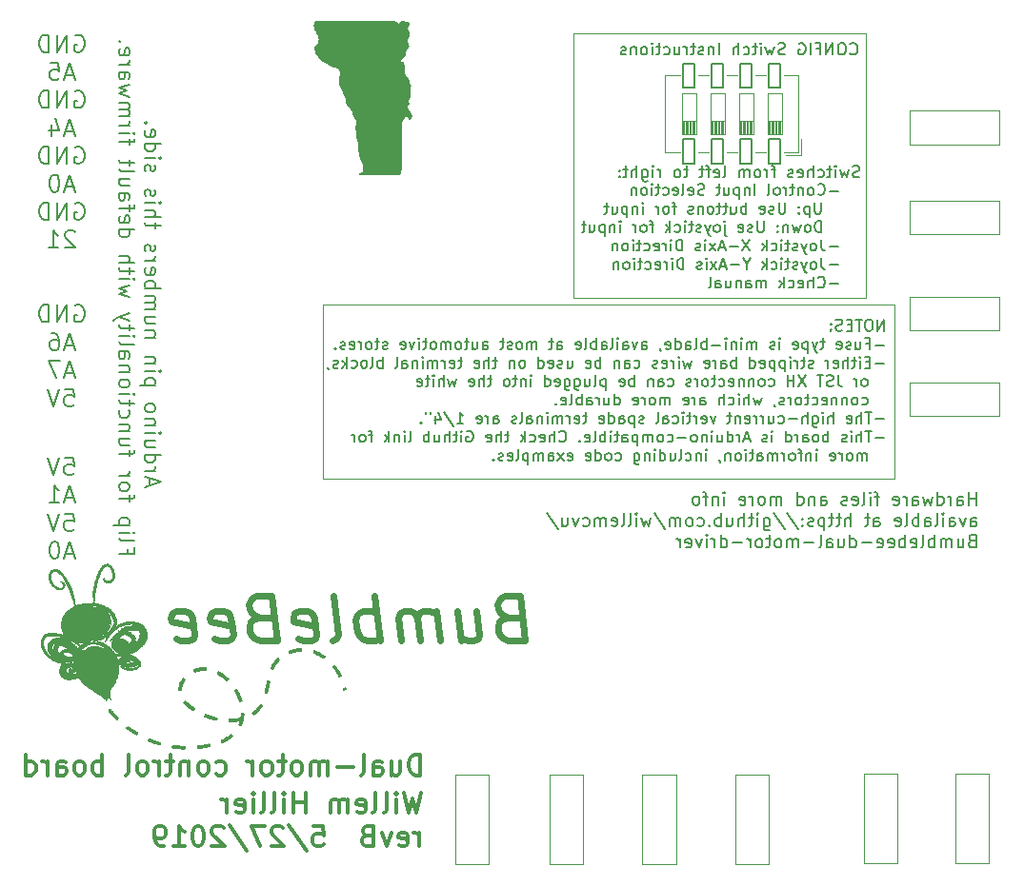
<source format=gbr>
G04 #@! TF.GenerationSoftware,KiCad,Pcbnew,(5.1.0)-1*
G04 #@! TF.CreationDate,2019-05-27T17:01:27-04:00*
G04 #@! TF.ProjectId,Bumblebee-dual-motor-driver,42756d62-6c65-4626-9565-2d6475616c2d,rev?*
G04 #@! TF.SameCoordinates,Original*
G04 #@! TF.FileFunction,Legend,Bot*
G04 #@! TF.FilePolarity,Positive*
%FSLAX46Y46*%
G04 Gerber Fmt 4.6, Leading zero omitted, Abs format (unit mm)*
G04 Created by KiCad (PCBNEW (5.1.0)-1) date 2019-05-27 17:01:27*
%MOMM*%
%LPD*%
G04 APERTURE LIST*
%ADD10C,0.203200*%
%ADD11C,0.177800*%
%ADD12C,0.150000*%
%ADD13C,0.120000*%
%ADD14C,0.152400*%
%ADD15C,0.300000*%
%ADD16C,0.600000*%
%ADD17C,0.010000*%
G04 APERTURE END LIST*
D10*
X94388516Y-120202476D02*
X94388516Y-119537238D01*
X93989373Y-120335523D02*
X95386373Y-119869857D01*
X93989373Y-119404190D01*
X93989373Y-118938523D02*
X94920707Y-118938523D01*
X94654611Y-118938523D02*
X94787659Y-118872000D01*
X94854183Y-118805476D01*
X94920707Y-118672428D01*
X94920707Y-118539380D01*
X93989373Y-117475000D02*
X95386373Y-117475000D01*
X94055897Y-117475000D02*
X93989373Y-117608047D01*
X93989373Y-117874142D01*
X94055897Y-118007190D01*
X94122421Y-118073714D01*
X94255469Y-118140238D01*
X94654611Y-118140238D01*
X94787659Y-118073714D01*
X94854183Y-118007190D01*
X94920707Y-117874142D01*
X94920707Y-117608047D01*
X94854183Y-117475000D01*
X94920707Y-116211047D02*
X93989373Y-116211047D01*
X94920707Y-116809761D02*
X94188945Y-116809761D01*
X94055897Y-116743238D01*
X93989373Y-116610190D01*
X93989373Y-116410619D01*
X94055897Y-116277571D01*
X94122421Y-116211047D01*
X93989373Y-115545809D02*
X94920707Y-115545809D01*
X95386373Y-115545809D02*
X95319850Y-115612333D01*
X95253326Y-115545809D01*
X95319850Y-115479285D01*
X95386373Y-115545809D01*
X95253326Y-115545809D01*
X94920707Y-114880571D02*
X93989373Y-114880571D01*
X94787659Y-114880571D02*
X94854183Y-114814047D01*
X94920707Y-114681000D01*
X94920707Y-114481428D01*
X94854183Y-114348380D01*
X94721135Y-114281857D01*
X93989373Y-114281857D01*
X93989373Y-113417047D02*
X94055897Y-113550095D01*
X94122421Y-113616619D01*
X94255469Y-113683142D01*
X94654611Y-113683142D01*
X94787659Y-113616619D01*
X94854183Y-113550095D01*
X94920707Y-113417047D01*
X94920707Y-113217476D01*
X94854183Y-113084428D01*
X94787659Y-113017904D01*
X94654611Y-112951380D01*
X94255469Y-112951380D01*
X94122421Y-113017904D01*
X94055897Y-113084428D01*
X93989373Y-113217476D01*
X93989373Y-113417047D01*
X94920707Y-111288285D02*
X93523707Y-111288285D01*
X94854183Y-111288285D02*
X94920707Y-111155238D01*
X94920707Y-110889142D01*
X94854183Y-110756095D01*
X94787659Y-110689571D01*
X94654611Y-110623047D01*
X94255469Y-110623047D01*
X94122421Y-110689571D01*
X94055897Y-110756095D01*
X93989373Y-110889142D01*
X93989373Y-111155238D01*
X94055897Y-111288285D01*
X93989373Y-110024333D02*
X94920707Y-110024333D01*
X95386373Y-110024333D02*
X95319850Y-110090857D01*
X95253326Y-110024333D01*
X95319850Y-109957809D01*
X95386373Y-110024333D01*
X95253326Y-110024333D01*
X94920707Y-109359095D02*
X93989373Y-109359095D01*
X94787659Y-109359095D02*
X94854183Y-109292571D01*
X94920707Y-109159523D01*
X94920707Y-108959952D01*
X94854183Y-108826904D01*
X94721135Y-108760380D01*
X93989373Y-108760380D01*
X94920707Y-107030761D02*
X93989373Y-107030761D01*
X94787659Y-107030761D02*
X94854183Y-106964238D01*
X94920707Y-106831190D01*
X94920707Y-106631619D01*
X94854183Y-106498571D01*
X94721135Y-106432047D01*
X93989373Y-106432047D01*
X94920707Y-105168095D02*
X93989373Y-105168095D01*
X94920707Y-105766809D02*
X94188945Y-105766809D01*
X94055897Y-105700285D01*
X93989373Y-105567238D01*
X93989373Y-105367666D01*
X94055897Y-105234619D01*
X94122421Y-105168095D01*
X93989373Y-104502857D02*
X94920707Y-104502857D01*
X94787659Y-104502857D02*
X94854183Y-104436333D01*
X94920707Y-104303285D01*
X94920707Y-104103714D01*
X94854183Y-103970666D01*
X94721135Y-103904142D01*
X93989373Y-103904142D01*
X94721135Y-103904142D02*
X94854183Y-103837619D01*
X94920707Y-103704571D01*
X94920707Y-103505000D01*
X94854183Y-103371952D01*
X94721135Y-103305428D01*
X93989373Y-103305428D01*
X93989373Y-102640190D02*
X95386373Y-102640190D01*
X94854183Y-102640190D02*
X94920707Y-102507142D01*
X94920707Y-102241047D01*
X94854183Y-102108000D01*
X94787659Y-102041476D01*
X94654611Y-101974952D01*
X94255469Y-101974952D01*
X94122421Y-102041476D01*
X94055897Y-102108000D01*
X93989373Y-102241047D01*
X93989373Y-102507142D01*
X94055897Y-102640190D01*
X94055897Y-100844047D02*
X93989373Y-100977095D01*
X93989373Y-101243190D01*
X94055897Y-101376238D01*
X94188945Y-101442761D01*
X94721135Y-101442761D01*
X94854183Y-101376238D01*
X94920707Y-101243190D01*
X94920707Y-100977095D01*
X94854183Y-100844047D01*
X94721135Y-100777523D01*
X94588088Y-100777523D01*
X94455040Y-101442761D01*
X93989373Y-100178809D02*
X94920707Y-100178809D01*
X94654611Y-100178809D02*
X94787659Y-100112285D01*
X94854183Y-100045761D01*
X94920707Y-99912714D01*
X94920707Y-99779666D01*
X94055897Y-99380523D02*
X93989373Y-99247476D01*
X93989373Y-98981380D01*
X94055897Y-98848333D01*
X94188945Y-98781809D01*
X94255469Y-98781809D01*
X94388516Y-98848333D01*
X94455040Y-98981380D01*
X94455040Y-99180952D01*
X94521564Y-99314000D01*
X94654611Y-99380523D01*
X94721135Y-99380523D01*
X94854183Y-99314000D01*
X94920707Y-99180952D01*
X94920707Y-98981380D01*
X94854183Y-98848333D01*
X94920707Y-97318285D02*
X94920707Y-96786095D01*
X95386373Y-97118714D02*
X94188945Y-97118714D01*
X94055897Y-97052190D01*
X93989373Y-96919142D01*
X93989373Y-96786095D01*
X93989373Y-96320428D02*
X95386373Y-96320428D01*
X93989373Y-95721714D02*
X94721135Y-95721714D01*
X94854183Y-95788238D01*
X94920707Y-95921285D01*
X94920707Y-96120857D01*
X94854183Y-96253904D01*
X94787659Y-96320428D01*
X93989373Y-95056476D02*
X94920707Y-95056476D01*
X95386373Y-95056476D02*
X95319850Y-95123000D01*
X95253326Y-95056476D01*
X95319850Y-94989952D01*
X95386373Y-95056476D01*
X95253326Y-95056476D01*
X94055897Y-94457761D02*
X93989373Y-94324714D01*
X93989373Y-94058619D01*
X94055897Y-93925571D01*
X94188945Y-93859047D01*
X94255469Y-93859047D01*
X94388516Y-93925571D01*
X94455040Y-94058619D01*
X94455040Y-94258190D01*
X94521564Y-94391238D01*
X94654611Y-94457761D01*
X94721135Y-94457761D01*
X94854183Y-94391238D01*
X94920707Y-94258190D01*
X94920707Y-94058619D01*
X94854183Y-93925571D01*
X94055897Y-92262476D02*
X93989373Y-92129428D01*
X93989373Y-91863333D01*
X94055897Y-91730285D01*
X94188945Y-91663761D01*
X94255469Y-91663761D01*
X94388516Y-91730285D01*
X94455040Y-91863333D01*
X94455040Y-92062904D01*
X94521564Y-92195952D01*
X94654611Y-92262476D01*
X94721135Y-92262476D01*
X94854183Y-92195952D01*
X94920707Y-92062904D01*
X94920707Y-91863333D01*
X94854183Y-91730285D01*
X93989373Y-91065047D02*
X94920707Y-91065047D01*
X95386373Y-91065047D02*
X95319850Y-91131571D01*
X95253326Y-91065047D01*
X95319850Y-90998523D01*
X95386373Y-91065047D01*
X95253326Y-91065047D01*
X93989373Y-89801095D02*
X95386373Y-89801095D01*
X94055897Y-89801095D02*
X93989373Y-89934142D01*
X93989373Y-90200238D01*
X94055897Y-90333285D01*
X94122421Y-90399809D01*
X94255469Y-90466333D01*
X94654611Y-90466333D01*
X94787659Y-90399809D01*
X94854183Y-90333285D01*
X94920707Y-90200238D01*
X94920707Y-89934142D01*
X94854183Y-89801095D01*
X94055897Y-88603666D02*
X93989373Y-88736714D01*
X93989373Y-89002809D01*
X94055897Y-89135857D01*
X94188945Y-89202380D01*
X94721135Y-89202380D01*
X94854183Y-89135857D01*
X94920707Y-89002809D01*
X94920707Y-88736714D01*
X94854183Y-88603666D01*
X94721135Y-88537142D01*
X94588088Y-88537142D01*
X94455040Y-89202380D01*
X94122421Y-87938428D02*
X94055897Y-87871904D01*
X93989373Y-87938428D01*
X94055897Y-88004952D01*
X94122421Y-87938428D01*
X93989373Y-87938428D01*
X92422435Y-125857000D02*
X92422435Y-126322666D01*
X91690673Y-126322666D02*
X93087673Y-126322666D01*
X93087673Y-125657428D01*
X91690673Y-124925666D02*
X91757197Y-125058714D01*
X91890245Y-125125238D01*
X93087673Y-125125238D01*
X91690673Y-124393476D02*
X92622007Y-124393476D01*
X93087673Y-124393476D02*
X93021150Y-124460000D01*
X92954626Y-124393476D01*
X93021150Y-124326952D01*
X93087673Y-124393476D01*
X92954626Y-124393476D01*
X92622007Y-123728238D02*
X91225007Y-123728238D01*
X92555483Y-123728238D02*
X92622007Y-123595190D01*
X92622007Y-123329095D01*
X92555483Y-123196047D01*
X92488959Y-123129523D01*
X92355911Y-123063000D01*
X91956769Y-123063000D01*
X91823721Y-123129523D01*
X91757197Y-123196047D01*
X91690673Y-123329095D01*
X91690673Y-123595190D01*
X91757197Y-123728238D01*
X92622007Y-121599476D02*
X92622007Y-121067285D01*
X91690673Y-121399904D02*
X92888102Y-121399904D01*
X93021150Y-121333380D01*
X93087673Y-121200333D01*
X93087673Y-121067285D01*
X91690673Y-120402047D02*
X91757197Y-120535095D01*
X91823721Y-120601619D01*
X91956769Y-120668142D01*
X92355911Y-120668142D01*
X92488959Y-120601619D01*
X92555483Y-120535095D01*
X92622007Y-120402047D01*
X92622007Y-120202476D01*
X92555483Y-120069428D01*
X92488959Y-120002904D01*
X92355911Y-119936380D01*
X91956769Y-119936380D01*
X91823721Y-120002904D01*
X91757197Y-120069428D01*
X91690673Y-120202476D01*
X91690673Y-120402047D01*
X91690673Y-119337666D02*
X92622007Y-119337666D01*
X92355911Y-119337666D02*
X92488959Y-119271142D01*
X92555483Y-119204619D01*
X92622007Y-119071571D01*
X92622007Y-118938523D01*
X92622007Y-117608047D02*
X92622007Y-117075857D01*
X91690673Y-117408476D02*
X92888102Y-117408476D01*
X93021150Y-117341952D01*
X93087673Y-117208904D01*
X93087673Y-117075857D01*
X92622007Y-116011476D02*
X91690673Y-116011476D01*
X92622007Y-116610190D02*
X91890245Y-116610190D01*
X91757197Y-116543666D01*
X91690673Y-116410619D01*
X91690673Y-116211047D01*
X91757197Y-116078000D01*
X91823721Y-116011476D01*
X92622007Y-115346238D02*
X91690673Y-115346238D01*
X92488959Y-115346238D02*
X92555483Y-115279714D01*
X92622007Y-115146666D01*
X92622007Y-114947095D01*
X92555483Y-114814047D01*
X92422435Y-114747523D01*
X91690673Y-114747523D01*
X91757197Y-113483571D02*
X91690673Y-113616619D01*
X91690673Y-113882714D01*
X91757197Y-114015761D01*
X91823721Y-114082285D01*
X91956769Y-114148809D01*
X92355911Y-114148809D01*
X92488959Y-114082285D01*
X92555483Y-114015761D01*
X92622007Y-113882714D01*
X92622007Y-113616619D01*
X92555483Y-113483571D01*
X92622007Y-113084428D02*
X92622007Y-112552238D01*
X93087673Y-112884857D02*
X91890245Y-112884857D01*
X91757197Y-112818333D01*
X91690673Y-112685285D01*
X91690673Y-112552238D01*
X91690673Y-112086571D02*
X92622007Y-112086571D01*
X93087673Y-112086571D02*
X93021150Y-112153095D01*
X92954626Y-112086571D01*
X93021150Y-112020047D01*
X93087673Y-112086571D01*
X92954626Y-112086571D01*
X91690673Y-111221761D02*
X91757197Y-111354809D01*
X91823721Y-111421333D01*
X91956769Y-111487857D01*
X92355911Y-111487857D01*
X92488959Y-111421333D01*
X92555483Y-111354809D01*
X92622007Y-111221761D01*
X92622007Y-111022190D01*
X92555483Y-110889142D01*
X92488959Y-110822619D01*
X92355911Y-110756095D01*
X91956769Y-110756095D01*
X91823721Y-110822619D01*
X91757197Y-110889142D01*
X91690673Y-111022190D01*
X91690673Y-111221761D01*
X92622007Y-110157380D02*
X91690673Y-110157380D01*
X92488959Y-110157380D02*
X92555483Y-110090857D01*
X92622007Y-109957809D01*
X92622007Y-109758238D01*
X92555483Y-109625190D01*
X92422435Y-109558666D01*
X91690673Y-109558666D01*
X91690673Y-108294714D02*
X92422435Y-108294714D01*
X92555483Y-108361238D01*
X92622007Y-108494285D01*
X92622007Y-108760380D01*
X92555483Y-108893428D01*
X91757197Y-108294714D02*
X91690673Y-108427761D01*
X91690673Y-108760380D01*
X91757197Y-108893428D01*
X91890245Y-108959952D01*
X92023292Y-108959952D01*
X92156340Y-108893428D01*
X92222864Y-108760380D01*
X92222864Y-108427761D01*
X92289388Y-108294714D01*
X91690673Y-107429904D02*
X91757197Y-107562952D01*
X91890245Y-107629476D01*
X93087673Y-107629476D01*
X91690673Y-106897714D02*
X92622007Y-106897714D01*
X93087673Y-106897714D02*
X93021150Y-106964238D01*
X92954626Y-106897714D01*
X93021150Y-106831190D01*
X93087673Y-106897714D01*
X92954626Y-106897714D01*
X92622007Y-106432047D02*
X92622007Y-105899857D01*
X93087673Y-106232476D02*
X91890245Y-106232476D01*
X91757197Y-106165952D01*
X91690673Y-106032904D01*
X91690673Y-105899857D01*
X92622007Y-105567238D02*
X91690673Y-105234619D01*
X92622007Y-104902000D02*
X91690673Y-105234619D01*
X91358054Y-105367666D01*
X91291530Y-105434190D01*
X91225007Y-105567238D01*
X92622007Y-103438476D02*
X91690673Y-103172380D01*
X92355911Y-102906285D01*
X91690673Y-102640190D01*
X92622007Y-102374095D01*
X91690673Y-101841904D02*
X92622007Y-101841904D01*
X93087673Y-101841904D02*
X93021150Y-101908428D01*
X92954626Y-101841904D01*
X93021150Y-101775380D01*
X93087673Y-101841904D01*
X92954626Y-101841904D01*
X92622007Y-101376238D02*
X92622007Y-100844047D01*
X93087673Y-101176666D02*
X91890245Y-101176666D01*
X91757197Y-101110142D01*
X91690673Y-100977095D01*
X91690673Y-100844047D01*
X91690673Y-100378380D02*
X93087673Y-100378380D01*
X91690673Y-99779666D02*
X92422435Y-99779666D01*
X92555483Y-99846190D01*
X92622007Y-99979238D01*
X92622007Y-100178809D01*
X92555483Y-100311857D01*
X92488959Y-100378380D01*
X91690673Y-97451333D02*
X93087673Y-97451333D01*
X91757197Y-97451333D02*
X91690673Y-97584380D01*
X91690673Y-97850476D01*
X91757197Y-97983523D01*
X91823721Y-98050047D01*
X91956769Y-98116571D01*
X92355911Y-98116571D01*
X92488959Y-98050047D01*
X92555483Y-97983523D01*
X92622007Y-97850476D01*
X92622007Y-97584380D01*
X92555483Y-97451333D01*
X91757197Y-96253904D02*
X91690673Y-96386952D01*
X91690673Y-96653047D01*
X91757197Y-96786095D01*
X91890245Y-96852619D01*
X92422435Y-96852619D01*
X92555483Y-96786095D01*
X92622007Y-96653047D01*
X92622007Y-96386952D01*
X92555483Y-96253904D01*
X92422435Y-96187380D01*
X92289388Y-96187380D01*
X92156340Y-96852619D01*
X92622007Y-95788238D02*
X92622007Y-95256047D01*
X91690673Y-95588666D02*
X92888102Y-95588666D01*
X93021150Y-95522142D01*
X93087673Y-95389095D01*
X93087673Y-95256047D01*
X91690673Y-94191666D02*
X92422435Y-94191666D01*
X92555483Y-94258190D01*
X92622007Y-94391238D01*
X92622007Y-94657333D01*
X92555483Y-94790380D01*
X91757197Y-94191666D02*
X91690673Y-94324714D01*
X91690673Y-94657333D01*
X91757197Y-94790380D01*
X91890245Y-94856904D01*
X92023292Y-94856904D01*
X92156340Y-94790380D01*
X92222864Y-94657333D01*
X92222864Y-94324714D01*
X92289388Y-94191666D01*
X92622007Y-92927714D02*
X91690673Y-92927714D01*
X92622007Y-93526428D02*
X91890245Y-93526428D01*
X91757197Y-93459904D01*
X91690673Y-93326857D01*
X91690673Y-93127285D01*
X91757197Y-92994238D01*
X91823721Y-92927714D01*
X91690673Y-92062904D02*
X91757197Y-92195952D01*
X91890245Y-92262476D01*
X93087673Y-92262476D01*
X92622007Y-91730285D02*
X92622007Y-91198095D01*
X93087673Y-91530714D02*
X91890245Y-91530714D01*
X91757197Y-91464190D01*
X91690673Y-91331142D01*
X91690673Y-91198095D01*
X92622007Y-89867619D02*
X92622007Y-89335428D01*
X91690673Y-89668047D02*
X92888102Y-89668047D01*
X93021150Y-89601523D01*
X93087673Y-89468476D01*
X93087673Y-89335428D01*
X91690673Y-88869761D02*
X92622007Y-88869761D01*
X93087673Y-88869761D02*
X93021150Y-88936285D01*
X92954626Y-88869761D01*
X93021150Y-88803238D01*
X93087673Y-88869761D01*
X92954626Y-88869761D01*
X91690673Y-88204523D02*
X92622007Y-88204523D01*
X92355911Y-88204523D02*
X92488959Y-88138000D01*
X92555483Y-88071476D01*
X92622007Y-87938428D01*
X92622007Y-87805380D01*
X91690673Y-87339714D02*
X92622007Y-87339714D01*
X92488959Y-87339714D02*
X92555483Y-87273190D01*
X92622007Y-87140142D01*
X92622007Y-86940571D01*
X92555483Y-86807523D01*
X92422435Y-86741000D01*
X91690673Y-86741000D01*
X92422435Y-86741000D02*
X92555483Y-86674476D01*
X92622007Y-86541428D01*
X92622007Y-86341857D01*
X92555483Y-86208809D01*
X92422435Y-86142285D01*
X91690673Y-86142285D01*
X92622007Y-85610095D02*
X91690673Y-85344000D01*
X92355911Y-85077904D01*
X91690673Y-84811809D01*
X92622007Y-84545714D01*
X91690673Y-83414809D02*
X92422435Y-83414809D01*
X92555483Y-83481333D01*
X92622007Y-83614380D01*
X92622007Y-83880476D01*
X92555483Y-84013523D01*
X91757197Y-83414809D02*
X91690673Y-83547857D01*
X91690673Y-83880476D01*
X91757197Y-84013523D01*
X91890245Y-84080047D01*
X92023292Y-84080047D01*
X92156340Y-84013523D01*
X92222864Y-83880476D01*
X92222864Y-83547857D01*
X92289388Y-83414809D01*
X91690673Y-82749571D02*
X92622007Y-82749571D01*
X92355911Y-82749571D02*
X92488959Y-82683047D01*
X92555483Y-82616523D01*
X92622007Y-82483476D01*
X92622007Y-82350428D01*
X91757197Y-81352571D02*
X91690673Y-81485619D01*
X91690673Y-81751714D01*
X91757197Y-81884761D01*
X91890245Y-81951285D01*
X92422435Y-81951285D01*
X92555483Y-81884761D01*
X92622007Y-81751714D01*
X92622007Y-81485619D01*
X92555483Y-81352571D01*
X92422435Y-81286047D01*
X92289388Y-81286047D01*
X92156340Y-81951285D01*
X91823721Y-80687333D02*
X91757197Y-80620809D01*
X91690673Y-80687333D01*
X91757197Y-80753857D01*
X91823721Y-80687333D01*
X91690673Y-80687333D01*
D11*
X167887287Y-121941771D02*
X167887287Y-120798771D01*
X167887287Y-121343057D02*
X167234144Y-121343057D01*
X167234144Y-121941771D02*
X167234144Y-120798771D01*
X166200001Y-121941771D02*
X166200001Y-121343057D01*
X166254430Y-121234200D01*
X166363287Y-121179771D01*
X166581001Y-121179771D01*
X166689858Y-121234200D01*
X166200001Y-121887342D02*
X166308858Y-121941771D01*
X166581001Y-121941771D01*
X166689858Y-121887342D01*
X166744287Y-121778485D01*
X166744287Y-121669628D01*
X166689858Y-121560771D01*
X166581001Y-121506342D01*
X166308858Y-121506342D01*
X166200001Y-121451914D01*
X165655715Y-121941771D02*
X165655715Y-121179771D01*
X165655715Y-121397485D02*
X165601287Y-121288628D01*
X165546858Y-121234200D01*
X165438001Y-121179771D01*
X165329144Y-121179771D01*
X164458287Y-121941771D02*
X164458287Y-120798771D01*
X164458287Y-121887342D02*
X164567144Y-121941771D01*
X164784858Y-121941771D01*
X164893715Y-121887342D01*
X164948144Y-121832914D01*
X165002572Y-121724057D01*
X165002572Y-121397485D01*
X164948144Y-121288628D01*
X164893715Y-121234200D01*
X164784858Y-121179771D01*
X164567144Y-121179771D01*
X164458287Y-121234200D01*
X164022858Y-121179771D02*
X163805144Y-121941771D01*
X163587430Y-121397485D01*
X163369715Y-121941771D01*
X163152001Y-121179771D01*
X162226715Y-121941771D02*
X162226715Y-121343057D01*
X162281144Y-121234200D01*
X162390001Y-121179771D01*
X162607715Y-121179771D01*
X162716572Y-121234200D01*
X162226715Y-121887342D02*
X162335572Y-121941771D01*
X162607715Y-121941771D01*
X162716572Y-121887342D01*
X162771001Y-121778485D01*
X162771001Y-121669628D01*
X162716572Y-121560771D01*
X162607715Y-121506342D01*
X162335572Y-121506342D01*
X162226715Y-121451914D01*
X161682430Y-121941771D02*
X161682430Y-121179771D01*
X161682430Y-121397485D02*
X161628001Y-121288628D01*
X161573572Y-121234200D01*
X161464715Y-121179771D01*
X161355858Y-121179771D01*
X160539430Y-121887342D02*
X160648287Y-121941771D01*
X160866001Y-121941771D01*
X160974858Y-121887342D01*
X161029287Y-121778485D01*
X161029287Y-121343057D01*
X160974858Y-121234200D01*
X160866001Y-121179771D01*
X160648287Y-121179771D01*
X160539430Y-121234200D01*
X160485001Y-121343057D01*
X160485001Y-121451914D01*
X161029287Y-121560771D01*
X159287572Y-121179771D02*
X158852144Y-121179771D01*
X159124287Y-121941771D02*
X159124287Y-120962057D01*
X159069858Y-120853200D01*
X158961001Y-120798771D01*
X158852144Y-120798771D01*
X158471144Y-121941771D02*
X158471144Y-121179771D01*
X158471144Y-120798771D02*
X158525572Y-120853200D01*
X158471144Y-120907628D01*
X158416715Y-120853200D01*
X158471144Y-120798771D01*
X158471144Y-120907628D01*
X157763572Y-121941771D02*
X157872430Y-121887342D01*
X157926858Y-121778485D01*
X157926858Y-120798771D01*
X156892715Y-121887342D02*
X157001572Y-121941771D01*
X157219287Y-121941771D01*
X157328144Y-121887342D01*
X157382572Y-121778485D01*
X157382572Y-121343057D01*
X157328144Y-121234200D01*
X157219287Y-121179771D01*
X157001572Y-121179771D01*
X156892715Y-121234200D01*
X156838287Y-121343057D01*
X156838287Y-121451914D01*
X157382572Y-121560771D01*
X156402858Y-121887342D02*
X156294001Y-121941771D01*
X156076287Y-121941771D01*
X155967430Y-121887342D01*
X155913001Y-121778485D01*
X155913001Y-121724057D01*
X155967430Y-121615200D01*
X156076287Y-121560771D01*
X156239572Y-121560771D01*
X156348430Y-121506342D01*
X156402858Y-121397485D01*
X156402858Y-121343057D01*
X156348430Y-121234200D01*
X156239572Y-121179771D01*
X156076287Y-121179771D01*
X155967430Y-121234200D01*
X154062430Y-121941771D02*
X154062430Y-121343057D01*
X154116858Y-121234200D01*
X154225715Y-121179771D01*
X154443430Y-121179771D01*
X154552287Y-121234200D01*
X154062430Y-121887342D02*
X154171287Y-121941771D01*
X154443430Y-121941771D01*
X154552287Y-121887342D01*
X154606715Y-121778485D01*
X154606715Y-121669628D01*
X154552287Y-121560771D01*
X154443430Y-121506342D01*
X154171287Y-121506342D01*
X154062430Y-121451914D01*
X153518144Y-121179771D02*
X153518144Y-121941771D01*
X153518144Y-121288628D02*
X153463715Y-121234200D01*
X153354858Y-121179771D01*
X153191572Y-121179771D01*
X153082715Y-121234200D01*
X153028287Y-121343057D01*
X153028287Y-121941771D01*
X151994144Y-121941771D02*
X151994144Y-120798771D01*
X151994144Y-121887342D02*
X152103001Y-121941771D01*
X152320715Y-121941771D01*
X152429572Y-121887342D01*
X152484001Y-121832914D01*
X152538430Y-121724057D01*
X152538430Y-121397485D01*
X152484001Y-121288628D01*
X152429572Y-121234200D01*
X152320715Y-121179771D01*
X152103001Y-121179771D01*
X151994144Y-121234200D01*
X150579001Y-121941771D02*
X150579001Y-121179771D01*
X150579001Y-121288628D02*
X150524572Y-121234200D01*
X150415715Y-121179771D01*
X150252430Y-121179771D01*
X150143572Y-121234200D01*
X150089144Y-121343057D01*
X150089144Y-121941771D01*
X150089144Y-121343057D02*
X150034715Y-121234200D01*
X149925858Y-121179771D01*
X149762572Y-121179771D01*
X149653715Y-121234200D01*
X149599287Y-121343057D01*
X149599287Y-121941771D01*
X148891715Y-121941771D02*
X149000572Y-121887342D01*
X149055001Y-121832914D01*
X149109430Y-121724057D01*
X149109430Y-121397485D01*
X149055001Y-121288628D01*
X149000572Y-121234200D01*
X148891715Y-121179771D01*
X148728430Y-121179771D01*
X148619572Y-121234200D01*
X148565144Y-121288628D01*
X148510715Y-121397485D01*
X148510715Y-121724057D01*
X148565144Y-121832914D01*
X148619572Y-121887342D01*
X148728430Y-121941771D01*
X148891715Y-121941771D01*
X148020858Y-121941771D02*
X148020858Y-121179771D01*
X148020858Y-121397485D02*
X147966430Y-121288628D01*
X147912001Y-121234200D01*
X147803144Y-121179771D01*
X147694287Y-121179771D01*
X146877858Y-121887342D02*
X146986715Y-121941771D01*
X147204430Y-121941771D01*
X147313287Y-121887342D01*
X147367715Y-121778485D01*
X147367715Y-121343057D01*
X147313287Y-121234200D01*
X147204430Y-121179771D01*
X146986715Y-121179771D01*
X146877858Y-121234200D01*
X146823430Y-121343057D01*
X146823430Y-121451914D01*
X147367715Y-121560771D01*
X145462715Y-121941771D02*
X145462715Y-121179771D01*
X145462715Y-120798771D02*
X145517144Y-120853200D01*
X145462715Y-120907628D01*
X145408287Y-120853200D01*
X145462715Y-120798771D01*
X145462715Y-120907628D01*
X144918430Y-121179771D02*
X144918430Y-121941771D01*
X144918430Y-121288628D02*
X144864001Y-121234200D01*
X144755144Y-121179771D01*
X144591858Y-121179771D01*
X144483001Y-121234200D01*
X144428572Y-121343057D01*
X144428572Y-121941771D01*
X144047572Y-121179771D02*
X143612144Y-121179771D01*
X143884287Y-121941771D02*
X143884287Y-120962057D01*
X143829858Y-120853200D01*
X143721001Y-120798771D01*
X143612144Y-120798771D01*
X143067858Y-121941771D02*
X143176715Y-121887342D01*
X143231144Y-121832914D01*
X143285572Y-121724057D01*
X143285572Y-121397485D01*
X143231144Y-121288628D01*
X143176715Y-121234200D01*
X143067858Y-121179771D01*
X142904572Y-121179771D01*
X142795715Y-121234200D01*
X142741287Y-121288628D01*
X142686858Y-121397485D01*
X142686858Y-121724057D01*
X142741287Y-121832914D01*
X142795715Y-121887342D01*
X142904572Y-121941771D01*
X143067858Y-121941771D01*
X167397430Y-123834071D02*
X167397430Y-123235357D01*
X167451858Y-123126500D01*
X167560715Y-123072071D01*
X167778430Y-123072071D01*
X167887287Y-123126500D01*
X167397430Y-123779642D02*
X167506287Y-123834071D01*
X167778430Y-123834071D01*
X167887287Y-123779642D01*
X167941715Y-123670785D01*
X167941715Y-123561928D01*
X167887287Y-123453071D01*
X167778430Y-123398642D01*
X167506287Y-123398642D01*
X167397430Y-123344214D01*
X166962001Y-123072071D02*
X166689858Y-123834071D01*
X166417715Y-123072071D01*
X165492430Y-123834071D02*
X165492430Y-123235357D01*
X165546858Y-123126500D01*
X165655715Y-123072071D01*
X165873430Y-123072071D01*
X165982287Y-123126500D01*
X165492430Y-123779642D02*
X165601287Y-123834071D01*
X165873430Y-123834071D01*
X165982287Y-123779642D01*
X166036715Y-123670785D01*
X166036715Y-123561928D01*
X165982287Y-123453071D01*
X165873430Y-123398642D01*
X165601287Y-123398642D01*
X165492430Y-123344214D01*
X164948144Y-123834071D02*
X164948144Y-123072071D01*
X164948144Y-122691071D02*
X165002572Y-122745500D01*
X164948144Y-122799928D01*
X164893715Y-122745500D01*
X164948144Y-122691071D01*
X164948144Y-122799928D01*
X164240572Y-123834071D02*
X164349430Y-123779642D01*
X164403858Y-123670785D01*
X164403858Y-122691071D01*
X163315287Y-123834071D02*
X163315287Y-123235357D01*
X163369715Y-123126500D01*
X163478572Y-123072071D01*
X163696287Y-123072071D01*
X163805144Y-123126500D01*
X163315287Y-123779642D02*
X163424144Y-123834071D01*
X163696287Y-123834071D01*
X163805144Y-123779642D01*
X163859572Y-123670785D01*
X163859572Y-123561928D01*
X163805144Y-123453071D01*
X163696287Y-123398642D01*
X163424144Y-123398642D01*
X163315287Y-123344214D01*
X162771001Y-123834071D02*
X162771001Y-122691071D01*
X162771001Y-123126500D02*
X162662144Y-123072071D01*
X162444430Y-123072071D01*
X162335572Y-123126500D01*
X162281144Y-123180928D01*
X162226715Y-123289785D01*
X162226715Y-123616357D01*
X162281144Y-123725214D01*
X162335572Y-123779642D01*
X162444430Y-123834071D01*
X162662144Y-123834071D01*
X162771001Y-123779642D01*
X161573572Y-123834071D02*
X161682430Y-123779642D01*
X161736858Y-123670785D01*
X161736858Y-122691071D01*
X160702715Y-123779642D02*
X160811572Y-123834071D01*
X161029287Y-123834071D01*
X161138144Y-123779642D01*
X161192572Y-123670785D01*
X161192572Y-123235357D01*
X161138144Y-123126500D01*
X161029287Y-123072071D01*
X160811572Y-123072071D01*
X160702715Y-123126500D01*
X160648287Y-123235357D01*
X160648287Y-123344214D01*
X161192572Y-123453071D01*
X158797715Y-123834071D02*
X158797715Y-123235357D01*
X158852144Y-123126500D01*
X158961001Y-123072071D01*
X159178715Y-123072071D01*
X159287572Y-123126500D01*
X158797715Y-123779642D02*
X158906572Y-123834071D01*
X159178715Y-123834071D01*
X159287572Y-123779642D01*
X159342001Y-123670785D01*
X159342001Y-123561928D01*
X159287572Y-123453071D01*
X159178715Y-123398642D01*
X158906572Y-123398642D01*
X158797715Y-123344214D01*
X158416715Y-123072071D02*
X157981287Y-123072071D01*
X158253430Y-122691071D02*
X158253430Y-123670785D01*
X158199001Y-123779642D01*
X158090144Y-123834071D01*
X157981287Y-123834071D01*
X156729430Y-123834071D02*
X156729430Y-122691071D01*
X156239572Y-123834071D02*
X156239572Y-123235357D01*
X156294001Y-123126500D01*
X156402858Y-123072071D01*
X156566144Y-123072071D01*
X156675001Y-123126500D01*
X156729430Y-123180928D01*
X155858572Y-123072071D02*
X155423144Y-123072071D01*
X155695287Y-122691071D02*
X155695287Y-123670785D01*
X155640858Y-123779642D01*
X155532001Y-123834071D01*
X155423144Y-123834071D01*
X155205430Y-123072071D02*
X154770001Y-123072071D01*
X155042144Y-122691071D02*
X155042144Y-123670785D01*
X154987715Y-123779642D01*
X154878858Y-123834071D01*
X154770001Y-123834071D01*
X154389001Y-123072071D02*
X154389001Y-124215071D01*
X154389001Y-123126500D02*
X154280144Y-123072071D01*
X154062430Y-123072071D01*
X153953572Y-123126500D01*
X153899144Y-123180928D01*
X153844715Y-123289785D01*
X153844715Y-123616357D01*
X153899144Y-123725214D01*
X153953572Y-123779642D01*
X154062430Y-123834071D01*
X154280144Y-123834071D01*
X154389001Y-123779642D01*
X153409287Y-123779642D02*
X153300430Y-123834071D01*
X153082715Y-123834071D01*
X152973858Y-123779642D01*
X152919430Y-123670785D01*
X152919430Y-123616357D01*
X152973858Y-123507500D01*
X153082715Y-123453071D01*
X153246001Y-123453071D01*
X153354858Y-123398642D01*
X153409287Y-123289785D01*
X153409287Y-123235357D01*
X153354858Y-123126500D01*
X153246001Y-123072071D01*
X153082715Y-123072071D01*
X152973858Y-123126500D01*
X152429572Y-123725214D02*
X152375144Y-123779642D01*
X152429572Y-123834071D01*
X152484001Y-123779642D01*
X152429572Y-123725214D01*
X152429572Y-123834071D01*
X152429572Y-123126500D02*
X152375144Y-123180928D01*
X152429572Y-123235357D01*
X152484001Y-123180928D01*
X152429572Y-123126500D01*
X152429572Y-123235357D01*
X151068858Y-122636642D02*
X152048572Y-124106214D01*
X149871430Y-122636642D02*
X150851144Y-124106214D01*
X149000572Y-123072071D02*
X149000572Y-123997357D01*
X149055001Y-124106214D01*
X149109430Y-124160642D01*
X149218287Y-124215071D01*
X149381572Y-124215071D01*
X149490430Y-124160642D01*
X149000572Y-123779642D02*
X149109430Y-123834071D01*
X149327144Y-123834071D01*
X149436001Y-123779642D01*
X149490430Y-123725214D01*
X149544858Y-123616357D01*
X149544858Y-123289785D01*
X149490430Y-123180928D01*
X149436001Y-123126500D01*
X149327144Y-123072071D01*
X149109430Y-123072071D01*
X149000572Y-123126500D01*
X148456287Y-123834071D02*
X148456287Y-123072071D01*
X148456287Y-122691071D02*
X148510715Y-122745500D01*
X148456287Y-122799928D01*
X148401858Y-122745500D01*
X148456287Y-122691071D01*
X148456287Y-122799928D01*
X148075287Y-123072071D02*
X147639858Y-123072071D01*
X147912001Y-122691071D02*
X147912001Y-123670785D01*
X147857572Y-123779642D01*
X147748715Y-123834071D01*
X147639858Y-123834071D01*
X147258858Y-123834071D02*
X147258858Y-122691071D01*
X146769001Y-123834071D02*
X146769001Y-123235357D01*
X146823430Y-123126500D01*
X146932287Y-123072071D01*
X147095572Y-123072071D01*
X147204430Y-123126500D01*
X147258858Y-123180928D01*
X145734858Y-123072071D02*
X145734858Y-123834071D01*
X146224715Y-123072071D02*
X146224715Y-123670785D01*
X146170287Y-123779642D01*
X146061430Y-123834071D01*
X145898144Y-123834071D01*
X145789287Y-123779642D01*
X145734858Y-123725214D01*
X145190572Y-123834071D02*
X145190572Y-122691071D01*
X145190572Y-123126500D02*
X145081715Y-123072071D01*
X144864001Y-123072071D01*
X144755144Y-123126500D01*
X144700715Y-123180928D01*
X144646287Y-123289785D01*
X144646287Y-123616357D01*
X144700715Y-123725214D01*
X144755144Y-123779642D01*
X144864001Y-123834071D01*
X145081715Y-123834071D01*
X145190572Y-123779642D01*
X144156430Y-123725214D02*
X144102001Y-123779642D01*
X144156430Y-123834071D01*
X144210858Y-123779642D01*
X144156430Y-123725214D01*
X144156430Y-123834071D01*
X143122287Y-123779642D02*
X143231144Y-123834071D01*
X143448858Y-123834071D01*
X143557715Y-123779642D01*
X143612144Y-123725214D01*
X143666572Y-123616357D01*
X143666572Y-123289785D01*
X143612144Y-123180928D01*
X143557715Y-123126500D01*
X143448858Y-123072071D01*
X143231144Y-123072071D01*
X143122287Y-123126500D01*
X142469144Y-123834071D02*
X142578001Y-123779642D01*
X142632430Y-123725214D01*
X142686858Y-123616357D01*
X142686858Y-123289785D01*
X142632430Y-123180928D01*
X142578001Y-123126500D01*
X142469144Y-123072071D01*
X142305858Y-123072071D01*
X142197001Y-123126500D01*
X142142572Y-123180928D01*
X142088144Y-123289785D01*
X142088144Y-123616357D01*
X142142572Y-123725214D01*
X142197001Y-123779642D01*
X142305858Y-123834071D01*
X142469144Y-123834071D01*
X141598287Y-123834071D02*
X141598287Y-123072071D01*
X141598287Y-123180928D02*
X141543858Y-123126500D01*
X141435001Y-123072071D01*
X141271715Y-123072071D01*
X141162858Y-123126500D01*
X141108430Y-123235357D01*
X141108430Y-123834071D01*
X141108430Y-123235357D02*
X141054001Y-123126500D01*
X140945144Y-123072071D01*
X140781858Y-123072071D01*
X140673001Y-123126500D01*
X140618572Y-123235357D01*
X140618572Y-123834071D01*
X139257858Y-122636642D02*
X140237572Y-124106214D01*
X138985715Y-123072071D02*
X138768001Y-123834071D01*
X138550287Y-123289785D01*
X138332572Y-123834071D01*
X138114858Y-123072071D01*
X137679430Y-123834071D02*
X137679430Y-123072071D01*
X137679430Y-122691071D02*
X137733858Y-122745500D01*
X137679430Y-122799928D01*
X137625001Y-122745500D01*
X137679430Y-122691071D01*
X137679430Y-122799928D01*
X136971858Y-123834071D02*
X137080715Y-123779642D01*
X137135144Y-123670785D01*
X137135144Y-122691071D01*
X136373144Y-123834071D02*
X136482001Y-123779642D01*
X136536430Y-123670785D01*
X136536430Y-122691071D01*
X135502287Y-123779642D02*
X135611144Y-123834071D01*
X135828858Y-123834071D01*
X135937715Y-123779642D01*
X135992144Y-123670785D01*
X135992144Y-123235357D01*
X135937715Y-123126500D01*
X135828858Y-123072071D01*
X135611144Y-123072071D01*
X135502287Y-123126500D01*
X135447858Y-123235357D01*
X135447858Y-123344214D01*
X135992144Y-123453071D01*
X134958001Y-123834071D02*
X134958001Y-123072071D01*
X134958001Y-123180928D02*
X134903572Y-123126500D01*
X134794715Y-123072071D01*
X134631430Y-123072071D01*
X134522572Y-123126500D01*
X134468144Y-123235357D01*
X134468144Y-123834071D01*
X134468144Y-123235357D02*
X134413715Y-123126500D01*
X134304858Y-123072071D01*
X134141572Y-123072071D01*
X134032715Y-123126500D01*
X133978287Y-123235357D01*
X133978287Y-123834071D01*
X132944144Y-123779642D02*
X133053001Y-123834071D01*
X133270715Y-123834071D01*
X133379572Y-123779642D01*
X133434001Y-123725214D01*
X133488430Y-123616357D01*
X133488430Y-123289785D01*
X133434001Y-123180928D01*
X133379572Y-123126500D01*
X133270715Y-123072071D01*
X133053001Y-123072071D01*
X132944144Y-123126500D01*
X132563144Y-123072071D02*
X132291001Y-123834071D01*
X132018858Y-123072071D01*
X131093572Y-123072071D02*
X131093572Y-123834071D01*
X131583430Y-123072071D02*
X131583430Y-123670785D01*
X131529001Y-123779642D01*
X131420144Y-123834071D01*
X131256858Y-123834071D01*
X131148001Y-123779642D01*
X131093572Y-123725214D01*
X129732858Y-122636642D02*
X130712572Y-124106214D01*
X167506287Y-125127657D02*
X167343001Y-125182085D01*
X167288572Y-125236514D01*
X167234144Y-125345371D01*
X167234144Y-125508657D01*
X167288572Y-125617514D01*
X167343001Y-125671942D01*
X167451858Y-125726371D01*
X167887287Y-125726371D01*
X167887287Y-124583371D01*
X167506287Y-124583371D01*
X167397430Y-124637800D01*
X167343001Y-124692228D01*
X167288572Y-124801085D01*
X167288572Y-124909942D01*
X167343001Y-125018800D01*
X167397430Y-125073228D01*
X167506287Y-125127657D01*
X167887287Y-125127657D01*
X166254430Y-124964371D02*
X166254430Y-125726371D01*
X166744287Y-124964371D02*
X166744287Y-125563085D01*
X166689858Y-125671942D01*
X166581001Y-125726371D01*
X166417715Y-125726371D01*
X166308858Y-125671942D01*
X166254430Y-125617514D01*
X165710144Y-125726371D02*
X165710144Y-124964371D01*
X165710144Y-125073228D02*
X165655715Y-125018800D01*
X165546858Y-124964371D01*
X165383572Y-124964371D01*
X165274715Y-125018800D01*
X165220287Y-125127657D01*
X165220287Y-125726371D01*
X165220287Y-125127657D02*
X165165858Y-125018800D01*
X165057001Y-124964371D01*
X164893715Y-124964371D01*
X164784858Y-125018800D01*
X164730430Y-125127657D01*
X164730430Y-125726371D01*
X164186144Y-125726371D02*
X164186144Y-124583371D01*
X164186144Y-125018800D02*
X164077287Y-124964371D01*
X163859572Y-124964371D01*
X163750715Y-125018800D01*
X163696287Y-125073228D01*
X163641858Y-125182085D01*
X163641858Y-125508657D01*
X163696287Y-125617514D01*
X163750715Y-125671942D01*
X163859572Y-125726371D01*
X164077287Y-125726371D01*
X164186144Y-125671942D01*
X162988715Y-125726371D02*
X163097572Y-125671942D01*
X163152001Y-125563085D01*
X163152001Y-124583371D01*
X162117858Y-125671942D02*
X162226715Y-125726371D01*
X162444430Y-125726371D01*
X162553287Y-125671942D01*
X162607715Y-125563085D01*
X162607715Y-125127657D01*
X162553287Y-125018800D01*
X162444430Y-124964371D01*
X162226715Y-124964371D01*
X162117858Y-125018800D01*
X162063430Y-125127657D01*
X162063430Y-125236514D01*
X162607715Y-125345371D01*
X161573572Y-125726371D02*
X161573572Y-124583371D01*
X161573572Y-125018800D02*
X161464715Y-124964371D01*
X161247001Y-124964371D01*
X161138144Y-125018800D01*
X161083715Y-125073228D01*
X161029287Y-125182085D01*
X161029287Y-125508657D01*
X161083715Y-125617514D01*
X161138144Y-125671942D01*
X161247001Y-125726371D01*
X161464715Y-125726371D01*
X161573572Y-125671942D01*
X160104001Y-125671942D02*
X160212858Y-125726371D01*
X160430572Y-125726371D01*
X160539430Y-125671942D01*
X160593858Y-125563085D01*
X160593858Y-125127657D01*
X160539430Y-125018800D01*
X160430572Y-124964371D01*
X160212858Y-124964371D01*
X160104001Y-125018800D01*
X160049572Y-125127657D01*
X160049572Y-125236514D01*
X160593858Y-125345371D01*
X159124287Y-125671942D02*
X159233144Y-125726371D01*
X159450858Y-125726371D01*
X159559715Y-125671942D01*
X159614144Y-125563085D01*
X159614144Y-125127657D01*
X159559715Y-125018800D01*
X159450858Y-124964371D01*
X159233144Y-124964371D01*
X159124287Y-125018800D01*
X159069858Y-125127657D01*
X159069858Y-125236514D01*
X159614144Y-125345371D01*
X158580001Y-125290942D02*
X157709144Y-125290942D01*
X156675001Y-125726371D02*
X156675001Y-124583371D01*
X156675001Y-125671942D02*
X156783858Y-125726371D01*
X157001572Y-125726371D01*
X157110430Y-125671942D01*
X157164858Y-125617514D01*
X157219287Y-125508657D01*
X157219287Y-125182085D01*
X157164858Y-125073228D01*
X157110430Y-125018800D01*
X157001572Y-124964371D01*
X156783858Y-124964371D01*
X156675001Y-125018800D01*
X155640858Y-124964371D02*
X155640858Y-125726371D01*
X156130715Y-124964371D02*
X156130715Y-125563085D01*
X156076287Y-125671942D01*
X155967430Y-125726371D01*
X155804144Y-125726371D01*
X155695287Y-125671942D01*
X155640858Y-125617514D01*
X154606715Y-125726371D02*
X154606715Y-125127657D01*
X154661144Y-125018800D01*
X154770001Y-124964371D01*
X154987715Y-124964371D01*
X155096572Y-125018800D01*
X154606715Y-125671942D02*
X154715572Y-125726371D01*
X154987715Y-125726371D01*
X155096572Y-125671942D01*
X155151001Y-125563085D01*
X155151001Y-125454228D01*
X155096572Y-125345371D01*
X154987715Y-125290942D01*
X154715572Y-125290942D01*
X154606715Y-125236514D01*
X153899144Y-125726371D02*
X154008001Y-125671942D01*
X154062430Y-125563085D01*
X154062430Y-124583371D01*
X153463715Y-125290942D02*
X152592858Y-125290942D01*
X152048572Y-125726371D02*
X152048572Y-124964371D01*
X152048572Y-125073228D02*
X151994144Y-125018800D01*
X151885287Y-124964371D01*
X151722001Y-124964371D01*
X151613144Y-125018800D01*
X151558715Y-125127657D01*
X151558715Y-125726371D01*
X151558715Y-125127657D02*
X151504287Y-125018800D01*
X151395430Y-124964371D01*
X151232144Y-124964371D01*
X151123287Y-125018800D01*
X151068858Y-125127657D01*
X151068858Y-125726371D01*
X150361287Y-125726371D02*
X150470144Y-125671942D01*
X150524572Y-125617514D01*
X150579001Y-125508657D01*
X150579001Y-125182085D01*
X150524572Y-125073228D01*
X150470144Y-125018800D01*
X150361287Y-124964371D01*
X150198001Y-124964371D01*
X150089144Y-125018800D01*
X150034715Y-125073228D01*
X149980287Y-125182085D01*
X149980287Y-125508657D01*
X150034715Y-125617514D01*
X150089144Y-125671942D01*
X150198001Y-125726371D01*
X150361287Y-125726371D01*
X149653715Y-124964371D02*
X149218287Y-124964371D01*
X149490430Y-124583371D02*
X149490430Y-125563085D01*
X149436001Y-125671942D01*
X149327144Y-125726371D01*
X149218287Y-125726371D01*
X148674001Y-125726371D02*
X148782858Y-125671942D01*
X148837287Y-125617514D01*
X148891715Y-125508657D01*
X148891715Y-125182085D01*
X148837287Y-125073228D01*
X148782858Y-125018800D01*
X148674001Y-124964371D01*
X148510715Y-124964371D01*
X148401858Y-125018800D01*
X148347430Y-125073228D01*
X148293001Y-125182085D01*
X148293001Y-125508657D01*
X148347430Y-125617514D01*
X148401858Y-125671942D01*
X148510715Y-125726371D01*
X148674001Y-125726371D01*
X147803144Y-125726371D02*
X147803144Y-124964371D01*
X147803144Y-125182085D02*
X147748715Y-125073228D01*
X147694287Y-125018800D01*
X147585430Y-124964371D01*
X147476572Y-124964371D01*
X147095572Y-125290942D02*
X146224715Y-125290942D01*
X145190572Y-125726371D02*
X145190572Y-124583371D01*
X145190572Y-125671942D02*
X145299430Y-125726371D01*
X145517144Y-125726371D01*
X145626001Y-125671942D01*
X145680430Y-125617514D01*
X145734858Y-125508657D01*
X145734858Y-125182085D01*
X145680430Y-125073228D01*
X145626001Y-125018800D01*
X145517144Y-124964371D01*
X145299430Y-124964371D01*
X145190572Y-125018800D01*
X144646287Y-125726371D02*
X144646287Y-124964371D01*
X144646287Y-125182085D02*
X144591858Y-125073228D01*
X144537430Y-125018800D01*
X144428572Y-124964371D01*
X144319715Y-124964371D01*
X143938715Y-125726371D02*
X143938715Y-124964371D01*
X143938715Y-124583371D02*
X143993144Y-124637800D01*
X143938715Y-124692228D01*
X143884287Y-124637800D01*
X143938715Y-124583371D01*
X143938715Y-124692228D01*
X143503287Y-124964371D02*
X143231144Y-125726371D01*
X142959001Y-124964371D01*
X142088144Y-125671942D02*
X142197001Y-125726371D01*
X142414715Y-125726371D01*
X142523572Y-125671942D01*
X142578001Y-125563085D01*
X142578001Y-125127657D01*
X142523572Y-125018800D01*
X142414715Y-124964371D01*
X142197001Y-124964371D01*
X142088144Y-125018800D01*
X142033715Y-125127657D01*
X142033715Y-125236514D01*
X142578001Y-125345371D01*
X141543858Y-125726371D02*
X141543858Y-124964371D01*
X141543858Y-125182085D02*
X141489430Y-125073228D01*
X141435001Y-125018800D01*
X141326144Y-124964371D01*
X141217287Y-124964371D01*
D10*
X86904285Y-117732628D02*
X87630000Y-117732628D01*
X87702571Y-118458342D01*
X87630000Y-118385771D01*
X87484857Y-118313200D01*
X87122000Y-118313200D01*
X86976857Y-118385771D01*
X86904285Y-118458342D01*
X86831714Y-118603485D01*
X86831714Y-118966342D01*
X86904285Y-119111485D01*
X86976857Y-119184057D01*
X87122000Y-119256628D01*
X87484857Y-119256628D01*
X87630000Y-119184057D01*
X87702571Y-119111485D01*
X86396285Y-117732628D02*
X85888285Y-119256628D01*
X85380285Y-117732628D01*
X87702571Y-121310400D02*
X86976857Y-121310400D01*
X87847714Y-121745828D02*
X87339714Y-120221828D01*
X86831714Y-121745828D01*
X85525428Y-121745828D02*
X86396285Y-121745828D01*
X85960857Y-121745828D02*
X85960857Y-120221828D01*
X86106000Y-120439542D01*
X86251142Y-120584685D01*
X86396285Y-120657257D01*
X86904285Y-122711028D02*
X87630000Y-122711028D01*
X87702571Y-123436742D01*
X87630000Y-123364171D01*
X87484857Y-123291600D01*
X87122000Y-123291600D01*
X86976857Y-123364171D01*
X86904285Y-123436742D01*
X86831714Y-123581885D01*
X86831714Y-123944742D01*
X86904285Y-124089885D01*
X86976857Y-124162457D01*
X87122000Y-124235028D01*
X87484857Y-124235028D01*
X87630000Y-124162457D01*
X87702571Y-124089885D01*
X86396285Y-122711028D02*
X85888285Y-124235028D01*
X85380285Y-122711028D01*
X87702571Y-126288800D02*
X86976857Y-126288800D01*
X87847714Y-126724228D02*
X87339714Y-125200228D01*
X86831714Y-126724228D01*
X86033428Y-125200228D02*
X85888285Y-125200228D01*
X85743142Y-125272800D01*
X85670571Y-125345371D01*
X85598000Y-125490514D01*
X85525428Y-125780800D01*
X85525428Y-126143657D01*
X85598000Y-126433942D01*
X85670571Y-126579085D01*
X85743142Y-126651657D01*
X85888285Y-126724228D01*
X86033428Y-126724228D01*
X86178571Y-126651657D01*
X86251142Y-126579085D01*
X86323714Y-126433942D01*
X86396285Y-126143657D01*
X86396285Y-125780800D01*
X86323714Y-125490514D01*
X86251142Y-125345371D01*
X86178571Y-125272800D01*
X86033428Y-125200228D01*
X87775142Y-104216200D02*
X87920285Y-104143628D01*
X88138000Y-104143628D01*
X88355714Y-104216200D01*
X88500857Y-104361342D01*
X88573428Y-104506485D01*
X88646000Y-104796771D01*
X88646000Y-105014485D01*
X88573428Y-105304771D01*
X88500857Y-105449914D01*
X88355714Y-105595057D01*
X88138000Y-105667628D01*
X87992857Y-105667628D01*
X87775142Y-105595057D01*
X87702571Y-105522485D01*
X87702571Y-105014485D01*
X87992857Y-105014485D01*
X87049428Y-105667628D02*
X87049428Y-104143628D01*
X86178571Y-105667628D01*
X86178571Y-104143628D01*
X85452857Y-105667628D02*
X85452857Y-104143628D01*
X85090000Y-104143628D01*
X84872285Y-104216200D01*
X84727142Y-104361342D01*
X84654571Y-104506485D01*
X84582000Y-104796771D01*
X84582000Y-105014485D01*
X84654571Y-105304771D01*
X84727142Y-105449914D01*
X84872285Y-105595057D01*
X85090000Y-105667628D01*
X85452857Y-105667628D01*
X87702571Y-107721400D02*
X86976857Y-107721400D01*
X87847714Y-108156828D02*
X87339714Y-106632828D01*
X86831714Y-108156828D01*
X85670571Y-106632828D02*
X85960857Y-106632828D01*
X86106000Y-106705400D01*
X86178571Y-106777971D01*
X86323714Y-106995685D01*
X86396285Y-107285971D01*
X86396285Y-107866542D01*
X86323714Y-108011685D01*
X86251142Y-108084257D01*
X86106000Y-108156828D01*
X85815714Y-108156828D01*
X85670571Y-108084257D01*
X85598000Y-108011685D01*
X85525428Y-107866542D01*
X85525428Y-107503685D01*
X85598000Y-107358542D01*
X85670571Y-107285971D01*
X85815714Y-107213400D01*
X86106000Y-107213400D01*
X86251142Y-107285971D01*
X86323714Y-107358542D01*
X86396285Y-107503685D01*
X87702571Y-110210600D02*
X86976857Y-110210600D01*
X87847714Y-110646028D02*
X87339714Y-109122028D01*
X86831714Y-110646028D01*
X86468857Y-109122028D02*
X85452857Y-109122028D01*
X86106000Y-110646028D01*
X86904285Y-111611228D02*
X87630000Y-111611228D01*
X87702571Y-112336942D01*
X87630000Y-112264371D01*
X87484857Y-112191800D01*
X87122000Y-112191800D01*
X86976857Y-112264371D01*
X86904285Y-112336942D01*
X86831714Y-112482085D01*
X86831714Y-112844942D01*
X86904285Y-112990085D01*
X86976857Y-113062657D01*
X87122000Y-113135228D01*
X87484857Y-113135228D01*
X87630000Y-113062657D01*
X87702571Y-112990085D01*
X86396285Y-111611228D02*
X85888285Y-113135228D01*
X85380285Y-111611228D01*
X87775142Y-80187800D02*
X87920285Y-80115228D01*
X88138000Y-80115228D01*
X88355714Y-80187800D01*
X88500857Y-80332942D01*
X88573428Y-80478085D01*
X88646000Y-80768371D01*
X88646000Y-80986085D01*
X88573428Y-81276371D01*
X88500857Y-81421514D01*
X88355714Y-81566657D01*
X88138000Y-81639228D01*
X87992857Y-81639228D01*
X87775142Y-81566657D01*
X87702571Y-81494085D01*
X87702571Y-80986085D01*
X87992857Y-80986085D01*
X87049428Y-81639228D02*
X87049428Y-80115228D01*
X86178571Y-81639228D01*
X86178571Y-80115228D01*
X85452857Y-81639228D02*
X85452857Y-80115228D01*
X85090000Y-80115228D01*
X84872285Y-80187800D01*
X84727142Y-80332942D01*
X84654571Y-80478085D01*
X84582000Y-80768371D01*
X84582000Y-80986085D01*
X84654571Y-81276371D01*
X84727142Y-81421514D01*
X84872285Y-81566657D01*
X85090000Y-81639228D01*
X85452857Y-81639228D01*
X87702571Y-83693000D02*
X86976857Y-83693000D01*
X87847714Y-84128428D02*
X87339714Y-82604428D01*
X86831714Y-84128428D01*
X85598000Y-82604428D02*
X86323714Y-82604428D01*
X86396285Y-83330142D01*
X86323714Y-83257571D01*
X86178571Y-83185000D01*
X85815714Y-83185000D01*
X85670571Y-83257571D01*
X85598000Y-83330142D01*
X85525428Y-83475285D01*
X85525428Y-83838142D01*
X85598000Y-83983285D01*
X85670571Y-84055857D01*
X85815714Y-84128428D01*
X86178571Y-84128428D01*
X86323714Y-84055857D01*
X86396285Y-83983285D01*
X87775142Y-85166200D02*
X87920285Y-85093628D01*
X88138000Y-85093628D01*
X88355714Y-85166200D01*
X88500857Y-85311342D01*
X88573428Y-85456485D01*
X88646000Y-85746771D01*
X88646000Y-85964485D01*
X88573428Y-86254771D01*
X88500857Y-86399914D01*
X88355714Y-86545057D01*
X88138000Y-86617628D01*
X87992857Y-86617628D01*
X87775142Y-86545057D01*
X87702571Y-86472485D01*
X87702571Y-85964485D01*
X87992857Y-85964485D01*
X87049428Y-86617628D02*
X87049428Y-85093628D01*
X86178571Y-86617628D01*
X86178571Y-85093628D01*
X85452857Y-86617628D02*
X85452857Y-85093628D01*
X85090000Y-85093628D01*
X84872285Y-85166200D01*
X84727142Y-85311342D01*
X84654571Y-85456485D01*
X84582000Y-85746771D01*
X84582000Y-85964485D01*
X84654571Y-86254771D01*
X84727142Y-86399914D01*
X84872285Y-86545057D01*
X85090000Y-86617628D01*
X85452857Y-86617628D01*
X87702571Y-88671400D02*
X86976857Y-88671400D01*
X87847714Y-89106828D02*
X87339714Y-87582828D01*
X86831714Y-89106828D01*
X85670571Y-88090828D02*
X85670571Y-89106828D01*
X86033428Y-87510257D02*
X86396285Y-88598828D01*
X85452857Y-88598828D01*
X87775142Y-90144600D02*
X87920285Y-90072028D01*
X88138000Y-90072028D01*
X88355714Y-90144600D01*
X88500857Y-90289742D01*
X88573428Y-90434885D01*
X88646000Y-90725171D01*
X88646000Y-90942885D01*
X88573428Y-91233171D01*
X88500857Y-91378314D01*
X88355714Y-91523457D01*
X88138000Y-91596028D01*
X87992857Y-91596028D01*
X87775142Y-91523457D01*
X87702571Y-91450885D01*
X87702571Y-90942885D01*
X87992857Y-90942885D01*
X87049428Y-91596028D02*
X87049428Y-90072028D01*
X86178571Y-91596028D01*
X86178571Y-90072028D01*
X85452857Y-91596028D02*
X85452857Y-90072028D01*
X85090000Y-90072028D01*
X84872285Y-90144600D01*
X84727142Y-90289742D01*
X84654571Y-90434885D01*
X84582000Y-90725171D01*
X84582000Y-90942885D01*
X84654571Y-91233171D01*
X84727142Y-91378314D01*
X84872285Y-91523457D01*
X85090000Y-91596028D01*
X85452857Y-91596028D01*
X87702571Y-93649800D02*
X86976857Y-93649800D01*
X87847714Y-94085228D02*
X87339714Y-92561228D01*
X86831714Y-94085228D01*
X86033428Y-92561228D02*
X85888285Y-92561228D01*
X85743142Y-92633800D01*
X85670571Y-92706371D01*
X85598000Y-92851514D01*
X85525428Y-93141800D01*
X85525428Y-93504657D01*
X85598000Y-93794942D01*
X85670571Y-93940085D01*
X85743142Y-94012657D01*
X85888285Y-94085228D01*
X86033428Y-94085228D01*
X86178571Y-94012657D01*
X86251142Y-93940085D01*
X86323714Y-93794942D01*
X86396285Y-93504657D01*
X86396285Y-93141800D01*
X86323714Y-92851514D01*
X86251142Y-92706371D01*
X86178571Y-92633800D01*
X86033428Y-92561228D01*
X87775142Y-95123000D02*
X87920285Y-95050428D01*
X88138000Y-95050428D01*
X88355714Y-95123000D01*
X88500857Y-95268142D01*
X88573428Y-95413285D01*
X88646000Y-95703571D01*
X88646000Y-95921285D01*
X88573428Y-96211571D01*
X88500857Y-96356714D01*
X88355714Y-96501857D01*
X88138000Y-96574428D01*
X87992857Y-96574428D01*
X87775142Y-96501857D01*
X87702571Y-96429285D01*
X87702571Y-95921285D01*
X87992857Y-95921285D01*
X87049428Y-96574428D02*
X87049428Y-95050428D01*
X86178571Y-96574428D01*
X86178571Y-95050428D01*
X85452857Y-96574428D02*
X85452857Y-95050428D01*
X85090000Y-95050428D01*
X84872285Y-95123000D01*
X84727142Y-95268142D01*
X84654571Y-95413285D01*
X84582000Y-95703571D01*
X84582000Y-95921285D01*
X84654571Y-96211571D01*
X84727142Y-96356714D01*
X84872285Y-96501857D01*
X85090000Y-96574428D01*
X85452857Y-96574428D01*
X87775142Y-97684771D02*
X87702571Y-97612200D01*
X87557428Y-97539628D01*
X87194571Y-97539628D01*
X87049428Y-97612200D01*
X86976857Y-97684771D01*
X86904285Y-97829914D01*
X86904285Y-97975057D01*
X86976857Y-98192771D01*
X87847714Y-99063628D01*
X86904285Y-99063628D01*
X85452857Y-99063628D02*
X86323714Y-99063628D01*
X85888285Y-99063628D02*
X85888285Y-97539628D01*
X86033428Y-97757342D01*
X86178571Y-97902485D01*
X86323714Y-97975057D01*
D12*
X159684404Y-106437380D02*
X159684404Y-105437380D01*
X159112976Y-106437380D01*
X159112976Y-105437380D01*
X158446309Y-105437380D02*
X158255833Y-105437380D01*
X158160595Y-105485000D01*
X158065357Y-105580238D01*
X158017738Y-105770714D01*
X158017738Y-106104047D01*
X158065357Y-106294523D01*
X158160595Y-106389761D01*
X158255833Y-106437380D01*
X158446309Y-106437380D01*
X158541547Y-106389761D01*
X158636785Y-106294523D01*
X158684404Y-106104047D01*
X158684404Y-105770714D01*
X158636785Y-105580238D01*
X158541547Y-105485000D01*
X158446309Y-105437380D01*
X157732023Y-105437380D02*
X157160595Y-105437380D01*
X157446309Y-106437380D02*
X157446309Y-105437380D01*
X156827261Y-105913571D02*
X156493928Y-105913571D01*
X156351071Y-106437380D02*
X156827261Y-106437380D01*
X156827261Y-105437380D01*
X156351071Y-105437380D01*
X155970119Y-106389761D02*
X155827261Y-106437380D01*
X155589166Y-106437380D01*
X155493928Y-106389761D01*
X155446309Y-106342142D01*
X155398690Y-106246904D01*
X155398690Y-106151666D01*
X155446309Y-106056428D01*
X155493928Y-106008809D01*
X155589166Y-105961190D01*
X155779642Y-105913571D01*
X155874880Y-105865952D01*
X155922500Y-105818333D01*
X155970119Y-105723095D01*
X155970119Y-105627857D01*
X155922500Y-105532619D01*
X155874880Y-105485000D01*
X155779642Y-105437380D01*
X155541547Y-105437380D01*
X155398690Y-105485000D01*
X154970119Y-106342142D02*
X154922500Y-106389761D01*
X154970119Y-106437380D01*
X155017738Y-106389761D01*
X154970119Y-106342142D01*
X154970119Y-106437380D01*
X154970119Y-105818333D02*
X154922500Y-105865952D01*
X154970119Y-105913571D01*
X155017738Y-105865952D01*
X154970119Y-105818333D01*
X154970119Y-105913571D01*
X159684404Y-107706428D02*
X158922500Y-107706428D01*
X158112976Y-107563571D02*
X158446309Y-107563571D01*
X158446309Y-108087380D02*
X158446309Y-107087380D01*
X157970119Y-107087380D01*
X157160595Y-107420714D02*
X157160595Y-108087380D01*
X157589166Y-107420714D02*
X157589166Y-107944523D01*
X157541547Y-108039761D01*
X157446309Y-108087380D01*
X157303452Y-108087380D01*
X157208214Y-108039761D01*
X157160595Y-107992142D01*
X156732023Y-108039761D02*
X156636785Y-108087380D01*
X156446309Y-108087380D01*
X156351071Y-108039761D01*
X156303452Y-107944523D01*
X156303452Y-107896904D01*
X156351071Y-107801666D01*
X156446309Y-107754047D01*
X156589166Y-107754047D01*
X156684404Y-107706428D01*
X156732023Y-107611190D01*
X156732023Y-107563571D01*
X156684404Y-107468333D01*
X156589166Y-107420714D01*
X156446309Y-107420714D01*
X156351071Y-107468333D01*
X155493928Y-108039761D02*
X155589166Y-108087380D01*
X155779642Y-108087380D01*
X155874880Y-108039761D01*
X155922500Y-107944523D01*
X155922500Y-107563571D01*
X155874880Y-107468333D01*
X155779642Y-107420714D01*
X155589166Y-107420714D01*
X155493928Y-107468333D01*
X155446309Y-107563571D01*
X155446309Y-107658809D01*
X155922500Y-107754047D01*
X154398690Y-107420714D02*
X154017738Y-107420714D01*
X154255833Y-107087380D02*
X154255833Y-107944523D01*
X154208214Y-108039761D01*
X154112976Y-108087380D01*
X154017738Y-108087380D01*
X153779642Y-107420714D02*
X153541547Y-108087380D01*
X153303452Y-107420714D02*
X153541547Y-108087380D01*
X153636785Y-108325476D01*
X153684404Y-108373095D01*
X153779642Y-108420714D01*
X152922500Y-107420714D02*
X152922500Y-108420714D01*
X152922500Y-107468333D02*
X152827261Y-107420714D01*
X152636785Y-107420714D01*
X152541547Y-107468333D01*
X152493928Y-107515952D01*
X152446309Y-107611190D01*
X152446309Y-107896904D01*
X152493928Y-107992142D01*
X152541547Y-108039761D01*
X152636785Y-108087380D01*
X152827261Y-108087380D01*
X152922500Y-108039761D01*
X151636785Y-108039761D02*
X151732023Y-108087380D01*
X151922500Y-108087380D01*
X152017738Y-108039761D01*
X152065357Y-107944523D01*
X152065357Y-107563571D01*
X152017738Y-107468333D01*
X151922500Y-107420714D01*
X151732023Y-107420714D01*
X151636785Y-107468333D01*
X151589166Y-107563571D01*
X151589166Y-107658809D01*
X152065357Y-107754047D01*
X150398690Y-108087380D02*
X150398690Y-107420714D01*
X150398690Y-107087380D02*
X150446309Y-107135000D01*
X150398690Y-107182619D01*
X150351071Y-107135000D01*
X150398690Y-107087380D01*
X150398690Y-107182619D01*
X149970119Y-108039761D02*
X149874880Y-108087380D01*
X149684404Y-108087380D01*
X149589166Y-108039761D01*
X149541547Y-107944523D01*
X149541547Y-107896904D01*
X149589166Y-107801666D01*
X149684404Y-107754047D01*
X149827261Y-107754047D01*
X149922500Y-107706428D01*
X149970119Y-107611190D01*
X149970119Y-107563571D01*
X149922500Y-107468333D01*
X149827261Y-107420714D01*
X149684404Y-107420714D01*
X149589166Y-107468333D01*
X148351071Y-108087380D02*
X148351071Y-107420714D01*
X148351071Y-107515952D02*
X148303452Y-107468333D01*
X148208214Y-107420714D01*
X148065357Y-107420714D01*
X147970119Y-107468333D01*
X147922500Y-107563571D01*
X147922500Y-108087380D01*
X147922500Y-107563571D02*
X147874880Y-107468333D01*
X147779642Y-107420714D01*
X147636785Y-107420714D01*
X147541547Y-107468333D01*
X147493928Y-107563571D01*
X147493928Y-108087380D01*
X147017738Y-108087380D02*
X147017738Y-107420714D01*
X147017738Y-107087380D02*
X147065357Y-107135000D01*
X147017738Y-107182619D01*
X146970119Y-107135000D01*
X147017738Y-107087380D01*
X147017738Y-107182619D01*
X146541547Y-107420714D02*
X146541547Y-108087380D01*
X146541547Y-107515952D02*
X146493928Y-107468333D01*
X146398690Y-107420714D01*
X146255833Y-107420714D01*
X146160595Y-107468333D01*
X146112976Y-107563571D01*
X146112976Y-108087380D01*
X145636785Y-108087380D02*
X145636785Y-107420714D01*
X145636785Y-107087380D02*
X145684404Y-107135000D01*
X145636785Y-107182619D01*
X145589166Y-107135000D01*
X145636785Y-107087380D01*
X145636785Y-107182619D01*
X145160595Y-107706428D02*
X144398690Y-107706428D01*
X143922500Y-108087380D02*
X143922500Y-107087380D01*
X143922500Y-107468333D02*
X143827261Y-107420714D01*
X143636785Y-107420714D01*
X143541547Y-107468333D01*
X143493928Y-107515952D01*
X143446309Y-107611190D01*
X143446309Y-107896904D01*
X143493928Y-107992142D01*
X143541547Y-108039761D01*
X143636785Y-108087380D01*
X143827261Y-108087380D01*
X143922500Y-108039761D01*
X142874880Y-108087380D02*
X142970119Y-108039761D01*
X143017738Y-107944523D01*
X143017738Y-107087380D01*
X142065357Y-108087380D02*
X142065357Y-107563571D01*
X142112976Y-107468333D01*
X142208214Y-107420714D01*
X142398690Y-107420714D01*
X142493928Y-107468333D01*
X142065357Y-108039761D02*
X142160595Y-108087380D01*
X142398690Y-108087380D01*
X142493928Y-108039761D01*
X142541547Y-107944523D01*
X142541547Y-107849285D01*
X142493928Y-107754047D01*
X142398690Y-107706428D01*
X142160595Y-107706428D01*
X142065357Y-107658809D01*
X141160595Y-108087380D02*
X141160595Y-107087380D01*
X141160595Y-108039761D02*
X141255833Y-108087380D01*
X141446309Y-108087380D01*
X141541547Y-108039761D01*
X141589166Y-107992142D01*
X141636785Y-107896904D01*
X141636785Y-107611190D01*
X141589166Y-107515952D01*
X141541547Y-107468333D01*
X141446309Y-107420714D01*
X141255833Y-107420714D01*
X141160595Y-107468333D01*
X140303452Y-108039761D02*
X140398690Y-108087380D01*
X140589166Y-108087380D01*
X140684404Y-108039761D01*
X140732023Y-107944523D01*
X140732023Y-107563571D01*
X140684404Y-107468333D01*
X140589166Y-107420714D01*
X140398690Y-107420714D01*
X140303452Y-107468333D01*
X140255833Y-107563571D01*
X140255833Y-107658809D01*
X140732023Y-107754047D01*
X139779642Y-108039761D02*
X139779642Y-108087380D01*
X139827261Y-108182619D01*
X139874880Y-108230238D01*
X138160595Y-108087380D02*
X138160595Y-107563571D01*
X138208214Y-107468333D01*
X138303452Y-107420714D01*
X138493928Y-107420714D01*
X138589166Y-107468333D01*
X138160595Y-108039761D02*
X138255833Y-108087380D01*
X138493928Y-108087380D01*
X138589166Y-108039761D01*
X138636785Y-107944523D01*
X138636785Y-107849285D01*
X138589166Y-107754047D01*
X138493928Y-107706428D01*
X138255833Y-107706428D01*
X138160595Y-107658809D01*
X137779642Y-107420714D02*
X137541547Y-108087380D01*
X137303452Y-107420714D01*
X136493928Y-108087380D02*
X136493928Y-107563571D01*
X136541547Y-107468333D01*
X136636785Y-107420714D01*
X136827261Y-107420714D01*
X136922500Y-107468333D01*
X136493928Y-108039761D02*
X136589166Y-108087380D01*
X136827261Y-108087380D01*
X136922500Y-108039761D01*
X136970119Y-107944523D01*
X136970119Y-107849285D01*
X136922500Y-107754047D01*
X136827261Y-107706428D01*
X136589166Y-107706428D01*
X136493928Y-107658809D01*
X136017738Y-108087380D02*
X136017738Y-107420714D01*
X136017738Y-107087380D02*
X136065357Y-107135000D01*
X136017738Y-107182619D01*
X135970119Y-107135000D01*
X136017738Y-107087380D01*
X136017738Y-107182619D01*
X135398690Y-108087380D02*
X135493928Y-108039761D01*
X135541547Y-107944523D01*
X135541547Y-107087380D01*
X134589166Y-108087380D02*
X134589166Y-107563571D01*
X134636785Y-107468333D01*
X134732023Y-107420714D01*
X134922500Y-107420714D01*
X135017738Y-107468333D01*
X134589166Y-108039761D02*
X134684404Y-108087380D01*
X134922500Y-108087380D01*
X135017738Y-108039761D01*
X135065357Y-107944523D01*
X135065357Y-107849285D01*
X135017738Y-107754047D01*
X134922500Y-107706428D01*
X134684404Y-107706428D01*
X134589166Y-107658809D01*
X134112976Y-108087380D02*
X134112976Y-107087380D01*
X134112976Y-107468333D02*
X134017738Y-107420714D01*
X133827261Y-107420714D01*
X133732023Y-107468333D01*
X133684404Y-107515952D01*
X133636785Y-107611190D01*
X133636785Y-107896904D01*
X133684404Y-107992142D01*
X133732023Y-108039761D01*
X133827261Y-108087380D01*
X134017738Y-108087380D01*
X134112976Y-108039761D01*
X133065357Y-108087380D02*
X133160595Y-108039761D01*
X133208214Y-107944523D01*
X133208214Y-107087380D01*
X132303452Y-108039761D02*
X132398690Y-108087380D01*
X132589166Y-108087380D01*
X132684404Y-108039761D01*
X132732023Y-107944523D01*
X132732023Y-107563571D01*
X132684404Y-107468333D01*
X132589166Y-107420714D01*
X132398690Y-107420714D01*
X132303452Y-107468333D01*
X132255833Y-107563571D01*
X132255833Y-107658809D01*
X132732023Y-107754047D01*
X130636785Y-108087380D02*
X130636785Y-107563571D01*
X130684404Y-107468333D01*
X130779642Y-107420714D01*
X130970119Y-107420714D01*
X131065357Y-107468333D01*
X130636785Y-108039761D02*
X130732023Y-108087380D01*
X130970119Y-108087380D01*
X131065357Y-108039761D01*
X131112976Y-107944523D01*
X131112976Y-107849285D01*
X131065357Y-107754047D01*
X130970119Y-107706428D01*
X130732023Y-107706428D01*
X130636785Y-107658809D01*
X130303452Y-107420714D02*
X129922500Y-107420714D01*
X130160595Y-107087380D02*
X130160595Y-107944523D01*
X130112976Y-108039761D01*
X130017738Y-108087380D01*
X129922500Y-108087380D01*
X128827261Y-108087380D02*
X128827261Y-107420714D01*
X128827261Y-107515952D02*
X128779642Y-107468333D01*
X128684404Y-107420714D01*
X128541547Y-107420714D01*
X128446309Y-107468333D01*
X128398690Y-107563571D01*
X128398690Y-108087380D01*
X128398690Y-107563571D02*
X128351071Y-107468333D01*
X128255833Y-107420714D01*
X128112976Y-107420714D01*
X128017738Y-107468333D01*
X127970119Y-107563571D01*
X127970119Y-108087380D01*
X127351071Y-108087380D02*
X127446309Y-108039761D01*
X127493928Y-107992142D01*
X127541547Y-107896904D01*
X127541547Y-107611190D01*
X127493928Y-107515952D01*
X127446309Y-107468333D01*
X127351071Y-107420714D01*
X127208214Y-107420714D01*
X127112976Y-107468333D01*
X127065357Y-107515952D01*
X127017738Y-107611190D01*
X127017738Y-107896904D01*
X127065357Y-107992142D01*
X127112976Y-108039761D01*
X127208214Y-108087380D01*
X127351071Y-108087380D01*
X126636785Y-108039761D02*
X126541547Y-108087380D01*
X126351071Y-108087380D01*
X126255833Y-108039761D01*
X126208214Y-107944523D01*
X126208214Y-107896904D01*
X126255833Y-107801666D01*
X126351071Y-107754047D01*
X126493928Y-107754047D01*
X126589166Y-107706428D01*
X126636785Y-107611190D01*
X126636785Y-107563571D01*
X126589166Y-107468333D01*
X126493928Y-107420714D01*
X126351071Y-107420714D01*
X126255833Y-107468333D01*
X125922500Y-107420714D02*
X125541547Y-107420714D01*
X125779642Y-107087380D02*
X125779642Y-107944523D01*
X125732023Y-108039761D01*
X125636785Y-108087380D01*
X125541547Y-108087380D01*
X124017738Y-108087380D02*
X124017738Y-107563571D01*
X124065357Y-107468333D01*
X124160595Y-107420714D01*
X124351071Y-107420714D01*
X124446309Y-107468333D01*
X124017738Y-108039761D02*
X124112976Y-108087380D01*
X124351071Y-108087380D01*
X124446309Y-108039761D01*
X124493928Y-107944523D01*
X124493928Y-107849285D01*
X124446309Y-107754047D01*
X124351071Y-107706428D01*
X124112976Y-107706428D01*
X124017738Y-107658809D01*
X123112976Y-107420714D02*
X123112976Y-108087380D01*
X123541547Y-107420714D02*
X123541547Y-107944523D01*
X123493928Y-108039761D01*
X123398690Y-108087380D01*
X123255833Y-108087380D01*
X123160595Y-108039761D01*
X123112976Y-107992142D01*
X122779642Y-107420714D02*
X122398690Y-107420714D01*
X122636785Y-107087380D02*
X122636785Y-107944523D01*
X122589166Y-108039761D01*
X122493928Y-108087380D01*
X122398690Y-108087380D01*
X121922500Y-108087380D02*
X122017738Y-108039761D01*
X122065357Y-107992142D01*
X122112976Y-107896904D01*
X122112976Y-107611190D01*
X122065357Y-107515952D01*
X122017738Y-107468333D01*
X121922500Y-107420714D01*
X121779642Y-107420714D01*
X121684404Y-107468333D01*
X121636785Y-107515952D01*
X121589166Y-107611190D01*
X121589166Y-107896904D01*
X121636785Y-107992142D01*
X121684404Y-108039761D01*
X121779642Y-108087380D01*
X121922500Y-108087380D01*
X121160595Y-108087380D02*
X121160595Y-107420714D01*
X121160595Y-107515952D02*
X121112976Y-107468333D01*
X121017738Y-107420714D01*
X120874880Y-107420714D01*
X120779642Y-107468333D01*
X120732023Y-107563571D01*
X120732023Y-108087380D01*
X120732023Y-107563571D02*
X120684404Y-107468333D01*
X120589166Y-107420714D01*
X120446309Y-107420714D01*
X120351071Y-107468333D01*
X120303452Y-107563571D01*
X120303452Y-108087380D01*
X119684404Y-108087380D02*
X119779642Y-108039761D01*
X119827261Y-107992142D01*
X119874880Y-107896904D01*
X119874880Y-107611190D01*
X119827261Y-107515952D01*
X119779642Y-107468333D01*
X119684404Y-107420714D01*
X119541547Y-107420714D01*
X119446309Y-107468333D01*
X119398690Y-107515952D01*
X119351071Y-107611190D01*
X119351071Y-107896904D01*
X119398690Y-107992142D01*
X119446309Y-108039761D01*
X119541547Y-108087380D01*
X119684404Y-108087380D01*
X119065357Y-107420714D02*
X118684404Y-107420714D01*
X118922500Y-107087380D02*
X118922500Y-107944523D01*
X118874880Y-108039761D01*
X118779642Y-108087380D01*
X118684404Y-108087380D01*
X118351071Y-108087380D02*
X118351071Y-107420714D01*
X118351071Y-107087380D02*
X118398690Y-107135000D01*
X118351071Y-107182619D01*
X118303452Y-107135000D01*
X118351071Y-107087380D01*
X118351071Y-107182619D01*
X117970119Y-107420714D02*
X117732023Y-108087380D01*
X117493928Y-107420714D01*
X116732023Y-108039761D02*
X116827261Y-108087380D01*
X117017738Y-108087380D01*
X117112976Y-108039761D01*
X117160595Y-107944523D01*
X117160595Y-107563571D01*
X117112976Y-107468333D01*
X117017738Y-107420714D01*
X116827261Y-107420714D01*
X116732023Y-107468333D01*
X116684404Y-107563571D01*
X116684404Y-107658809D01*
X117160595Y-107754047D01*
X115541547Y-108039761D02*
X115446309Y-108087380D01*
X115255833Y-108087380D01*
X115160595Y-108039761D01*
X115112976Y-107944523D01*
X115112976Y-107896904D01*
X115160595Y-107801666D01*
X115255833Y-107754047D01*
X115398690Y-107754047D01*
X115493928Y-107706428D01*
X115541547Y-107611190D01*
X115541547Y-107563571D01*
X115493928Y-107468333D01*
X115398690Y-107420714D01*
X115255833Y-107420714D01*
X115160595Y-107468333D01*
X114827261Y-107420714D02*
X114446309Y-107420714D01*
X114684404Y-107087380D02*
X114684404Y-107944523D01*
X114636785Y-108039761D01*
X114541547Y-108087380D01*
X114446309Y-108087380D01*
X113970119Y-108087380D02*
X114065357Y-108039761D01*
X114112976Y-107992142D01*
X114160595Y-107896904D01*
X114160595Y-107611190D01*
X114112976Y-107515952D01*
X114065357Y-107468333D01*
X113970119Y-107420714D01*
X113827261Y-107420714D01*
X113732023Y-107468333D01*
X113684404Y-107515952D01*
X113636785Y-107611190D01*
X113636785Y-107896904D01*
X113684404Y-107992142D01*
X113732023Y-108039761D01*
X113827261Y-108087380D01*
X113970119Y-108087380D01*
X113208214Y-108087380D02*
X113208214Y-107420714D01*
X113208214Y-107611190D02*
X113160595Y-107515952D01*
X113112976Y-107468333D01*
X113017738Y-107420714D01*
X112922500Y-107420714D01*
X112208214Y-108039761D02*
X112303452Y-108087380D01*
X112493928Y-108087380D01*
X112589166Y-108039761D01*
X112636785Y-107944523D01*
X112636785Y-107563571D01*
X112589166Y-107468333D01*
X112493928Y-107420714D01*
X112303452Y-107420714D01*
X112208214Y-107468333D01*
X112160595Y-107563571D01*
X112160595Y-107658809D01*
X112636785Y-107754047D01*
X111779642Y-108039761D02*
X111684404Y-108087380D01*
X111493928Y-108087380D01*
X111398690Y-108039761D01*
X111351071Y-107944523D01*
X111351071Y-107896904D01*
X111398690Y-107801666D01*
X111493928Y-107754047D01*
X111636785Y-107754047D01*
X111732023Y-107706428D01*
X111779642Y-107611190D01*
X111779642Y-107563571D01*
X111732023Y-107468333D01*
X111636785Y-107420714D01*
X111493928Y-107420714D01*
X111398690Y-107468333D01*
X110922500Y-107992142D02*
X110874880Y-108039761D01*
X110922500Y-108087380D01*
X110970119Y-108039761D01*
X110922500Y-107992142D01*
X110922500Y-108087380D01*
X159684404Y-109356428D02*
X158922500Y-109356428D01*
X158446309Y-109213571D02*
X158112976Y-109213571D01*
X157970119Y-109737380D02*
X158446309Y-109737380D01*
X158446309Y-108737380D01*
X157970119Y-108737380D01*
X157541547Y-109737380D02*
X157541547Y-109070714D01*
X157541547Y-108737380D02*
X157589166Y-108785000D01*
X157541547Y-108832619D01*
X157493928Y-108785000D01*
X157541547Y-108737380D01*
X157541547Y-108832619D01*
X157208214Y-109070714D02*
X156827261Y-109070714D01*
X157065357Y-108737380D02*
X157065357Y-109594523D01*
X157017738Y-109689761D01*
X156922500Y-109737380D01*
X156827261Y-109737380D01*
X156493928Y-109737380D02*
X156493928Y-108737380D01*
X156065357Y-109737380D02*
X156065357Y-109213571D01*
X156112976Y-109118333D01*
X156208214Y-109070714D01*
X156351071Y-109070714D01*
X156446309Y-109118333D01*
X156493928Y-109165952D01*
X155208214Y-109689761D02*
X155303452Y-109737380D01*
X155493928Y-109737380D01*
X155589166Y-109689761D01*
X155636785Y-109594523D01*
X155636785Y-109213571D01*
X155589166Y-109118333D01*
X155493928Y-109070714D01*
X155303452Y-109070714D01*
X155208214Y-109118333D01*
X155160595Y-109213571D01*
X155160595Y-109308809D01*
X155636785Y-109404047D01*
X154732023Y-109737380D02*
X154732023Y-109070714D01*
X154732023Y-109261190D02*
X154684404Y-109165952D01*
X154636785Y-109118333D01*
X154541547Y-109070714D01*
X154446309Y-109070714D01*
X153398690Y-109689761D02*
X153303452Y-109737380D01*
X153112976Y-109737380D01*
X153017738Y-109689761D01*
X152970119Y-109594523D01*
X152970119Y-109546904D01*
X153017738Y-109451666D01*
X153112976Y-109404047D01*
X153255833Y-109404047D01*
X153351071Y-109356428D01*
X153398690Y-109261190D01*
X153398690Y-109213571D01*
X153351071Y-109118333D01*
X153255833Y-109070714D01*
X153112976Y-109070714D01*
X153017738Y-109118333D01*
X152684404Y-109070714D02*
X152303452Y-109070714D01*
X152541547Y-108737380D02*
X152541547Y-109594523D01*
X152493928Y-109689761D01*
X152398690Y-109737380D01*
X152303452Y-109737380D01*
X151970119Y-109737380D02*
X151970119Y-109070714D01*
X151970119Y-109261190D02*
X151922500Y-109165952D01*
X151874880Y-109118333D01*
X151779642Y-109070714D01*
X151684404Y-109070714D01*
X151351071Y-109737380D02*
X151351071Y-109070714D01*
X151351071Y-108737380D02*
X151398690Y-108785000D01*
X151351071Y-108832619D01*
X151303452Y-108785000D01*
X151351071Y-108737380D01*
X151351071Y-108832619D01*
X150874880Y-109070714D02*
X150874880Y-110070714D01*
X150874880Y-109118333D02*
X150779642Y-109070714D01*
X150589166Y-109070714D01*
X150493928Y-109118333D01*
X150446309Y-109165952D01*
X150398690Y-109261190D01*
X150398690Y-109546904D01*
X150446309Y-109642142D01*
X150493928Y-109689761D01*
X150589166Y-109737380D01*
X150779642Y-109737380D01*
X150874880Y-109689761D01*
X149970119Y-109070714D02*
X149970119Y-110070714D01*
X149970119Y-109118333D02*
X149874880Y-109070714D01*
X149684404Y-109070714D01*
X149589166Y-109118333D01*
X149541547Y-109165952D01*
X149493928Y-109261190D01*
X149493928Y-109546904D01*
X149541547Y-109642142D01*
X149589166Y-109689761D01*
X149684404Y-109737380D01*
X149874880Y-109737380D01*
X149970119Y-109689761D01*
X148684404Y-109689761D02*
X148779642Y-109737380D01*
X148970119Y-109737380D01*
X149065357Y-109689761D01*
X149112976Y-109594523D01*
X149112976Y-109213571D01*
X149065357Y-109118333D01*
X148970119Y-109070714D01*
X148779642Y-109070714D01*
X148684404Y-109118333D01*
X148636785Y-109213571D01*
X148636785Y-109308809D01*
X149112976Y-109404047D01*
X147779642Y-109737380D02*
X147779642Y-108737380D01*
X147779642Y-109689761D02*
X147874880Y-109737380D01*
X148065357Y-109737380D01*
X148160595Y-109689761D01*
X148208214Y-109642142D01*
X148255833Y-109546904D01*
X148255833Y-109261190D01*
X148208214Y-109165952D01*
X148160595Y-109118333D01*
X148065357Y-109070714D01*
X147874880Y-109070714D01*
X147779642Y-109118333D01*
X146541547Y-109737380D02*
X146541547Y-108737380D01*
X146541547Y-109118333D02*
X146446309Y-109070714D01*
X146255833Y-109070714D01*
X146160595Y-109118333D01*
X146112976Y-109165952D01*
X146065357Y-109261190D01*
X146065357Y-109546904D01*
X146112976Y-109642142D01*
X146160595Y-109689761D01*
X146255833Y-109737380D01*
X146446309Y-109737380D01*
X146541547Y-109689761D01*
X145208214Y-109737380D02*
X145208214Y-109213571D01*
X145255833Y-109118333D01*
X145351071Y-109070714D01*
X145541547Y-109070714D01*
X145636785Y-109118333D01*
X145208214Y-109689761D02*
X145303452Y-109737380D01*
X145541547Y-109737380D01*
X145636785Y-109689761D01*
X145684404Y-109594523D01*
X145684404Y-109499285D01*
X145636785Y-109404047D01*
X145541547Y-109356428D01*
X145303452Y-109356428D01*
X145208214Y-109308809D01*
X144732023Y-109737380D02*
X144732023Y-109070714D01*
X144732023Y-109261190D02*
X144684404Y-109165952D01*
X144636785Y-109118333D01*
X144541547Y-109070714D01*
X144446309Y-109070714D01*
X143732023Y-109689761D02*
X143827261Y-109737380D01*
X144017738Y-109737380D01*
X144112976Y-109689761D01*
X144160595Y-109594523D01*
X144160595Y-109213571D01*
X144112976Y-109118333D01*
X144017738Y-109070714D01*
X143827261Y-109070714D01*
X143732023Y-109118333D01*
X143684404Y-109213571D01*
X143684404Y-109308809D01*
X144160595Y-109404047D01*
X142589166Y-109070714D02*
X142398690Y-109737380D01*
X142208214Y-109261190D01*
X142017738Y-109737380D01*
X141827261Y-109070714D01*
X141446309Y-109737380D02*
X141446309Y-109070714D01*
X141446309Y-108737380D02*
X141493928Y-108785000D01*
X141446309Y-108832619D01*
X141398690Y-108785000D01*
X141446309Y-108737380D01*
X141446309Y-108832619D01*
X140970119Y-109737380D02*
X140970119Y-109070714D01*
X140970119Y-109261190D02*
X140922500Y-109165952D01*
X140874880Y-109118333D01*
X140779642Y-109070714D01*
X140684404Y-109070714D01*
X139970119Y-109689761D02*
X140065357Y-109737380D01*
X140255833Y-109737380D01*
X140351071Y-109689761D01*
X140398690Y-109594523D01*
X140398690Y-109213571D01*
X140351071Y-109118333D01*
X140255833Y-109070714D01*
X140065357Y-109070714D01*
X139970119Y-109118333D01*
X139922500Y-109213571D01*
X139922500Y-109308809D01*
X140398690Y-109404047D01*
X139541547Y-109689761D02*
X139446309Y-109737380D01*
X139255833Y-109737380D01*
X139160595Y-109689761D01*
X139112976Y-109594523D01*
X139112976Y-109546904D01*
X139160595Y-109451666D01*
X139255833Y-109404047D01*
X139398690Y-109404047D01*
X139493928Y-109356428D01*
X139541547Y-109261190D01*
X139541547Y-109213571D01*
X139493928Y-109118333D01*
X139398690Y-109070714D01*
X139255833Y-109070714D01*
X139160595Y-109118333D01*
X137493928Y-109689761D02*
X137589166Y-109737380D01*
X137779642Y-109737380D01*
X137874880Y-109689761D01*
X137922500Y-109642142D01*
X137970119Y-109546904D01*
X137970119Y-109261190D01*
X137922500Y-109165952D01*
X137874880Y-109118333D01*
X137779642Y-109070714D01*
X137589166Y-109070714D01*
X137493928Y-109118333D01*
X136636785Y-109737380D02*
X136636785Y-109213571D01*
X136684404Y-109118333D01*
X136779642Y-109070714D01*
X136970119Y-109070714D01*
X137065357Y-109118333D01*
X136636785Y-109689761D02*
X136732023Y-109737380D01*
X136970119Y-109737380D01*
X137065357Y-109689761D01*
X137112976Y-109594523D01*
X137112976Y-109499285D01*
X137065357Y-109404047D01*
X136970119Y-109356428D01*
X136732023Y-109356428D01*
X136636785Y-109308809D01*
X136160595Y-109070714D02*
X136160595Y-109737380D01*
X136160595Y-109165952D02*
X136112976Y-109118333D01*
X136017738Y-109070714D01*
X135874880Y-109070714D01*
X135779642Y-109118333D01*
X135732023Y-109213571D01*
X135732023Y-109737380D01*
X134493928Y-109737380D02*
X134493928Y-108737380D01*
X134493928Y-109118333D02*
X134398690Y-109070714D01*
X134208214Y-109070714D01*
X134112976Y-109118333D01*
X134065357Y-109165952D01*
X134017738Y-109261190D01*
X134017738Y-109546904D01*
X134065357Y-109642142D01*
X134112976Y-109689761D01*
X134208214Y-109737380D01*
X134398690Y-109737380D01*
X134493928Y-109689761D01*
X133208214Y-109689761D02*
X133303452Y-109737380D01*
X133493928Y-109737380D01*
X133589166Y-109689761D01*
X133636785Y-109594523D01*
X133636785Y-109213571D01*
X133589166Y-109118333D01*
X133493928Y-109070714D01*
X133303452Y-109070714D01*
X133208214Y-109118333D01*
X133160595Y-109213571D01*
X133160595Y-109308809D01*
X133636785Y-109404047D01*
X131541547Y-109070714D02*
X131541547Y-109737380D01*
X131970119Y-109070714D02*
X131970119Y-109594523D01*
X131922500Y-109689761D01*
X131827261Y-109737380D01*
X131684404Y-109737380D01*
X131589166Y-109689761D01*
X131541547Y-109642142D01*
X131112976Y-109689761D02*
X131017738Y-109737380D01*
X130827261Y-109737380D01*
X130732023Y-109689761D01*
X130684404Y-109594523D01*
X130684404Y-109546904D01*
X130732023Y-109451666D01*
X130827261Y-109404047D01*
X130970119Y-109404047D01*
X131065357Y-109356428D01*
X131112976Y-109261190D01*
X131112976Y-109213571D01*
X131065357Y-109118333D01*
X130970119Y-109070714D01*
X130827261Y-109070714D01*
X130732023Y-109118333D01*
X129874880Y-109689761D02*
X129970119Y-109737380D01*
X130160595Y-109737380D01*
X130255833Y-109689761D01*
X130303452Y-109594523D01*
X130303452Y-109213571D01*
X130255833Y-109118333D01*
X130160595Y-109070714D01*
X129970119Y-109070714D01*
X129874880Y-109118333D01*
X129827261Y-109213571D01*
X129827261Y-109308809D01*
X130303452Y-109404047D01*
X128970119Y-109737380D02*
X128970119Y-108737380D01*
X128970119Y-109689761D02*
X129065357Y-109737380D01*
X129255833Y-109737380D01*
X129351071Y-109689761D01*
X129398690Y-109642142D01*
X129446309Y-109546904D01*
X129446309Y-109261190D01*
X129398690Y-109165952D01*
X129351071Y-109118333D01*
X129255833Y-109070714D01*
X129065357Y-109070714D01*
X128970119Y-109118333D01*
X127589166Y-109737380D02*
X127684404Y-109689761D01*
X127732023Y-109642142D01*
X127779642Y-109546904D01*
X127779642Y-109261190D01*
X127732023Y-109165952D01*
X127684404Y-109118333D01*
X127589166Y-109070714D01*
X127446309Y-109070714D01*
X127351071Y-109118333D01*
X127303452Y-109165952D01*
X127255833Y-109261190D01*
X127255833Y-109546904D01*
X127303452Y-109642142D01*
X127351071Y-109689761D01*
X127446309Y-109737380D01*
X127589166Y-109737380D01*
X126827261Y-109070714D02*
X126827261Y-109737380D01*
X126827261Y-109165952D02*
X126779642Y-109118333D01*
X126684404Y-109070714D01*
X126541547Y-109070714D01*
X126446309Y-109118333D01*
X126398690Y-109213571D01*
X126398690Y-109737380D01*
X125303452Y-109070714D02*
X124922500Y-109070714D01*
X125160595Y-108737380D02*
X125160595Y-109594523D01*
X125112976Y-109689761D01*
X125017738Y-109737380D01*
X124922500Y-109737380D01*
X124589166Y-109737380D02*
X124589166Y-108737380D01*
X124160595Y-109737380D02*
X124160595Y-109213571D01*
X124208214Y-109118333D01*
X124303452Y-109070714D01*
X124446309Y-109070714D01*
X124541547Y-109118333D01*
X124589166Y-109165952D01*
X123303452Y-109689761D02*
X123398690Y-109737380D01*
X123589166Y-109737380D01*
X123684404Y-109689761D01*
X123732023Y-109594523D01*
X123732023Y-109213571D01*
X123684404Y-109118333D01*
X123589166Y-109070714D01*
X123398690Y-109070714D01*
X123303452Y-109118333D01*
X123255833Y-109213571D01*
X123255833Y-109308809D01*
X123732023Y-109404047D01*
X122208214Y-109070714D02*
X121827261Y-109070714D01*
X122065357Y-108737380D02*
X122065357Y-109594523D01*
X122017738Y-109689761D01*
X121922500Y-109737380D01*
X121827261Y-109737380D01*
X121112976Y-109689761D02*
X121208214Y-109737380D01*
X121398690Y-109737380D01*
X121493928Y-109689761D01*
X121541547Y-109594523D01*
X121541547Y-109213571D01*
X121493928Y-109118333D01*
X121398690Y-109070714D01*
X121208214Y-109070714D01*
X121112976Y-109118333D01*
X121065357Y-109213571D01*
X121065357Y-109308809D01*
X121541547Y-109404047D01*
X120636785Y-109737380D02*
X120636785Y-109070714D01*
X120636785Y-109261190D02*
X120589166Y-109165952D01*
X120541547Y-109118333D01*
X120446309Y-109070714D01*
X120351071Y-109070714D01*
X120017738Y-109737380D02*
X120017738Y-109070714D01*
X120017738Y-109165952D02*
X119970119Y-109118333D01*
X119874880Y-109070714D01*
X119732023Y-109070714D01*
X119636785Y-109118333D01*
X119589166Y-109213571D01*
X119589166Y-109737380D01*
X119589166Y-109213571D02*
X119541547Y-109118333D01*
X119446309Y-109070714D01*
X119303452Y-109070714D01*
X119208214Y-109118333D01*
X119160595Y-109213571D01*
X119160595Y-109737380D01*
X118684404Y-109737380D02*
X118684404Y-109070714D01*
X118684404Y-108737380D02*
X118732023Y-108785000D01*
X118684404Y-108832619D01*
X118636785Y-108785000D01*
X118684404Y-108737380D01*
X118684404Y-108832619D01*
X118208214Y-109070714D02*
X118208214Y-109737380D01*
X118208214Y-109165952D02*
X118160595Y-109118333D01*
X118065357Y-109070714D01*
X117922500Y-109070714D01*
X117827261Y-109118333D01*
X117779642Y-109213571D01*
X117779642Y-109737380D01*
X116874880Y-109737380D02*
X116874880Y-109213571D01*
X116922500Y-109118333D01*
X117017738Y-109070714D01*
X117208214Y-109070714D01*
X117303452Y-109118333D01*
X116874880Y-109689761D02*
X116970119Y-109737380D01*
X117208214Y-109737380D01*
X117303452Y-109689761D01*
X117351071Y-109594523D01*
X117351071Y-109499285D01*
X117303452Y-109404047D01*
X117208214Y-109356428D01*
X116970119Y-109356428D01*
X116874880Y-109308809D01*
X116255833Y-109737380D02*
X116351071Y-109689761D01*
X116398690Y-109594523D01*
X116398690Y-108737380D01*
X115112976Y-109737380D02*
X115112976Y-108737380D01*
X115112976Y-109118333D02*
X115017738Y-109070714D01*
X114827261Y-109070714D01*
X114732023Y-109118333D01*
X114684404Y-109165952D01*
X114636785Y-109261190D01*
X114636785Y-109546904D01*
X114684404Y-109642142D01*
X114732023Y-109689761D01*
X114827261Y-109737380D01*
X115017738Y-109737380D01*
X115112976Y-109689761D01*
X114065357Y-109737380D02*
X114160595Y-109689761D01*
X114208214Y-109594523D01*
X114208214Y-108737380D01*
X113541547Y-109737380D02*
X113636785Y-109689761D01*
X113684404Y-109642142D01*
X113732023Y-109546904D01*
X113732023Y-109261190D01*
X113684404Y-109165952D01*
X113636785Y-109118333D01*
X113541547Y-109070714D01*
X113398690Y-109070714D01*
X113303452Y-109118333D01*
X113255833Y-109165952D01*
X113208214Y-109261190D01*
X113208214Y-109546904D01*
X113255833Y-109642142D01*
X113303452Y-109689761D01*
X113398690Y-109737380D01*
X113541547Y-109737380D01*
X112351071Y-109689761D02*
X112446309Y-109737380D01*
X112636785Y-109737380D01*
X112732023Y-109689761D01*
X112779642Y-109642142D01*
X112827261Y-109546904D01*
X112827261Y-109261190D01*
X112779642Y-109165952D01*
X112732023Y-109118333D01*
X112636785Y-109070714D01*
X112446309Y-109070714D01*
X112351071Y-109118333D01*
X111922500Y-109737380D02*
X111922500Y-108737380D01*
X111827261Y-109356428D02*
X111541547Y-109737380D01*
X111541547Y-109070714D02*
X111922500Y-109451666D01*
X111160595Y-109689761D02*
X111065357Y-109737380D01*
X110874880Y-109737380D01*
X110779642Y-109689761D01*
X110732023Y-109594523D01*
X110732023Y-109546904D01*
X110779642Y-109451666D01*
X110874880Y-109404047D01*
X111017738Y-109404047D01*
X111112976Y-109356428D01*
X111160595Y-109261190D01*
X111160595Y-109213571D01*
X111112976Y-109118333D01*
X111017738Y-109070714D01*
X110874880Y-109070714D01*
X110779642Y-109118333D01*
X110255833Y-109689761D02*
X110255833Y-109737380D01*
X110303452Y-109832619D01*
X110351071Y-109880238D01*
X158017738Y-111387380D02*
X158112976Y-111339761D01*
X158160595Y-111292142D01*
X158208214Y-111196904D01*
X158208214Y-110911190D01*
X158160595Y-110815952D01*
X158112976Y-110768333D01*
X158017738Y-110720714D01*
X157874880Y-110720714D01*
X157779642Y-110768333D01*
X157732023Y-110815952D01*
X157684404Y-110911190D01*
X157684404Y-111196904D01*
X157732023Y-111292142D01*
X157779642Y-111339761D01*
X157874880Y-111387380D01*
X158017738Y-111387380D01*
X157255833Y-111387380D02*
X157255833Y-110720714D01*
X157255833Y-110911190D02*
X157208214Y-110815952D01*
X157160595Y-110768333D01*
X157065357Y-110720714D01*
X156970119Y-110720714D01*
X155589166Y-110387380D02*
X155589166Y-111101666D01*
X155636785Y-111244523D01*
X155732023Y-111339761D01*
X155874880Y-111387380D01*
X155970119Y-111387380D01*
X155160595Y-111339761D02*
X155017738Y-111387380D01*
X154779642Y-111387380D01*
X154684404Y-111339761D01*
X154636785Y-111292142D01*
X154589166Y-111196904D01*
X154589166Y-111101666D01*
X154636785Y-111006428D01*
X154684404Y-110958809D01*
X154779642Y-110911190D01*
X154970119Y-110863571D01*
X155065357Y-110815952D01*
X155112976Y-110768333D01*
X155160595Y-110673095D01*
X155160595Y-110577857D01*
X155112976Y-110482619D01*
X155065357Y-110435000D01*
X154970119Y-110387380D01*
X154732023Y-110387380D01*
X154589166Y-110435000D01*
X154303452Y-110387380D02*
X153732023Y-110387380D01*
X154017738Y-111387380D02*
X154017738Y-110387380D01*
X152732023Y-110387380D02*
X152065357Y-111387380D01*
X152065357Y-110387380D02*
X152732023Y-111387380D01*
X151684404Y-111387380D02*
X151684404Y-110387380D01*
X151684404Y-110863571D02*
X151112976Y-110863571D01*
X151112976Y-111387380D02*
X151112976Y-110387380D01*
X149446309Y-111339761D02*
X149541547Y-111387380D01*
X149732023Y-111387380D01*
X149827261Y-111339761D01*
X149874880Y-111292142D01*
X149922500Y-111196904D01*
X149922500Y-110911190D01*
X149874880Y-110815952D01*
X149827261Y-110768333D01*
X149732023Y-110720714D01*
X149541547Y-110720714D01*
X149446309Y-110768333D01*
X148874880Y-111387380D02*
X148970119Y-111339761D01*
X149017738Y-111292142D01*
X149065357Y-111196904D01*
X149065357Y-110911190D01*
X149017738Y-110815952D01*
X148970119Y-110768333D01*
X148874880Y-110720714D01*
X148732023Y-110720714D01*
X148636785Y-110768333D01*
X148589166Y-110815952D01*
X148541547Y-110911190D01*
X148541547Y-111196904D01*
X148589166Y-111292142D01*
X148636785Y-111339761D01*
X148732023Y-111387380D01*
X148874880Y-111387380D01*
X148112976Y-110720714D02*
X148112976Y-111387380D01*
X148112976Y-110815952D02*
X148065357Y-110768333D01*
X147970119Y-110720714D01*
X147827261Y-110720714D01*
X147732023Y-110768333D01*
X147684404Y-110863571D01*
X147684404Y-111387380D01*
X147208214Y-110720714D02*
X147208214Y-111387380D01*
X147208214Y-110815952D02*
X147160595Y-110768333D01*
X147065357Y-110720714D01*
X146922500Y-110720714D01*
X146827261Y-110768333D01*
X146779642Y-110863571D01*
X146779642Y-111387380D01*
X145922500Y-111339761D02*
X146017738Y-111387380D01*
X146208214Y-111387380D01*
X146303452Y-111339761D01*
X146351071Y-111244523D01*
X146351071Y-110863571D01*
X146303452Y-110768333D01*
X146208214Y-110720714D01*
X146017738Y-110720714D01*
X145922500Y-110768333D01*
X145874880Y-110863571D01*
X145874880Y-110958809D01*
X146351071Y-111054047D01*
X145017738Y-111339761D02*
X145112976Y-111387380D01*
X145303452Y-111387380D01*
X145398690Y-111339761D01*
X145446309Y-111292142D01*
X145493928Y-111196904D01*
X145493928Y-110911190D01*
X145446309Y-110815952D01*
X145398690Y-110768333D01*
X145303452Y-110720714D01*
X145112976Y-110720714D01*
X145017738Y-110768333D01*
X144732023Y-110720714D02*
X144351071Y-110720714D01*
X144589166Y-110387380D02*
X144589166Y-111244523D01*
X144541547Y-111339761D01*
X144446309Y-111387380D01*
X144351071Y-111387380D01*
X143874880Y-111387380D02*
X143970119Y-111339761D01*
X144017738Y-111292142D01*
X144065357Y-111196904D01*
X144065357Y-110911190D01*
X144017738Y-110815952D01*
X143970119Y-110768333D01*
X143874880Y-110720714D01*
X143732023Y-110720714D01*
X143636785Y-110768333D01*
X143589166Y-110815952D01*
X143541547Y-110911190D01*
X143541547Y-111196904D01*
X143589166Y-111292142D01*
X143636785Y-111339761D01*
X143732023Y-111387380D01*
X143874880Y-111387380D01*
X143112976Y-111387380D02*
X143112976Y-110720714D01*
X143112976Y-110911190D02*
X143065357Y-110815952D01*
X143017738Y-110768333D01*
X142922500Y-110720714D01*
X142827261Y-110720714D01*
X142541547Y-111339761D02*
X142446309Y-111387380D01*
X142255833Y-111387380D01*
X142160595Y-111339761D01*
X142112976Y-111244523D01*
X142112976Y-111196904D01*
X142160595Y-111101666D01*
X142255833Y-111054047D01*
X142398690Y-111054047D01*
X142493928Y-111006428D01*
X142541547Y-110911190D01*
X142541547Y-110863571D01*
X142493928Y-110768333D01*
X142398690Y-110720714D01*
X142255833Y-110720714D01*
X142160595Y-110768333D01*
X140493928Y-111339761D02*
X140589166Y-111387380D01*
X140779642Y-111387380D01*
X140874880Y-111339761D01*
X140922500Y-111292142D01*
X140970119Y-111196904D01*
X140970119Y-110911190D01*
X140922500Y-110815952D01*
X140874880Y-110768333D01*
X140779642Y-110720714D01*
X140589166Y-110720714D01*
X140493928Y-110768333D01*
X139636785Y-111387380D02*
X139636785Y-110863571D01*
X139684404Y-110768333D01*
X139779642Y-110720714D01*
X139970119Y-110720714D01*
X140065357Y-110768333D01*
X139636785Y-111339761D02*
X139732023Y-111387380D01*
X139970119Y-111387380D01*
X140065357Y-111339761D01*
X140112976Y-111244523D01*
X140112976Y-111149285D01*
X140065357Y-111054047D01*
X139970119Y-111006428D01*
X139732023Y-111006428D01*
X139636785Y-110958809D01*
X139160595Y-110720714D02*
X139160595Y-111387380D01*
X139160595Y-110815952D02*
X139112976Y-110768333D01*
X139017738Y-110720714D01*
X138874880Y-110720714D01*
X138779642Y-110768333D01*
X138732023Y-110863571D01*
X138732023Y-111387380D01*
X137493928Y-111387380D02*
X137493928Y-110387380D01*
X137493928Y-110768333D02*
X137398690Y-110720714D01*
X137208214Y-110720714D01*
X137112976Y-110768333D01*
X137065357Y-110815952D01*
X137017738Y-110911190D01*
X137017738Y-111196904D01*
X137065357Y-111292142D01*
X137112976Y-111339761D01*
X137208214Y-111387380D01*
X137398690Y-111387380D01*
X137493928Y-111339761D01*
X136208214Y-111339761D02*
X136303452Y-111387380D01*
X136493928Y-111387380D01*
X136589166Y-111339761D01*
X136636785Y-111244523D01*
X136636785Y-110863571D01*
X136589166Y-110768333D01*
X136493928Y-110720714D01*
X136303452Y-110720714D01*
X136208214Y-110768333D01*
X136160595Y-110863571D01*
X136160595Y-110958809D01*
X136636785Y-111054047D01*
X134970119Y-110720714D02*
X134970119Y-111720714D01*
X134970119Y-110768333D02*
X134874880Y-110720714D01*
X134684404Y-110720714D01*
X134589166Y-110768333D01*
X134541547Y-110815952D01*
X134493928Y-110911190D01*
X134493928Y-111196904D01*
X134541547Y-111292142D01*
X134589166Y-111339761D01*
X134684404Y-111387380D01*
X134874880Y-111387380D01*
X134970119Y-111339761D01*
X133922500Y-111387380D02*
X134017738Y-111339761D01*
X134065357Y-111244523D01*
X134065357Y-110387380D01*
X133112976Y-110720714D02*
X133112976Y-111387380D01*
X133541547Y-110720714D02*
X133541547Y-111244523D01*
X133493928Y-111339761D01*
X133398690Y-111387380D01*
X133255833Y-111387380D01*
X133160595Y-111339761D01*
X133112976Y-111292142D01*
X132208214Y-110720714D02*
X132208214Y-111530238D01*
X132255833Y-111625476D01*
X132303452Y-111673095D01*
X132398690Y-111720714D01*
X132541547Y-111720714D01*
X132636785Y-111673095D01*
X132208214Y-111339761D02*
X132303452Y-111387380D01*
X132493928Y-111387380D01*
X132589166Y-111339761D01*
X132636785Y-111292142D01*
X132684404Y-111196904D01*
X132684404Y-110911190D01*
X132636785Y-110815952D01*
X132589166Y-110768333D01*
X132493928Y-110720714D01*
X132303452Y-110720714D01*
X132208214Y-110768333D01*
X131303452Y-110720714D02*
X131303452Y-111530238D01*
X131351071Y-111625476D01*
X131398690Y-111673095D01*
X131493928Y-111720714D01*
X131636785Y-111720714D01*
X131732023Y-111673095D01*
X131303452Y-111339761D02*
X131398690Y-111387380D01*
X131589166Y-111387380D01*
X131684404Y-111339761D01*
X131732023Y-111292142D01*
X131779642Y-111196904D01*
X131779642Y-110911190D01*
X131732023Y-110815952D01*
X131684404Y-110768333D01*
X131589166Y-110720714D01*
X131398690Y-110720714D01*
X131303452Y-110768333D01*
X130446309Y-111339761D02*
X130541547Y-111387380D01*
X130732023Y-111387380D01*
X130827261Y-111339761D01*
X130874880Y-111244523D01*
X130874880Y-110863571D01*
X130827261Y-110768333D01*
X130732023Y-110720714D01*
X130541547Y-110720714D01*
X130446309Y-110768333D01*
X130398690Y-110863571D01*
X130398690Y-110958809D01*
X130874880Y-111054047D01*
X129541547Y-111387380D02*
X129541547Y-110387380D01*
X129541547Y-111339761D02*
X129636785Y-111387380D01*
X129827261Y-111387380D01*
X129922500Y-111339761D01*
X129970119Y-111292142D01*
X130017738Y-111196904D01*
X130017738Y-110911190D01*
X129970119Y-110815952D01*
X129922500Y-110768333D01*
X129827261Y-110720714D01*
X129636785Y-110720714D01*
X129541547Y-110768333D01*
X128303452Y-111387380D02*
X128303452Y-110720714D01*
X128303452Y-110387380D02*
X128351071Y-110435000D01*
X128303452Y-110482619D01*
X128255833Y-110435000D01*
X128303452Y-110387380D01*
X128303452Y-110482619D01*
X127827261Y-110720714D02*
X127827261Y-111387380D01*
X127827261Y-110815952D02*
X127779642Y-110768333D01*
X127684404Y-110720714D01*
X127541547Y-110720714D01*
X127446309Y-110768333D01*
X127398690Y-110863571D01*
X127398690Y-111387380D01*
X127065357Y-110720714D02*
X126684404Y-110720714D01*
X126922500Y-110387380D02*
X126922500Y-111244523D01*
X126874880Y-111339761D01*
X126779642Y-111387380D01*
X126684404Y-111387380D01*
X126208214Y-111387380D02*
X126303452Y-111339761D01*
X126351071Y-111292142D01*
X126398690Y-111196904D01*
X126398690Y-110911190D01*
X126351071Y-110815952D01*
X126303452Y-110768333D01*
X126208214Y-110720714D01*
X126065357Y-110720714D01*
X125970119Y-110768333D01*
X125922500Y-110815952D01*
X125874880Y-110911190D01*
X125874880Y-111196904D01*
X125922500Y-111292142D01*
X125970119Y-111339761D01*
X126065357Y-111387380D01*
X126208214Y-111387380D01*
X124827261Y-110720714D02*
X124446309Y-110720714D01*
X124684404Y-110387380D02*
X124684404Y-111244523D01*
X124636785Y-111339761D01*
X124541547Y-111387380D01*
X124446309Y-111387380D01*
X124112976Y-111387380D02*
X124112976Y-110387380D01*
X123684404Y-111387380D02*
X123684404Y-110863571D01*
X123732023Y-110768333D01*
X123827261Y-110720714D01*
X123970119Y-110720714D01*
X124065357Y-110768333D01*
X124112976Y-110815952D01*
X122827261Y-111339761D02*
X122922500Y-111387380D01*
X123112976Y-111387380D01*
X123208214Y-111339761D01*
X123255833Y-111244523D01*
X123255833Y-110863571D01*
X123208214Y-110768333D01*
X123112976Y-110720714D01*
X122922500Y-110720714D01*
X122827261Y-110768333D01*
X122779642Y-110863571D01*
X122779642Y-110958809D01*
X123255833Y-111054047D01*
X121684404Y-110720714D02*
X121493928Y-111387380D01*
X121303452Y-110911190D01*
X121112976Y-111387380D01*
X120922500Y-110720714D01*
X120541547Y-111387380D02*
X120541547Y-110387380D01*
X120112976Y-111387380D02*
X120112976Y-110863571D01*
X120160595Y-110768333D01*
X120255833Y-110720714D01*
X120398690Y-110720714D01*
X120493928Y-110768333D01*
X120541547Y-110815952D01*
X119636785Y-111387380D02*
X119636785Y-110720714D01*
X119636785Y-110387380D02*
X119684404Y-110435000D01*
X119636785Y-110482619D01*
X119589166Y-110435000D01*
X119636785Y-110387380D01*
X119636785Y-110482619D01*
X119303452Y-110720714D02*
X118922500Y-110720714D01*
X119160595Y-110387380D02*
X119160595Y-111244523D01*
X119112976Y-111339761D01*
X119017738Y-111387380D01*
X118922500Y-111387380D01*
X118208214Y-111339761D02*
X118303452Y-111387380D01*
X118493928Y-111387380D01*
X118589166Y-111339761D01*
X118636785Y-111244523D01*
X118636785Y-110863571D01*
X118589166Y-110768333D01*
X118493928Y-110720714D01*
X118303452Y-110720714D01*
X118208214Y-110768333D01*
X118160595Y-110863571D01*
X118160595Y-110958809D01*
X118636785Y-111054047D01*
X157732023Y-112989761D02*
X157827261Y-113037380D01*
X158017738Y-113037380D01*
X158112976Y-112989761D01*
X158160595Y-112942142D01*
X158208214Y-112846904D01*
X158208214Y-112561190D01*
X158160595Y-112465952D01*
X158112976Y-112418333D01*
X158017738Y-112370714D01*
X157827261Y-112370714D01*
X157732023Y-112418333D01*
X157160595Y-113037380D02*
X157255833Y-112989761D01*
X157303452Y-112942142D01*
X157351071Y-112846904D01*
X157351071Y-112561190D01*
X157303452Y-112465952D01*
X157255833Y-112418333D01*
X157160595Y-112370714D01*
X157017738Y-112370714D01*
X156922500Y-112418333D01*
X156874880Y-112465952D01*
X156827261Y-112561190D01*
X156827261Y-112846904D01*
X156874880Y-112942142D01*
X156922500Y-112989761D01*
X157017738Y-113037380D01*
X157160595Y-113037380D01*
X156398690Y-112370714D02*
X156398690Y-113037380D01*
X156398690Y-112465952D02*
X156351071Y-112418333D01*
X156255833Y-112370714D01*
X156112976Y-112370714D01*
X156017738Y-112418333D01*
X155970119Y-112513571D01*
X155970119Y-113037380D01*
X155493928Y-112370714D02*
X155493928Y-113037380D01*
X155493928Y-112465952D02*
X155446309Y-112418333D01*
X155351071Y-112370714D01*
X155208214Y-112370714D01*
X155112976Y-112418333D01*
X155065357Y-112513571D01*
X155065357Y-113037380D01*
X154208214Y-112989761D02*
X154303452Y-113037380D01*
X154493928Y-113037380D01*
X154589166Y-112989761D01*
X154636785Y-112894523D01*
X154636785Y-112513571D01*
X154589166Y-112418333D01*
X154493928Y-112370714D01*
X154303452Y-112370714D01*
X154208214Y-112418333D01*
X154160595Y-112513571D01*
X154160595Y-112608809D01*
X154636785Y-112704047D01*
X153303452Y-112989761D02*
X153398690Y-113037380D01*
X153589166Y-113037380D01*
X153684404Y-112989761D01*
X153732023Y-112942142D01*
X153779642Y-112846904D01*
X153779642Y-112561190D01*
X153732023Y-112465952D01*
X153684404Y-112418333D01*
X153589166Y-112370714D01*
X153398690Y-112370714D01*
X153303452Y-112418333D01*
X153017738Y-112370714D02*
X152636785Y-112370714D01*
X152874880Y-112037380D02*
X152874880Y-112894523D01*
X152827261Y-112989761D01*
X152732023Y-113037380D01*
X152636785Y-113037380D01*
X152160595Y-113037380D02*
X152255833Y-112989761D01*
X152303452Y-112942142D01*
X152351071Y-112846904D01*
X152351071Y-112561190D01*
X152303452Y-112465952D01*
X152255833Y-112418333D01*
X152160595Y-112370714D01*
X152017738Y-112370714D01*
X151922500Y-112418333D01*
X151874880Y-112465952D01*
X151827261Y-112561190D01*
X151827261Y-112846904D01*
X151874880Y-112942142D01*
X151922500Y-112989761D01*
X152017738Y-113037380D01*
X152160595Y-113037380D01*
X151398690Y-113037380D02*
X151398690Y-112370714D01*
X151398690Y-112561190D02*
X151351071Y-112465952D01*
X151303452Y-112418333D01*
X151208214Y-112370714D01*
X151112976Y-112370714D01*
X150827261Y-112989761D02*
X150732023Y-113037380D01*
X150541547Y-113037380D01*
X150446309Y-112989761D01*
X150398690Y-112894523D01*
X150398690Y-112846904D01*
X150446309Y-112751666D01*
X150541547Y-112704047D01*
X150684404Y-112704047D01*
X150779642Y-112656428D01*
X150827261Y-112561190D01*
X150827261Y-112513571D01*
X150779642Y-112418333D01*
X150684404Y-112370714D01*
X150541547Y-112370714D01*
X150446309Y-112418333D01*
X149922500Y-112989761D02*
X149922500Y-113037380D01*
X149970119Y-113132619D01*
X150017738Y-113180238D01*
X148827261Y-112370714D02*
X148636785Y-113037380D01*
X148446309Y-112561190D01*
X148255833Y-113037380D01*
X148065357Y-112370714D01*
X147684404Y-113037380D02*
X147684404Y-112037380D01*
X147255833Y-113037380D02*
X147255833Y-112513571D01*
X147303452Y-112418333D01*
X147398690Y-112370714D01*
X147541547Y-112370714D01*
X147636785Y-112418333D01*
X147684404Y-112465952D01*
X146779642Y-113037380D02*
X146779642Y-112370714D01*
X146779642Y-112037380D02*
X146827261Y-112085000D01*
X146779642Y-112132619D01*
X146732023Y-112085000D01*
X146779642Y-112037380D01*
X146779642Y-112132619D01*
X145874880Y-112989761D02*
X145970119Y-113037380D01*
X146160595Y-113037380D01*
X146255833Y-112989761D01*
X146303452Y-112942142D01*
X146351071Y-112846904D01*
X146351071Y-112561190D01*
X146303452Y-112465952D01*
X146255833Y-112418333D01*
X146160595Y-112370714D01*
X145970119Y-112370714D01*
X145874880Y-112418333D01*
X145446309Y-113037380D02*
X145446309Y-112037380D01*
X145017738Y-113037380D02*
X145017738Y-112513571D01*
X145065357Y-112418333D01*
X145160595Y-112370714D01*
X145303452Y-112370714D01*
X145398690Y-112418333D01*
X145446309Y-112465952D01*
X143351071Y-113037380D02*
X143351071Y-112513571D01*
X143398690Y-112418333D01*
X143493928Y-112370714D01*
X143684404Y-112370714D01*
X143779642Y-112418333D01*
X143351071Y-112989761D02*
X143446309Y-113037380D01*
X143684404Y-113037380D01*
X143779642Y-112989761D01*
X143827261Y-112894523D01*
X143827261Y-112799285D01*
X143779642Y-112704047D01*
X143684404Y-112656428D01*
X143446309Y-112656428D01*
X143351071Y-112608809D01*
X142874880Y-113037380D02*
X142874880Y-112370714D01*
X142874880Y-112561190D02*
X142827261Y-112465952D01*
X142779642Y-112418333D01*
X142684404Y-112370714D01*
X142589166Y-112370714D01*
X141874880Y-112989761D02*
X141970119Y-113037380D01*
X142160595Y-113037380D01*
X142255833Y-112989761D01*
X142303452Y-112894523D01*
X142303452Y-112513571D01*
X142255833Y-112418333D01*
X142160595Y-112370714D01*
X141970119Y-112370714D01*
X141874880Y-112418333D01*
X141827261Y-112513571D01*
X141827261Y-112608809D01*
X142303452Y-112704047D01*
X140636785Y-113037380D02*
X140636785Y-112370714D01*
X140636785Y-112465952D02*
X140589166Y-112418333D01*
X140493928Y-112370714D01*
X140351071Y-112370714D01*
X140255833Y-112418333D01*
X140208214Y-112513571D01*
X140208214Y-113037380D01*
X140208214Y-112513571D02*
X140160595Y-112418333D01*
X140065357Y-112370714D01*
X139922500Y-112370714D01*
X139827261Y-112418333D01*
X139779642Y-112513571D01*
X139779642Y-113037380D01*
X139160595Y-113037380D02*
X139255833Y-112989761D01*
X139303452Y-112942142D01*
X139351071Y-112846904D01*
X139351071Y-112561190D01*
X139303452Y-112465952D01*
X139255833Y-112418333D01*
X139160595Y-112370714D01*
X139017738Y-112370714D01*
X138922500Y-112418333D01*
X138874880Y-112465952D01*
X138827261Y-112561190D01*
X138827261Y-112846904D01*
X138874880Y-112942142D01*
X138922500Y-112989761D01*
X139017738Y-113037380D01*
X139160595Y-113037380D01*
X138398690Y-113037380D02*
X138398690Y-112370714D01*
X138398690Y-112561190D02*
X138351071Y-112465952D01*
X138303452Y-112418333D01*
X138208214Y-112370714D01*
X138112976Y-112370714D01*
X137398690Y-112989761D02*
X137493928Y-113037380D01*
X137684404Y-113037380D01*
X137779642Y-112989761D01*
X137827261Y-112894523D01*
X137827261Y-112513571D01*
X137779642Y-112418333D01*
X137684404Y-112370714D01*
X137493928Y-112370714D01*
X137398690Y-112418333D01*
X137351071Y-112513571D01*
X137351071Y-112608809D01*
X137827261Y-112704047D01*
X135732023Y-113037380D02*
X135732023Y-112037380D01*
X135732023Y-112989761D02*
X135827261Y-113037380D01*
X136017738Y-113037380D01*
X136112976Y-112989761D01*
X136160595Y-112942142D01*
X136208214Y-112846904D01*
X136208214Y-112561190D01*
X136160595Y-112465952D01*
X136112976Y-112418333D01*
X136017738Y-112370714D01*
X135827261Y-112370714D01*
X135732023Y-112418333D01*
X134827261Y-112370714D02*
X134827261Y-113037380D01*
X135255833Y-112370714D02*
X135255833Y-112894523D01*
X135208214Y-112989761D01*
X135112976Y-113037380D01*
X134970119Y-113037380D01*
X134874880Y-112989761D01*
X134827261Y-112942142D01*
X134351071Y-113037380D02*
X134351071Y-112370714D01*
X134351071Y-112561190D02*
X134303452Y-112465952D01*
X134255833Y-112418333D01*
X134160595Y-112370714D01*
X134065357Y-112370714D01*
X133303452Y-113037380D02*
X133303452Y-112513571D01*
X133351071Y-112418333D01*
X133446309Y-112370714D01*
X133636785Y-112370714D01*
X133732023Y-112418333D01*
X133303452Y-112989761D02*
X133398690Y-113037380D01*
X133636785Y-113037380D01*
X133732023Y-112989761D01*
X133779642Y-112894523D01*
X133779642Y-112799285D01*
X133732023Y-112704047D01*
X133636785Y-112656428D01*
X133398690Y-112656428D01*
X133303452Y-112608809D01*
X132827261Y-113037380D02*
X132827261Y-112037380D01*
X132827261Y-112418333D02*
X132732023Y-112370714D01*
X132541547Y-112370714D01*
X132446309Y-112418333D01*
X132398690Y-112465952D01*
X132351071Y-112561190D01*
X132351071Y-112846904D01*
X132398690Y-112942142D01*
X132446309Y-112989761D01*
X132541547Y-113037380D01*
X132732023Y-113037380D01*
X132827261Y-112989761D01*
X131779642Y-113037380D02*
X131874880Y-112989761D01*
X131922500Y-112894523D01*
X131922500Y-112037380D01*
X131017738Y-112989761D02*
X131112976Y-113037380D01*
X131303452Y-113037380D01*
X131398690Y-112989761D01*
X131446309Y-112894523D01*
X131446309Y-112513571D01*
X131398690Y-112418333D01*
X131303452Y-112370714D01*
X131112976Y-112370714D01*
X131017738Y-112418333D01*
X130970119Y-112513571D01*
X130970119Y-112608809D01*
X131446309Y-112704047D01*
X130541547Y-112942142D02*
X130493928Y-112989761D01*
X130541547Y-113037380D01*
X130589166Y-112989761D01*
X130541547Y-112942142D01*
X130541547Y-113037380D01*
X159684404Y-114306428D02*
X158922500Y-114306428D01*
X158589166Y-113687380D02*
X158017738Y-113687380D01*
X158303452Y-114687380D02*
X158303452Y-113687380D01*
X157684404Y-114687380D02*
X157684404Y-113687380D01*
X157255833Y-114687380D02*
X157255833Y-114163571D01*
X157303452Y-114068333D01*
X157398690Y-114020714D01*
X157541547Y-114020714D01*
X157636785Y-114068333D01*
X157684404Y-114115952D01*
X156398690Y-114639761D02*
X156493928Y-114687380D01*
X156684404Y-114687380D01*
X156779642Y-114639761D01*
X156827261Y-114544523D01*
X156827261Y-114163571D01*
X156779642Y-114068333D01*
X156684404Y-114020714D01*
X156493928Y-114020714D01*
X156398690Y-114068333D01*
X156351071Y-114163571D01*
X156351071Y-114258809D01*
X156827261Y-114354047D01*
X155160595Y-114687380D02*
X155160595Y-113687380D01*
X154732023Y-114687380D02*
X154732023Y-114163571D01*
X154779642Y-114068333D01*
X154874880Y-114020714D01*
X155017738Y-114020714D01*
X155112976Y-114068333D01*
X155160595Y-114115952D01*
X154255833Y-114687380D02*
X154255833Y-114020714D01*
X154255833Y-113687380D02*
X154303452Y-113735000D01*
X154255833Y-113782619D01*
X154208214Y-113735000D01*
X154255833Y-113687380D01*
X154255833Y-113782619D01*
X153351071Y-114020714D02*
X153351071Y-114830238D01*
X153398690Y-114925476D01*
X153446309Y-114973095D01*
X153541547Y-115020714D01*
X153684404Y-115020714D01*
X153779642Y-114973095D01*
X153351071Y-114639761D02*
X153446309Y-114687380D01*
X153636785Y-114687380D01*
X153732023Y-114639761D01*
X153779642Y-114592142D01*
X153827261Y-114496904D01*
X153827261Y-114211190D01*
X153779642Y-114115952D01*
X153732023Y-114068333D01*
X153636785Y-114020714D01*
X153446309Y-114020714D01*
X153351071Y-114068333D01*
X152874880Y-114687380D02*
X152874880Y-113687380D01*
X152446309Y-114687380D02*
X152446309Y-114163571D01*
X152493928Y-114068333D01*
X152589166Y-114020714D01*
X152732023Y-114020714D01*
X152827261Y-114068333D01*
X152874880Y-114115952D01*
X151970119Y-114306428D02*
X151208214Y-114306428D01*
X150303452Y-114639761D02*
X150398690Y-114687380D01*
X150589166Y-114687380D01*
X150684404Y-114639761D01*
X150732023Y-114592142D01*
X150779642Y-114496904D01*
X150779642Y-114211190D01*
X150732023Y-114115952D01*
X150684404Y-114068333D01*
X150589166Y-114020714D01*
X150398690Y-114020714D01*
X150303452Y-114068333D01*
X149446309Y-114020714D02*
X149446309Y-114687380D01*
X149874880Y-114020714D02*
X149874880Y-114544523D01*
X149827261Y-114639761D01*
X149732023Y-114687380D01*
X149589166Y-114687380D01*
X149493928Y-114639761D01*
X149446309Y-114592142D01*
X148970119Y-114687380D02*
X148970119Y-114020714D01*
X148970119Y-114211190D02*
X148922500Y-114115952D01*
X148874880Y-114068333D01*
X148779642Y-114020714D01*
X148684404Y-114020714D01*
X148351071Y-114687380D02*
X148351071Y-114020714D01*
X148351071Y-114211190D02*
X148303452Y-114115952D01*
X148255833Y-114068333D01*
X148160595Y-114020714D01*
X148065357Y-114020714D01*
X147351071Y-114639761D02*
X147446309Y-114687380D01*
X147636785Y-114687380D01*
X147732023Y-114639761D01*
X147779642Y-114544523D01*
X147779642Y-114163571D01*
X147732023Y-114068333D01*
X147636785Y-114020714D01*
X147446309Y-114020714D01*
X147351071Y-114068333D01*
X147303452Y-114163571D01*
X147303452Y-114258809D01*
X147779642Y-114354047D01*
X146874880Y-114020714D02*
X146874880Y-114687380D01*
X146874880Y-114115952D02*
X146827261Y-114068333D01*
X146732023Y-114020714D01*
X146589166Y-114020714D01*
X146493928Y-114068333D01*
X146446309Y-114163571D01*
X146446309Y-114687380D01*
X146112976Y-114020714D02*
X145732023Y-114020714D01*
X145970119Y-113687380D02*
X145970119Y-114544523D01*
X145922500Y-114639761D01*
X145827261Y-114687380D01*
X145732023Y-114687380D01*
X144732023Y-114020714D02*
X144493928Y-114687380D01*
X144255833Y-114020714D01*
X143493928Y-114639761D02*
X143589166Y-114687380D01*
X143779642Y-114687380D01*
X143874880Y-114639761D01*
X143922500Y-114544523D01*
X143922500Y-114163571D01*
X143874880Y-114068333D01*
X143779642Y-114020714D01*
X143589166Y-114020714D01*
X143493928Y-114068333D01*
X143446309Y-114163571D01*
X143446309Y-114258809D01*
X143922500Y-114354047D01*
X143017738Y-114687380D02*
X143017738Y-114020714D01*
X143017738Y-114211190D02*
X142970119Y-114115952D01*
X142922500Y-114068333D01*
X142827261Y-114020714D01*
X142732023Y-114020714D01*
X142541547Y-114020714D02*
X142160595Y-114020714D01*
X142398690Y-113687380D02*
X142398690Y-114544523D01*
X142351071Y-114639761D01*
X142255833Y-114687380D01*
X142160595Y-114687380D01*
X141827261Y-114687380D02*
X141827261Y-114020714D01*
X141827261Y-113687380D02*
X141874880Y-113735000D01*
X141827261Y-113782619D01*
X141779642Y-113735000D01*
X141827261Y-113687380D01*
X141827261Y-113782619D01*
X140922500Y-114639761D02*
X141017738Y-114687380D01*
X141208214Y-114687380D01*
X141303452Y-114639761D01*
X141351071Y-114592142D01*
X141398690Y-114496904D01*
X141398690Y-114211190D01*
X141351071Y-114115952D01*
X141303452Y-114068333D01*
X141208214Y-114020714D01*
X141017738Y-114020714D01*
X140922500Y-114068333D01*
X140065357Y-114687380D02*
X140065357Y-114163571D01*
X140112976Y-114068333D01*
X140208214Y-114020714D01*
X140398690Y-114020714D01*
X140493928Y-114068333D01*
X140065357Y-114639761D02*
X140160595Y-114687380D01*
X140398690Y-114687380D01*
X140493928Y-114639761D01*
X140541547Y-114544523D01*
X140541547Y-114449285D01*
X140493928Y-114354047D01*
X140398690Y-114306428D01*
X140160595Y-114306428D01*
X140065357Y-114258809D01*
X139446309Y-114687380D02*
X139541547Y-114639761D01*
X139589166Y-114544523D01*
X139589166Y-113687380D01*
X138351071Y-114639761D02*
X138255833Y-114687380D01*
X138065357Y-114687380D01*
X137970119Y-114639761D01*
X137922500Y-114544523D01*
X137922500Y-114496904D01*
X137970119Y-114401666D01*
X138065357Y-114354047D01*
X138208214Y-114354047D01*
X138303452Y-114306428D01*
X138351071Y-114211190D01*
X138351071Y-114163571D01*
X138303452Y-114068333D01*
X138208214Y-114020714D01*
X138065357Y-114020714D01*
X137970119Y-114068333D01*
X137493928Y-114020714D02*
X137493928Y-115020714D01*
X137493928Y-114068333D02*
X137398690Y-114020714D01*
X137208214Y-114020714D01*
X137112976Y-114068333D01*
X137065357Y-114115952D01*
X137017738Y-114211190D01*
X137017738Y-114496904D01*
X137065357Y-114592142D01*
X137112976Y-114639761D01*
X137208214Y-114687380D01*
X137398690Y-114687380D01*
X137493928Y-114639761D01*
X136160595Y-114687380D02*
X136160595Y-114163571D01*
X136208214Y-114068333D01*
X136303452Y-114020714D01*
X136493928Y-114020714D01*
X136589166Y-114068333D01*
X136160595Y-114639761D02*
X136255833Y-114687380D01*
X136493928Y-114687380D01*
X136589166Y-114639761D01*
X136636785Y-114544523D01*
X136636785Y-114449285D01*
X136589166Y-114354047D01*
X136493928Y-114306428D01*
X136255833Y-114306428D01*
X136160595Y-114258809D01*
X135255833Y-114687380D02*
X135255833Y-113687380D01*
X135255833Y-114639761D02*
X135351071Y-114687380D01*
X135541547Y-114687380D01*
X135636785Y-114639761D01*
X135684404Y-114592142D01*
X135732023Y-114496904D01*
X135732023Y-114211190D01*
X135684404Y-114115952D01*
X135636785Y-114068333D01*
X135541547Y-114020714D01*
X135351071Y-114020714D01*
X135255833Y-114068333D01*
X134398690Y-114639761D02*
X134493928Y-114687380D01*
X134684404Y-114687380D01*
X134779642Y-114639761D01*
X134827261Y-114544523D01*
X134827261Y-114163571D01*
X134779642Y-114068333D01*
X134684404Y-114020714D01*
X134493928Y-114020714D01*
X134398690Y-114068333D01*
X134351071Y-114163571D01*
X134351071Y-114258809D01*
X134827261Y-114354047D01*
X133303452Y-114020714D02*
X132922500Y-114020714D01*
X133160595Y-113687380D02*
X133160595Y-114544523D01*
X133112976Y-114639761D01*
X133017738Y-114687380D01*
X132922500Y-114687380D01*
X132208214Y-114639761D02*
X132303452Y-114687380D01*
X132493928Y-114687380D01*
X132589166Y-114639761D01*
X132636785Y-114544523D01*
X132636785Y-114163571D01*
X132589166Y-114068333D01*
X132493928Y-114020714D01*
X132303452Y-114020714D01*
X132208214Y-114068333D01*
X132160595Y-114163571D01*
X132160595Y-114258809D01*
X132636785Y-114354047D01*
X131732023Y-114687380D02*
X131732023Y-114020714D01*
X131732023Y-114211190D02*
X131684404Y-114115952D01*
X131636785Y-114068333D01*
X131541547Y-114020714D01*
X131446309Y-114020714D01*
X131112976Y-114687380D02*
X131112976Y-114020714D01*
X131112976Y-114115952D02*
X131065357Y-114068333D01*
X130970119Y-114020714D01*
X130827261Y-114020714D01*
X130732023Y-114068333D01*
X130684404Y-114163571D01*
X130684404Y-114687380D01*
X130684404Y-114163571D02*
X130636785Y-114068333D01*
X130541547Y-114020714D01*
X130398690Y-114020714D01*
X130303452Y-114068333D01*
X130255833Y-114163571D01*
X130255833Y-114687380D01*
X129779642Y-114687380D02*
X129779642Y-114020714D01*
X129779642Y-113687380D02*
X129827261Y-113735000D01*
X129779642Y-113782619D01*
X129732023Y-113735000D01*
X129779642Y-113687380D01*
X129779642Y-113782619D01*
X129303452Y-114020714D02*
X129303452Y-114687380D01*
X129303452Y-114115952D02*
X129255833Y-114068333D01*
X129160595Y-114020714D01*
X129017738Y-114020714D01*
X128922500Y-114068333D01*
X128874880Y-114163571D01*
X128874880Y-114687380D01*
X127970119Y-114687380D02*
X127970119Y-114163571D01*
X128017738Y-114068333D01*
X128112976Y-114020714D01*
X128303452Y-114020714D01*
X128398690Y-114068333D01*
X127970119Y-114639761D02*
X128065357Y-114687380D01*
X128303452Y-114687380D01*
X128398690Y-114639761D01*
X128446309Y-114544523D01*
X128446309Y-114449285D01*
X128398690Y-114354047D01*
X128303452Y-114306428D01*
X128065357Y-114306428D01*
X127970119Y-114258809D01*
X127351071Y-114687380D02*
X127446309Y-114639761D01*
X127493928Y-114544523D01*
X127493928Y-113687380D01*
X127017738Y-114639761D02*
X126922500Y-114687380D01*
X126732023Y-114687380D01*
X126636785Y-114639761D01*
X126589166Y-114544523D01*
X126589166Y-114496904D01*
X126636785Y-114401666D01*
X126732023Y-114354047D01*
X126874880Y-114354047D01*
X126970119Y-114306428D01*
X127017738Y-114211190D01*
X127017738Y-114163571D01*
X126970119Y-114068333D01*
X126874880Y-114020714D01*
X126732023Y-114020714D01*
X126636785Y-114068333D01*
X124970119Y-114687380D02*
X124970119Y-114163571D01*
X125017738Y-114068333D01*
X125112976Y-114020714D01*
X125303452Y-114020714D01*
X125398690Y-114068333D01*
X124970119Y-114639761D02*
X125065357Y-114687380D01*
X125303452Y-114687380D01*
X125398690Y-114639761D01*
X125446309Y-114544523D01*
X125446309Y-114449285D01*
X125398690Y-114354047D01*
X125303452Y-114306428D01*
X125065357Y-114306428D01*
X124970119Y-114258809D01*
X124493928Y-114687380D02*
X124493928Y-114020714D01*
X124493928Y-114211190D02*
X124446309Y-114115952D01*
X124398690Y-114068333D01*
X124303452Y-114020714D01*
X124208214Y-114020714D01*
X123493928Y-114639761D02*
X123589166Y-114687380D01*
X123779642Y-114687380D01*
X123874880Y-114639761D01*
X123922500Y-114544523D01*
X123922500Y-114163571D01*
X123874880Y-114068333D01*
X123779642Y-114020714D01*
X123589166Y-114020714D01*
X123493928Y-114068333D01*
X123446309Y-114163571D01*
X123446309Y-114258809D01*
X123922500Y-114354047D01*
X121732023Y-114687380D02*
X122303452Y-114687380D01*
X122017738Y-114687380D02*
X122017738Y-113687380D01*
X122112976Y-113830238D01*
X122208214Y-113925476D01*
X122303452Y-113973095D01*
X120589166Y-113639761D02*
X121446309Y-114925476D01*
X119827261Y-114020714D02*
X119827261Y-114687380D01*
X120065357Y-113639761D02*
X120303452Y-114354047D01*
X119684404Y-114354047D01*
X119351071Y-113687380D02*
X119351071Y-113877857D01*
X118970119Y-113687380D02*
X118970119Y-113877857D01*
X118541547Y-114592142D02*
X118493928Y-114639761D01*
X118541547Y-114687380D01*
X118589166Y-114639761D01*
X118541547Y-114592142D01*
X118541547Y-114687380D01*
X159684404Y-115956428D02*
X158922500Y-115956428D01*
X158589166Y-115337380D02*
X158017738Y-115337380D01*
X158303452Y-116337380D02*
X158303452Y-115337380D01*
X157684404Y-116337380D02*
X157684404Y-115337380D01*
X157255833Y-116337380D02*
X157255833Y-115813571D01*
X157303452Y-115718333D01*
X157398690Y-115670714D01*
X157541547Y-115670714D01*
X157636785Y-115718333D01*
X157684404Y-115765952D01*
X156779642Y-116337380D02*
X156779642Y-115670714D01*
X156779642Y-115337380D02*
X156827261Y-115385000D01*
X156779642Y-115432619D01*
X156732023Y-115385000D01*
X156779642Y-115337380D01*
X156779642Y-115432619D01*
X156351071Y-116289761D02*
X156255833Y-116337380D01*
X156065357Y-116337380D01*
X155970119Y-116289761D01*
X155922500Y-116194523D01*
X155922500Y-116146904D01*
X155970119Y-116051666D01*
X156065357Y-116004047D01*
X156208214Y-116004047D01*
X156303452Y-115956428D01*
X156351071Y-115861190D01*
X156351071Y-115813571D01*
X156303452Y-115718333D01*
X156208214Y-115670714D01*
X156065357Y-115670714D01*
X155970119Y-115718333D01*
X154732023Y-116337380D02*
X154732023Y-115337380D01*
X154732023Y-115718333D02*
X154636785Y-115670714D01*
X154446309Y-115670714D01*
X154351071Y-115718333D01*
X154303452Y-115765952D01*
X154255833Y-115861190D01*
X154255833Y-116146904D01*
X154303452Y-116242142D01*
X154351071Y-116289761D01*
X154446309Y-116337380D01*
X154636785Y-116337380D01*
X154732023Y-116289761D01*
X153684404Y-116337380D02*
X153779642Y-116289761D01*
X153827261Y-116242142D01*
X153874880Y-116146904D01*
X153874880Y-115861190D01*
X153827261Y-115765952D01*
X153779642Y-115718333D01*
X153684404Y-115670714D01*
X153541547Y-115670714D01*
X153446309Y-115718333D01*
X153398690Y-115765952D01*
X153351071Y-115861190D01*
X153351071Y-116146904D01*
X153398690Y-116242142D01*
X153446309Y-116289761D01*
X153541547Y-116337380D01*
X153684404Y-116337380D01*
X152493928Y-116337380D02*
X152493928Y-115813571D01*
X152541547Y-115718333D01*
X152636785Y-115670714D01*
X152827261Y-115670714D01*
X152922500Y-115718333D01*
X152493928Y-116289761D02*
X152589166Y-116337380D01*
X152827261Y-116337380D01*
X152922500Y-116289761D01*
X152970119Y-116194523D01*
X152970119Y-116099285D01*
X152922500Y-116004047D01*
X152827261Y-115956428D01*
X152589166Y-115956428D01*
X152493928Y-115908809D01*
X152017738Y-116337380D02*
X152017738Y-115670714D01*
X152017738Y-115861190D02*
X151970119Y-115765952D01*
X151922500Y-115718333D01*
X151827261Y-115670714D01*
X151732023Y-115670714D01*
X150970119Y-116337380D02*
X150970119Y-115337380D01*
X150970119Y-116289761D02*
X151065357Y-116337380D01*
X151255833Y-116337380D01*
X151351071Y-116289761D01*
X151398690Y-116242142D01*
X151446309Y-116146904D01*
X151446309Y-115861190D01*
X151398690Y-115765952D01*
X151351071Y-115718333D01*
X151255833Y-115670714D01*
X151065357Y-115670714D01*
X150970119Y-115718333D01*
X149732023Y-116337380D02*
X149732023Y-115670714D01*
X149732023Y-115337380D02*
X149779642Y-115385000D01*
X149732023Y-115432619D01*
X149684404Y-115385000D01*
X149732023Y-115337380D01*
X149732023Y-115432619D01*
X149303452Y-116289761D02*
X149208214Y-116337380D01*
X149017738Y-116337380D01*
X148922500Y-116289761D01*
X148874880Y-116194523D01*
X148874880Y-116146904D01*
X148922500Y-116051666D01*
X149017738Y-116004047D01*
X149160595Y-116004047D01*
X149255833Y-115956428D01*
X149303452Y-115861190D01*
X149303452Y-115813571D01*
X149255833Y-115718333D01*
X149160595Y-115670714D01*
X149017738Y-115670714D01*
X148922500Y-115718333D01*
X147732023Y-116051666D02*
X147255833Y-116051666D01*
X147827261Y-116337380D02*
X147493928Y-115337380D01*
X147160595Y-116337380D01*
X146827261Y-116337380D02*
X146827261Y-115670714D01*
X146827261Y-115861190D02*
X146779642Y-115765952D01*
X146732023Y-115718333D01*
X146636785Y-115670714D01*
X146541547Y-115670714D01*
X145779642Y-116337380D02*
X145779642Y-115337380D01*
X145779642Y-116289761D02*
X145874880Y-116337380D01*
X146065357Y-116337380D01*
X146160595Y-116289761D01*
X146208214Y-116242142D01*
X146255833Y-116146904D01*
X146255833Y-115861190D01*
X146208214Y-115765952D01*
X146160595Y-115718333D01*
X146065357Y-115670714D01*
X145874880Y-115670714D01*
X145779642Y-115718333D01*
X144874880Y-115670714D02*
X144874880Y-116337380D01*
X145303452Y-115670714D02*
X145303452Y-116194523D01*
X145255833Y-116289761D01*
X145160595Y-116337380D01*
X145017738Y-116337380D01*
X144922500Y-116289761D01*
X144874880Y-116242142D01*
X144398690Y-116337380D02*
X144398690Y-115670714D01*
X144398690Y-115337380D02*
X144446309Y-115385000D01*
X144398690Y-115432619D01*
X144351071Y-115385000D01*
X144398690Y-115337380D01*
X144398690Y-115432619D01*
X143922500Y-115670714D02*
X143922500Y-116337380D01*
X143922500Y-115765952D02*
X143874880Y-115718333D01*
X143779642Y-115670714D01*
X143636785Y-115670714D01*
X143541547Y-115718333D01*
X143493928Y-115813571D01*
X143493928Y-116337380D01*
X142874880Y-116337380D02*
X142970119Y-116289761D01*
X143017738Y-116242142D01*
X143065357Y-116146904D01*
X143065357Y-115861190D01*
X143017738Y-115765952D01*
X142970119Y-115718333D01*
X142874880Y-115670714D01*
X142732023Y-115670714D01*
X142636785Y-115718333D01*
X142589166Y-115765952D01*
X142541547Y-115861190D01*
X142541547Y-116146904D01*
X142589166Y-116242142D01*
X142636785Y-116289761D01*
X142732023Y-116337380D01*
X142874880Y-116337380D01*
X142112976Y-115956428D02*
X141351071Y-115956428D01*
X140446309Y-116289761D02*
X140541547Y-116337380D01*
X140732023Y-116337380D01*
X140827261Y-116289761D01*
X140874880Y-116242142D01*
X140922500Y-116146904D01*
X140922500Y-115861190D01*
X140874880Y-115765952D01*
X140827261Y-115718333D01*
X140732023Y-115670714D01*
X140541547Y-115670714D01*
X140446309Y-115718333D01*
X139874880Y-116337380D02*
X139970119Y-116289761D01*
X140017738Y-116242142D01*
X140065357Y-116146904D01*
X140065357Y-115861190D01*
X140017738Y-115765952D01*
X139970119Y-115718333D01*
X139874880Y-115670714D01*
X139732023Y-115670714D01*
X139636785Y-115718333D01*
X139589166Y-115765952D01*
X139541547Y-115861190D01*
X139541547Y-116146904D01*
X139589166Y-116242142D01*
X139636785Y-116289761D01*
X139732023Y-116337380D01*
X139874880Y-116337380D01*
X139112976Y-116337380D02*
X139112976Y-115670714D01*
X139112976Y-115765952D02*
X139065357Y-115718333D01*
X138970119Y-115670714D01*
X138827261Y-115670714D01*
X138732023Y-115718333D01*
X138684404Y-115813571D01*
X138684404Y-116337380D01*
X138684404Y-115813571D02*
X138636785Y-115718333D01*
X138541547Y-115670714D01*
X138398690Y-115670714D01*
X138303452Y-115718333D01*
X138255833Y-115813571D01*
X138255833Y-116337380D01*
X137779642Y-115670714D02*
X137779642Y-116670714D01*
X137779642Y-115718333D02*
X137684404Y-115670714D01*
X137493928Y-115670714D01*
X137398690Y-115718333D01*
X137351071Y-115765952D01*
X137303452Y-115861190D01*
X137303452Y-116146904D01*
X137351071Y-116242142D01*
X137398690Y-116289761D01*
X137493928Y-116337380D01*
X137684404Y-116337380D01*
X137779642Y-116289761D01*
X136446309Y-116337380D02*
X136446309Y-115813571D01*
X136493928Y-115718333D01*
X136589166Y-115670714D01*
X136779642Y-115670714D01*
X136874880Y-115718333D01*
X136446309Y-116289761D02*
X136541547Y-116337380D01*
X136779642Y-116337380D01*
X136874880Y-116289761D01*
X136922500Y-116194523D01*
X136922500Y-116099285D01*
X136874880Y-116004047D01*
X136779642Y-115956428D01*
X136541547Y-115956428D01*
X136446309Y-115908809D01*
X136112976Y-115670714D02*
X135732023Y-115670714D01*
X135970119Y-115337380D02*
X135970119Y-116194523D01*
X135922500Y-116289761D01*
X135827261Y-116337380D01*
X135732023Y-116337380D01*
X135398690Y-116337380D02*
X135398690Y-115670714D01*
X135398690Y-115337380D02*
X135446309Y-115385000D01*
X135398690Y-115432619D01*
X135351071Y-115385000D01*
X135398690Y-115337380D01*
X135398690Y-115432619D01*
X134922500Y-116337380D02*
X134922500Y-115337380D01*
X134922500Y-115718333D02*
X134827261Y-115670714D01*
X134636785Y-115670714D01*
X134541547Y-115718333D01*
X134493928Y-115765952D01*
X134446309Y-115861190D01*
X134446309Y-116146904D01*
X134493928Y-116242142D01*
X134541547Y-116289761D01*
X134636785Y-116337380D01*
X134827261Y-116337380D01*
X134922500Y-116289761D01*
X133874880Y-116337380D02*
X133970119Y-116289761D01*
X134017738Y-116194523D01*
X134017738Y-115337380D01*
X133112976Y-116289761D02*
X133208214Y-116337380D01*
X133398690Y-116337380D01*
X133493928Y-116289761D01*
X133541547Y-116194523D01*
X133541547Y-115813571D01*
X133493928Y-115718333D01*
X133398690Y-115670714D01*
X133208214Y-115670714D01*
X133112976Y-115718333D01*
X133065357Y-115813571D01*
X133065357Y-115908809D01*
X133541547Y-116004047D01*
X132636785Y-116242142D02*
X132589166Y-116289761D01*
X132636785Y-116337380D01*
X132684404Y-116289761D01*
X132636785Y-116242142D01*
X132636785Y-116337380D01*
X130827261Y-116242142D02*
X130874880Y-116289761D01*
X131017738Y-116337380D01*
X131112976Y-116337380D01*
X131255833Y-116289761D01*
X131351071Y-116194523D01*
X131398690Y-116099285D01*
X131446309Y-115908809D01*
X131446309Y-115765952D01*
X131398690Y-115575476D01*
X131351071Y-115480238D01*
X131255833Y-115385000D01*
X131112976Y-115337380D01*
X131017738Y-115337380D01*
X130874880Y-115385000D01*
X130827261Y-115432619D01*
X130398690Y-116337380D02*
X130398690Y-115337380D01*
X129970119Y-116337380D02*
X129970119Y-115813571D01*
X130017738Y-115718333D01*
X130112976Y-115670714D01*
X130255833Y-115670714D01*
X130351071Y-115718333D01*
X130398690Y-115765952D01*
X129112976Y-116289761D02*
X129208214Y-116337380D01*
X129398690Y-116337380D01*
X129493928Y-116289761D01*
X129541547Y-116194523D01*
X129541547Y-115813571D01*
X129493928Y-115718333D01*
X129398690Y-115670714D01*
X129208214Y-115670714D01*
X129112976Y-115718333D01*
X129065357Y-115813571D01*
X129065357Y-115908809D01*
X129541547Y-116004047D01*
X128208214Y-116289761D02*
X128303452Y-116337380D01*
X128493928Y-116337380D01*
X128589166Y-116289761D01*
X128636785Y-116242142D01*
X128684404Y-116146904D01*
X128684404Y-115861190D01*
X128636785Y-115765952D01*
X128589166Y-115718333D01*
X128493928Y-115670714D01*
X128303452Y-115670714D01*
X128208214Y-115718333D01*
X127779642Y-116337380D02*
X127779642Y-115337380D01*
X127684404Y-115956428D02*
X127398690Y-116337380D01*
X127398690Y-115670714D02*
X127779642Y-116051666D01*
X126351071Y-115670714D02*
X125970119Y-115670714D01*
X126208214Y-115337380D02*
X126208214Y-116194523D01*
X126160595Y-116289761D01*
X126065357Y-116337380D01*
X125970119Y-116337380D01*
X125636785Y-116337380D02*
X125636785Y-115337380D01*
X125208214Y-116337380D02*
X125208214Y-115813571D01*
X125255833Y-115718333D01*
X125351071Y-115670714D01*
X125493928Y-115670714D01*
X125589166Y-115718333D01*
X125636785Y-115765952D01*
X124351071Y-116289761D02*
X124446309Y-116337380D01*
X124636785Y-116337380D01*
X124732023Y-116289761D01*
X124779642Y-116194523D01*
X124779642Y-115813571D01*
X124732023Y-115718333D01*
X124636785Y-115670714D01*
X124446309Y-115670714D01*
X124351071Y-115718333D01*
X124303452Y-115813571D01*
X124303452Y-115908809D01*
X124779642Y-116004047D01*
X122589166Y-115385000D02*
X122684404Y-115337380D01*
X122827261Y-115337380D01*
X122970119Y-115385000D01*
X123065357Y-115480238D01*
X123112976Y-115575476D01*
X123160595Y-115765952D01*
X123160595Y-115908809D01*
X123112976Y-116099285D01*
X123065357Y-116194523D01*
X122970119Y-116289761D01*
X122827261Y-116337380D01*
X122732023Y-116337380D01*
X122589166Y-116289761D01*
X122541547Y-116242142D01*
X122541547Y-115908809D01*
X122732023Y-115908809D01*
X122112976Y-116337380D02*
X122112976Y-115670714D01*
X122112976Y-115337380D02*
X122160595Y-115385000D01*
X122112976Y-115432619D01*
X122065357Y-115385000D01*
X122112976Y-115337380D01*
X122112976Y-115432619D01*
X121779642Y-115670714D02*
X121398690Y-115670714D01*
X121636785Y-115337380D02*
X121636785Y-116194523D01*
X121589166Y-116289761D01*
X121493928Y-116337380D01*
X121398690Y-116337380D01*
X121065357Y-116337380D02*
X121065357Y-115337380D01*
X120636785Y-116337380D02*
X120636785Y-115813571D01*
X120684404Y-115718333D01*
X120779642Y-115670714D01*
X120922500Y-115670714D01*
X121017738Y-115718333D01*
X121065357Y-115765952D01*
X119732023Y-115670714D02*
X119732023Y-116337380D01*
X120160595Y-115670714D02*
X120160595Y-116194523D01*
X120112976Y-116289761D01*
X120017738Y-116337380D01*
X119874880Y-116337380D01*
X119779642Y-116289761D01*
X119732023Y-116242142D01*
X119255833Y-116337380D02*
X119255833Y-115337380D01*
X119255833Y-115718333D02*
X119160595Y-115670714D01*
X118970119Y-115670714D01*
X118874880Y-115718333D01*
X118827261Y-115765952D01*
X118779642Y-115861190D01*
X118779642Y-116146904D01*
X118827261Y-116242142D01*
X118874880Y-116289761D01*
X118970119Y-116337380D01*
X119160595Y-116337380D01*
X119255833Y-116289761D01*
X117446309Y-116337380D02*
X117541547Y-116289761D01*
X117589166Y-116194523D01*
X117589166Y-115337380D01*
X117065357Y-116337380D02*
X117065357Y-115670714D01*
X117065357Y-115337380D02*
X117112976Y-115385000D01*
X117065357Y-115432619D01*
X117017738Y-115385000D01*
X117065357Y-115337380D01*
X117065357Y-115432619D01*
X116589166Y-115670714D02*
X116589166Y-116337380D01*
X116589166Y-115765952D02*
X116541547Y-115718333D01*
X116446309Y-115670714D01*
X116303452Y-115670714D01*
X116208214Y-115718333D01*
X116160595Y-115813571D01*
X116160595Y-116337380D01*
X115684404Y-116337380D02*
X115684404Y-115337380D01*
X115589166Y-115956428D02*
X115303452Y-116337380D01*
X115303452Y-115670714D02*
X115684404Y-116051666D01*
X114255833Y-115670714D02*
X113874880Y-115670714D01*
X114112976Y-116337380D02*
X114112976Y-115480238D01*
X114065357Y-115385000D01*
X113970119Y-115337380D01*
X113874880Y-115337380D01*
X113398690Y-116337380D02*
X113493928Y-116289761D01*
X113541547Y-116242142D01*
X113589166Y-116146904D01*
X113589166Y-115861190D01*
X113541547Y-115765952D01*
X113493928Y-115718333D01*
X113398690Y-115670714D01*
X113255833Y-115670714D01*
X113160595Y-115718333D01*
X113112976Y-115765952D01*
X113065357Y-115861190D01*
X113065357Y-116146904D01*
X113112976Y-116242142D01*
X113160595Y-116289761D01*
X113255833Y-116337380D01*
X113398690Y-116337380D01*
X112636785Y-116337380D02*
X112636785Y-115670714D01*
X112636785Y-115861190D02*
X112589166Y-115765952D01*
X112541547Y-115718333D01*
X112446309Y-115670714D01*
X112351071Y-115670714D01*
X158160595Y-117987380D02*
X158160595Y-117320714D01*
X158160595Y-117415952D02*
X158112976Y-117368333D01*
X158017738Y-117320714D01*
X157874880Y-117320714D01*
X157779642Y-117368333D01*
X157732023Y-117463571D01*
X157732023Y-117987380D01*
X157732023Y-117463571D02*
X157684404Y-117368333D01*
X157589166Y-117320714D01*
X157446309Y-117320714D01*
X157351071Y-117368333D01*
X157303452Y-117463571D01*
X157303452Y-117987380D01*
X156684404Y-117987380D02*
X156779642Y-117939761D01*
X156827261Y-117892142D01*
X156874880Y-117796904D01*
X156874880Y-117511190D01*
X156827261Y-117415952D01*
X156779642Y-117368333D01*
X156684404Y-117320714D01*
X156541547Y-117320714D01*
X156446309Y-117368333D01*
X156398690Y-117415952D01*
X156351071Y-117511190D01*
X156351071Y-117796904D01*
X156398690Y-117892142D01*
X156446309Y-117939761D01*
X156541547Y-117987380D01*
X156684404Y-117987380D01*
X155922500Y-117987380D02*
X155922500Y-117320714D01*
X155922500Y-117511190D02*
X155874880Y-117415952D01*
X155827261Y-117368333D01*
X155732023Y-117320714D01*
X155636785Y-117320714D01*
X154922500Y-117939761D02*
X155017738Y-117987380D01*
X155208214Y-117987380D01*
X155303452Y-117939761D01*
X155351071Y-117844523D01*
X155351071Y-117463571D01*
X155303452Y-117368333D01*
X155208214Y-117320714D01*
X155017738Y-117320714D01*
X154922500Y-117368333D01*
X154874880Y-117463571D01*
X154874880Y-117558809D01*
X155351071Y-117654047D01*
X153684404Y-117987380D02*
X153684404Y-117320714D01*
X153684404Y-116987380D02*
X153732023Y-117035000D01*
X153684404Y-117082619D01*
X153636785Y-117035000D01*
X153684404Y-116987380D01*
X153684404Y-117082619D01*
X153208214Y-117320714D02*
X153208214Y-117987380D01*
X153208214Y-117415952D02*
X153160595Y-117368333D01*
X153065357Y-117320714D01*
X152922500Y-117320714D01*
X152827261Y-117368333D01*
X152779642Y-117463571D01*
X152779642Y-117987380D01*
X152446309Y-117320714D02*
X152065357Y-117320714D01*
X152303452Y-117987380D02*
X152303452Y-117130238D01*
X152255833Y-117035000D01*
X152160595Y-116987380D01*
X152065357Y-116987380D01*
X151589166Y-117987380D02*
X151684404Y-117939761D01*
X151732023Y-117892142D01*
X151779642Y-117796904D01*
X151779642Y-117511190D01*
X151732023Y-117415952D01*
X151684404Y-117368333D01*
X151589166Y-117320714D01*
X151446309Y-117320714D01*
X151351071Y-117368333D01*
X151303452Y-117415952D01*
X151255833Y-117511190D01*
X151255833Y-117796904D01*
X151303452Y-117892142D01*
X151351071Y-117939761D01*
X151446309Y-117987380D01*
X151589166Y-117987380D01*
X150827261Y-117987380D02*
X150827261Y-117320714D01*
X150827261Y-117511190D02*
X150779642Y-117415952D01*
X150732023Y-117368333D01*
X150636785Y-117320714D01*
X150541547Y-117320714D01*
X150208214Y-117987380D02*
X150208214Y-117320714D01*
X150208214Y-117415952D02*
X150160595Y-117368333D01*
X150065357Y-117320714D01*
X149922500Y-117320714D01*
X149827261Y-117368333D01*
X149779642Y-117463571D01*
X149779642Y-117987380D01*
X149779642Y-117463571D02*
X149732023Y-117368333D01*
X149636785Y-117320714D01*
X149493928Y-117320714D01*
X149398690Y-117368333D01*
X149351071Y-117463571D01*
X149351071Y-117987380D01*
X148446309Y-117987380D02*
X148446309Y-117463571D01*
X148493928Y-117368333D01*
X148589166Y-117320714D01*
X148779642Y-117320714D01*
X148874880Y-117368333D01*
X148446309Y-117939761D02*
X148541547Y-117987380D01*
X148779642Y-117987380D01*
X148874880Y-117939761D01*
X148922500Y-117844523D01*
X148922500Y-117749285D01*
X148874880Y-117654047D01*
X148779642Y-117606428D01*
X148541547Y-117606428D01*
X148446309Y-117558809D01*
X148112976Y-117320714D02*
X147732023Y-117320714D01*
X147970119Y-116987380D02*
X147970119Y-117844523D01*
X147922500Y-117939761D01*
X147827261Y-117987380D01*
X147732023Y-117987380D01*
X147398690Y-117987380D02*
X147398690Y-117320714D01*
X147398690Y-116987380D02*
X147446309Y-117035000D01*
X147398690Y-117082619D01*
X147351071Y-117035000D01*
X147398690Y-116987380D01*
X147398690Y-117082619D01*
X146779642Y-117987380D02*
X146874880Y-117939761D01*
X146922500Y-117892142D01*
X146970119Y-117796904D01*
X146970119Y-117511190D01*
X146922500Y-117415952D01*
X146874880Y-117368333D01*
X146779642Y-117320714D01*
X146636785Y-117320714D01*
X146541547Y-117368333D01*
X146493928Y-117415952D01*
X146446309Y-117511190D01*
X146446309Y-117796904D01*
X146493928Y-117892142D01*
X146541547Y-117939761D01*
X146636785Y-117987380D01*
X146779642Y-117987380D01*
X146017738Y-117320714D02*
X146017738Y-117987380D01*
X146017738Y-117415952D02*
X145970119Y-117368333D01*
X145874880Y-117320714D01*
X145732023Y-117320714D01*
X145636785Y-117368333D01*
X145589166Y-117463571D01*
X145589166Y-117987380D01*
X145065357Y-117939761D02*
X145065357Y-117987380D01*
X145112976Y-118082619D01*
X145160595Y-118130238D01*
X143874880Y-117987380D02*
X143874880Y-117320714D01*
X143874880Y-116987380D02*
X143922500Y-117035000D01*
X143874880Y-117082619D01*
X143827261Y-117035000D01*
X143874880Y-116987380D01*
X143874880Y-117082619D01*
X143398690Y-117320714D02*
X143398690Y-117987380D01*
X143398690Y-117415952D02*
X143351071Y-117368333D01*
X143255833Y-117320714D01*
X143112976Y-117320714D01*
X143017738Y-117368333D01*
X142970119Y-117463571D01*
X142970119Y-117987380D01*
X142065357Y-117939761D02*
X142160595Y-117987380D01*
X142351071Y-117987380D01*
X142446309Y-117939761D01*
X142493928Y-117892142D01*
X142541547Y-117796904D01*
X142541547Y-117511190D01*
X142493928Y-117415952D01*
X142446309Y-117368333D01*
X142351071Y-117320714D01*
X142160595Y-117320714D01*
X142065357Y-117368333D01*
X141493928Y-117987380D02*
X141589166Y-117939761D01*
X141636785Y-117844523D01*
X141636785Y-116987380D01*
X140684404Y-117320714D02*
X140684404Y-117987380D01*
X141112976Y-117320714D02*
X141112976Y-117844523D01*
X141065357Y-117939761D01*
X140970119Y-117987380D01*
X140827261Y-117987380D01*
X140732023Y-117939761D01*
X140684404Y-117892142D01*
X139779642Y-117987380D02*
X139779642Y-116987380D01*
X139779642Y-117939761D02*
X139874880Y-117987380D01*
X140065357Y-117987380D01*
X140160595Y-117939761D01*
X140208214Y-117892142D01*
X140255833Y-117796904D01*
X140255833Y-117511190D01*
X140208214Y-117415952D01*
X140160595Y-117368333D01*
X140065357Y-117320714D01*
X139874880Y-117320714D01*
X139779642Y-117368333D01*
X139303452Y-117987380D02*
X139303452Y-117320714D01*
X139303452Y-116987380D02*
X139351071Y-117035000D01*
X139303452Y-117082619D01*
X139255833Y-117035000D01*
X139303452Y-116987380D01*
X139303452Y-117082619D01*
X138827261Y-117320714D02*
X138827261Y-117987380D01*
X138827261Y-117415952D02*
X138779642Y-117368333D01*
X138684404Y-117320714D01*
X138541547Y-117320714D01*
X138446309Y-117368333D01*
X138398690Y-117463571D01*
X138398690Y-117987380D01*
X137493928Y-117320714D02*
X137493928Y-118130238D01*
X137541547Y-118225476D01*
X137589166Y-118273095D01*
X137684404Y-118320714D01*
X137827261Y-118320714D01*
X137922500Y-118273095D01*
X137493928Y-117939761D02*
X137589166Y-117987380D01*
X137779642Y-117987380D01*
X137874880Y-117939761D01*
X137922500Y-117892142D01*
X137970119Y-117796904D01*
X137970119Y-117511190D01*
X137922500Y-117415952D01*
X137874880Y-117368333D01*
X137779642Y-117320714D01*
X137589166Y-117320714D01*
X137493928Y-117368333D01*
X135827261Y-117939761D02*
X135922500Y-117987380D01*
X136112976Y-117987380D01*
X136208214Y-117939761D01*
X136255833Y-117892142D01*
X136303452Y-117796904D01*
X136303452Y-117511190D01*
X136255833Y-117415952D01*
X136208214Y-117368333D01*
X136112976Y-117320714D01*
X135922500Y-117320714D01*
X135827261Y-117368333D01*
X135255833Y-117987380D02*
X135351071Y-117939761D01*
X135398690Y-117892142D01*
X135446309Y-117796904D01*
X135446309Y-117511190D01*
X135398690Y-117415952D01*
X135351071Y-117368333D01*
X135255833Y-117320714D01*
X135112976Y-117320714D01*
X135017738Y-117368333D01*
X134970119Y-117415952D01*
X134922500Y-117511190D01*
X134922500Y-117796904D01*
X134970119Y-117892142D01*
X135017738Y-117939761D01*
X135112976Y-117987380D01*
X135255833Y-117987380D01*
X134065357Y-117987380D02*
X134065357Y-116987380D01*
X134065357Y-117939761D02*
X134160595Y-117987380D01*
X134351071Y-117987380D01*
X134446309Y-117939761D01*
X134493928Y-117892142D01*
X134541547Y-117796904D01*
X134541547Y-117511190D01*
X134493928Y-117415952D01*
X134446309Y-117368333D01*
X134351071Y-117320714D01*
X134160595Y-117320714D01*
X134065357Y-117368333D01*
X133208214Y-117939761D02*
X133303452Y-117987380D01*
X133493928Y-117987380D01*
X133589166Y-117939761D01*
X133636785Y-117844523D01*
X133636785Y-117463571D01*
X133589166Y-117368333D01*
X133493928Y-117320714D01*
X133303452Y-117320714D01*
X133208214Y-117368333D01*
X133160595Y-117463571D01*
X133160595Y-117558809D01*
X133636785Y-117654047D01*
X131589166Y-117939761D02*
X131684404Y-117987380D01*
X131874880Y-117987380D01*
X131970119Y-117939761D01*
X132017738Y-117844523D01*
X132017738Y-117463571D01*
X131970119Y-117368333D01*
X131874880Y-117320714D01*
X131684404Y-117320714D01*
X131589166Y-117368333D01*
X131541547Y-117463571D01*
X131541547Y-117558809D01*
X132017738Y-117654047D01*
X131208214Y-117987380D02*
X130684404Y-117320714D01*
X131208214Y-117320714D02*
X130684404Y-117987380D01*
X129874880Y-117987380D02*
X129874880Y-117463571D01*
X129922500Y-117368333D01*
X130017738Y-117320714D01*
X130208214Y-117320714D01*
X130303452Y-117368333D01*
X129874880Y-117939761D02*
X129970119Y-117987380D01*
X130208214Y-117987380D01*
X130303452Y-117939761D01*
X130351071Y-117844523D01*
X130351071Y-117749285D01*
X130303452Y-117654047D01*
X130208214Y-117606428D01*
X129970119Y-117606428D01*
X129874880Y-117558809D01*
X129398690Y-117987380D02*
X129398690Y-117320714D01*
X129398690Y-117415952D02*
X129351071Y-117368333D01*
X129255833Y-117320714D01*
X129112976Y-117320714D01*
X129017738Y-117368333D01*
X128970119Y-117463571D01*
X128970119Y-117987380D01*
X128970119Y-117463571D02*
X128922500Y-117368333D01*
X128827261Y-117320714D01*
X128684404Y-117320714D01*
X128589166Y-117368333D01*
X128541547Y-117463571D01*
X128541547Y-117987380D01*
X128065357Y-117320714D02*
X128065357Y-118320714D01*
X128065357Y-117368333D02*
X127970119Y-117320714D01*
X127779642Y-117320714D01*
X127684404Y-117368333D01*
X127636785Y-117415952D01*
X127589166Y-117511190D01*
X127589166Y-117796904D01*
X127636785Y-117892142D01*
X127684404Y-117939761D01*
X127779642Y-117987380D01*
X127970119Y-117987380D01*
X128065357Y-117939761D01*
X127017738Y-117987380D02*
X127112976Y-117939761D01*
X127160595Y-117844523D01*
X127160595Y-116987380D01*
X126255833Y-117939761D02*
X126351071Y-117987380D01*
X126541547Y-117987380D01*
X126636785Y-117939761D01*
X126684404Y-117844523D01*
X126684404Y-117463571D01*
X126636785Y-117368333D01*
X126541547Y-117320714D01*
X126351071Y-117320714D01*
X126255833Y-117368333D01*
X126208214Y-117463571D01*
X126208214Y-117558809D01*
X126684404Y-117654047D01*
X125827261Y-117939761D02*
X125732023Y-117987380D01*
X125541547Y-117987380D01*
X125446309Y-117939761D01*
X125398690Y-117844523D01*
X125398690Y-117796904D01*
X125446309Y-117701666D01*
X125541547Y-117654047D01*
X125684404Y-117654047D01*
X125779642Y-117606428D01*
X125827261Y-117511190D01*
X125827261Y-117463571D01*
X125779642Y-117368333D01*
X125684404Y-117320714D01*
X125541547Y-117320714D01*
X125446309Y-117368333D01*
X124970119Y-117892142D02*
X124922500Y-117939761D01*
X124970119Y-117987380D01*
X125017738Y-117939761D01*
X124970119Y-117892142D01*
X124970119Y-117987380D01*
D13*
X160655000Y-119634000D02*
X160655000Y-104140000D01*
X109855000Y-119634000D02*
X160655000Y-119634000D01*
X109855000Y-104140000D02*
X109855000Y-119634000D01*
X160655000Y-104140000D02*
X109855000Y-104140000D01*
X158115000Y-103505000D02*
X158115000Y-80010000D01*
X132080000Y-103505000D02*
X158115000Y-103505000D01*
X132080000Y-80010000D02*
X132080000Y-103505000D01*
X158115000Y-80010000D02*
X132080000Y-80010000D01*
D14*
X157498747Y-92750519D02*
X157349976Y-92800109D01*
X157102023Y-92800109D01*
X157002842Y-92750519D01*
X156953252Y-92700928D01*
X156903661Y-92601747D01*
X156903661Y-92502566D01*
X156953252Y-92403385D01*
X157002842Y-92353795D01*
X157102023Y-92304204D01*
X157300385Y-92254614D01*
X157399566Y-92205023D01*
X157449157Y-92155433D01*
X157498747Y-92056252D01*
X157498747Y-91957071D01*
X157449157Y-91857890D01*
X157399566Y-91808300D01*
X157300385Y-91758709D01*
X157052433Y-91758709D01*
X156903661Y-91808300D01*
X156556528Y-92105842D02*
X156358166Y-92800109D01*
X156159804Y-92304204D01*
X155961442Y-92800109D01*
X155763080Y-92105842D01*
X155366357Y-92800109D02*
X155366357Y-92105842D01*
X155366357Y-91758709D02*
X155415947Y-91808300D01*
X155366357Y-91857890D01*
X155316766Y-91808300D01*
X155366357Y-91758709D01*
X155366357Y-91857890D01*
X155019223Y-92105842D02*
X154622500Y-92105842D01*
X154870452Y-91758709D02*
X154870452Y-92651338D01*
X154820861Y-92750519D01*
X154721680Y-92800109D01*
X154622500Y-92800109D01*
X153829052Y-92750519D02*
X153928233Y-92800109D01*
X154126595Y-92800109D01*
X154225776Y-92750519D01*
X154275366Y-92700928D01*
X154324957Y-92601747D01*
X154324957Y-92304204D01*
X154275366Y-92205023D01*
X154225776Y-92155433D01*
X154126595Y-92105842D01*
X153928233Y-92105842D01*
X153829052Y-92155433D01*
X153382738Y-92800109D02*
X153382738Y-91758709D01*
X152936423Y-92800109D02*
X152936423Y-92254614D01*
X152986014Y-92155433D01*
X153085195Y-92105842D01*
X153233966Y-92105842D01*
X153333147Y-92155433D01*
X153382738Y-92205023D01*
X152043795Y-92750519D02*
X152142976Y-92800109D01*
X152341338Y-92800109D01*
X152440519Y-92750519D01*
X152490109Y-92651338D01*
X152490109Y-92254614D01*
X152440519Y-92155433D01*
X152341338Y-92105842D01*
X152142976Y-92105842D01*
X152043795Y-92155433D01*
X151994204Y-92254614D01*
X151994204Y-92353795D01*
X152490109Y-92452976D01*
X151597480Y-92750519D02*
X151498300Y-92800109D01*
X151299938Y-92800109D01*
X151200757Y-92750519D01*
X151151166Y-92651338D01*
X151151166Y-92601747D01*
X151200757Y-92502566D01*
X151299938Y-92452976D01*
X151448709Y-92452976D01*
X151547890Y-92403385D01*
X151597480Y-92304204D01*
X151597480Y-92254614D01*
X151547890Y-92155433D01*
X151448709Y-92105842D01*
X151299938Y-92105842D01*
X151200757Y-92155433D01*
X150060176Y-92105842D02*
X149663452Y-92105842D01*
X149911404Y-92800109D02*
X149911404Y-91907480D01*
X149861814Y-91808300D01*
X149762633Y-91758709D01*
X149663452Y-91758709D01*
X149316319Y-92800109D02*
X149316319Y-92105842D01*
X149316319Y-92304204D02*
X149266728Y-92205023D01*
X149217138Y-92155433D01*
X149117957Y-92105842D01*
X149018776Y-92105842D01*
X148522871Y-92800109D02*
X148622052Y-92750519D01*
X148671642Y-92700928D01*
X148721233Y-92601747D01*
X148721233Y-92304204D01*
X148671642Y-92205023D01*
X148622052Y-92155433D01*
X148522871Y-92105842D01*
X148374100Y-92105842D01*
X148274919Y-92155433D01*
X148225328Y-92205023D01*
X148175738Y-92304204D01*
X148175738Y-92601747D01*
X148225328Y-92700928D01*
X148274919Y-92750519D01*
X148374100Y-92800109D01*
X148522871Y-92800109D01*
X147729423Y-92800109D02*
X147729423Y-92105842D01*
X147729423Y-92205023D02*
X147679833Y-92155433D01*
X147580652Y-92105842D01*
X147431880Y-92105842D01*
X147332700Y-92155433D01*
X147283109Y-92254614D01*
X147283109Y-92800109D01*
X147283109Y-92254614D02*
X147233519Y-92155433D01*
X147134338Y-92105842D01*
X146985566Y-92105842D01*
X146886385Y-92155433D01*
X146836795Y-92254614D01*
X146836795Y-92800109D01*
X145398671Y-92800109D02*
X145497852Y-92750519D01*
X145547442Y-92651338D01*
X145547442Y-91758709D01*
X144605223Y-92750519D02*
X144704404Y-92800109D01*
X144902766Y-92800109D01*
X145001947Y-92750519D01*
X145051538Y-92651338D01*
X145051538Y-92254614D01*
X145001947Y-92155433D01*
X144902766Y-92105842D01*
X144704404Y-92105842D01*
X144605223Y-92155433D01*
X144555633Y-92254614D01*
X144555633Y-92353795D01*
X145051538Y-92452976D01*
X144258090Y-92105842D02*
X143861366Y-92105842D01*
X144109319Y-92800109D02*
X144109319Y-91907480D01*
X144059728Y-91808300D01*
X143960547Y-91758709D01*
X143861366Y-91758709D01*
X143663004Y-92105842D02*
X143266280Y-92105842D01*
X143514233Y-91758709D02*
X143514233Y-92651338D01*
X143464642Y-92750519D01*
X143365461Y-92800109D01*
X143266280Y-92800109D01*
X142274471Y-92105842D02*
X141877747Y-92105842D01*
X142125700Y-91758709D02*
X142125700Y-92651338D01*
X142076109Y-92750519D01*
X141976928Y-92800109D01*
X141877747Y-92800109D01*
X141381842Y-92800109D02*
X141481023Y-92750519D01*
X141530614Y-92700928D01*
X141580204Y-92601747D01*
X141580204Y-92304204D01*
X141530614Y-92205023D01*
X141481023Y-92155433D01*
X141381842Y-92105842D01*
X141233071Y-92105842D01*
X141133890Y-92155433D01*
X141084300Y-92205023D01*
X141034709Y-92304204D01*
X141034709Y-92601747D01*
X141084300Y-92700928D01*
X141133890Y-92750519D01*
X141233071Y-92800109D01*
X141381842Y-92800109D01*
X139794947Y-92800109D02*
X139794947Y-92105842D01*
X139794947Y-92304204D02*
X139745357Y-92205023D01*
X139695766Y-92155433D01*
X139596585Y-92105842D01*
X139497404Y-92105842D01*
X139150271Y-92800109D02*
X139150271Y-92105842D01*
X139150271Y-91758709D02*
X139199861Y-91808300D01*
X139150271Y-91857890D01*
X139100680Y-91808300D01*
X139150271Y-91758709D01*
X139150271Y-91857890D01*
X138208052Y-92105842D02*
X138208052Y-92948880D01*
X138257642Y-93048061D01*
X138307233Y-93097652D01*
X138406414Y-93147242D01*
X138555185Y-93147242D01*
X138654366Y-93097652D01*
X138208052Y-92750519D02*
X138307233Y-92800109D01*
X138505595Y-92800109D01*
X138604776Y-92750519D01*
X138654366Y-92700928D01*
X138703957Y-92601747D01*
X138703957Y-92304204D01*
X138654366Y-92205023D01*
X138604776Y-92155433D01*
X138505595Y-92105842D01*
X138307233Y-92105842D01*
X138208052Y-92155433D01*
X137712147Y-92800109D02*
X137712147Y-91758709D01*
X137265833Y-92800109D02*
X137265833Y-92254614D01*
X137315423Y-92155433D01*
X137414604Y-92105842D01*
X137563376Y-92105842D01*
X137662557Y-92155433D01*
X137712147Y-92205023D01*
X136918700Y-92105842D02*
X136521976Y-92105842D01*
X136769928Y-91758709D02*
X136769928Y-92651338D01*
X136720338Y-92750519D01*
X136621157Y-92800109D01*
X136521976Y-92800109D01*
X136174842Y-92700928D02*
X136125252Y-92750519D01*
X136174842Y-92800109D01*
X136224433Y-92750519D01*
X136174842Y-92700928D01*
X136174842Y-92800109D01*
X136174842Y-92155433D02*
X136125252Y-92205023D01*
X136174842Y-92254614D01*
X136224433Y-92205023D01*
X136174842Y-92155433D01*
X136174842Y-92254614D01*
D12*
X155620404Y-93990428D02*
X154858500Y-93990428D01*
X153810880Y-94276142D02*
X153858500Y-94323761D01*
X154001357Y-94371380D01*
X154096595Y-94371380D01*
X154239452Y-94323761D01*
X154334690Y-94228523D01*
X154382309Y-94133285D01*
X154429928Y-93942809D01*
X154429928Y-93799952D01*
X154382309Y-93609476D01*
X154334690Y-93514238D01*
X154239452Y-93419000D01*
X154096595Y-93371380D01*
X154001357Y-93371380D01*
X153858500Y-93419000D01*
X153810880Y-93466619D01*
X153239452Y-94371380D02*
X153334690Y-94323761D01*
X153382309Y-94276142D01*
X153429928Y-94180904D01*
X153429928Y-93895190D01*
X153382309Y-93799952D01*
X153334690Y-93752333D01*
X153239452Y-93704714D01*
X153096595Y-93704714D01*
X153001357Y-93752333D01*
X152953738Y-93799952D01*
X152906119Y-93895190D01*
X152906119Y-94180904D01*
X152953738Y-94276142D01*
X153001357Y-94323761D01*
X153096595Y-94371380D01*
X153239452Y-94371380D01*
X152477547Y-93704714D02*
X152477547Y-94371380D01*
X152477547Y-93799952D02*
X152429928Y-93752333D01*
X152334690Y-93704714D01*
X152191833Y-93704714D01*
X152096595Y-93752333D01*
X152048976Y-93847571D01*
X152048976Y-94371380D01*
X151715642Y-93704714D02*
X151334690Y-93704714D01*
X151572785Y-93371380D02*
X151572785Y-94228523D01*
X151525166Y-94323761D01*
X151429928Y-94371380D01*
X151334690Y-94371380D01*
X151001357Y-94371380D02*
X151001357Y-93704714D01*
X151001357Y-93895190D02*
X150953738Y-93799952D01*
X150906119Y-93752333D01*
X150810880Y-93704714D01*
X150715642Y-93704714D01*
X150239452Y-94371380D02*
X150334690Y-94323761D01*
X150382309Y-94276142D01*
X150429928Y-94180904D01*
X150429928Y-93895190D01*
X150382309Y-93799952D01*
X150334690Y-93752333D01*
X150239452Y-93704714D01*
X150096595Y-93704714D01*
X150001357Y-93752333D01*
X149953738Y-93799952D01*
X149906119Y-93895190D01*
X149906119Y-94180904D01*
X149953738Y-94276142D01*
X150001357Y-94323761D01*
X150096595Y-94371380D01*
X150239452Y-94371380D01*
X149334690Y-94371380D02*
X149429928Y-94323761D01*
X149477547Y-94228523D01*
X149477547Y-93371380D01*
X148191833Y-94371380D02*
X148191833Y-93371380D01*
X147715642Y-93704714D02*
X147715642Y-94371380D01*
X147715642Y-93799952D02*
X147668023Y-93752333D01*
X147572785Y-93704714D01*
X147429928Y-93704714D01*
X147334690Y-93752333D01*
X147287071Y-93847571D01*
X147287071Y-94371380D01*
X146810880Y-93704714D02*
X146810880Y-94704714D01*
X146810880Y-93752333D02*
X146715642Y-93704714D01*
X146525166Y-93704714D01*
X146429928Y-93752333D01*
X146382309Y-93799952D01*
X146334690Y-93895190D01*
X146334690Y-94180904D01*
X146382309Y-94276142D01*
X146429928Y-94323761D01*
X146525166Y-94371380D01*
X146715642Y-94371380D01*
X146810880Y-94323761D01*
X145477547Y-93704714D02*
X145477547Y-94371380D01*
X145906119Y-93704714D02*
X145906119Y-94228523D01*
X145858500Y-94323761D01*
X145763261Y-94371380D01*
X145620404Y-94371380D01*
X145525166Y-94323761D01*
X145477547Y-94276142D01*
X145144214Y-93704714D02*
X144763261Y-93704714D01*
X145001357Y-93371380D02*
X145001357Y-94228523D01*
X144953738Y-94323761D01*
X144858500Y-94371380D01*
X144763261Y-94371380D01*
X143715642Y-94323761D02*
X143572785Y-94371380D01*
X143334690Y-94371380D01*
X143239452Y-94323761D01*
X143191833Y-94276142D01*
X143144214Y-94180904D01*
X143144214Y-94085666D01*
X143191833Y-93990428D01*
X143239452Y-93942809D01*
X143334690Y-93895190D01*
X143525166Y-93847571D01*
X143620404Y-93799952D01*
X143668023Y-93752333D01*
X143715642Y-93657095D01*
X143715642Y-93561857D01*
X143668023Y-93466619D01*
X143620404Y-93419000D01*
X143525166Y-93371380D01*
X143287071Y-93371380D01*
X143144214Y-93419000D01*
X142334690Y-94323761D02*
X142429928Y-94371380D01*
X142620404Y-94371380D01*
X142715642Y-94323761D01*
X142763261Y-94228523D01*
X142763261Y-93847571D01*
X142715642Y-93752333D01*
X142620404Y-93704714D01*
X142429928Y-93704714D01*
X142334690Y-93752333D01*
X142287071Y-93847571D01*
X142287071Y-93942809D01*
X142763261Y-94038047D01*
X141715642Y-94371380D02*
X141810880Y-94323761D01*
X141858500Y-94228523D01*
X141858500Y-93371380D01*
X140953738Y-94323761D02*
X141048976Y-94371380D01*
X141239452Y-94371380D01*
X141334690Y-94323761D01*
X141382309Y-94228523D01*
X141382309Y-93847571D01*
X141334690Y-93752333D01*
X141239452Y-93704714D01*
X141048976Y-93704714D01*
X140953738Y-93752333D01*
X140906119Y-93847571D01*
X140906119Y-93942809D01*
X141382309Y-94038047D01*
X140048976Y-94323761D02*
X140144214Y-94371380D01*
X140334690Y-94371380D01*
X140429928Y-94323761D01*
X140477547Y-94276142D01*
X140525166Y-94180904D01*
X140525166Y-93895190D01*
X140477547Y-93799952D01*
X140429928Y-93752333D01*
X140334690Y-93704714D01*
X140144214Y-93704714D01*
X140048976Y-93752333D01*
X139763261Y-93704714D02*
X139382309Y-93704714D01*
X139620404Y-93371380D02*
X139620404Y-94228523D01*
X139572785Y-94323761D01*
X139477547Y-94371380D01*
X139382309Y-94371380D01*
X139048976Y-94371380D02*
X139048976Y-93704714D01*
X139048976Y-93371380D02*
X139096595Y-93419000D01*
X139048976Y-93466619D01*
X139001357Y-93419000D01*
X139048976Y-93371380D01*
X139048976Y-93466619D01*
X138429928Y-94371380D02*
X138525166Y-94323761D01*
X138572785Y-94276142D01*
X138620404Y-94180904D01*
X138620404Y-93895190D01*
X138572785Y-93799952D01*
X138525166Y-93752333D01*
X138429928Y-93704714D01*
X138287071Y-93704714D01*
X138191833Y-93752333D01*
X138144214Y-93799952D01*
X138096595Y-93895190D01*
X138096595Y-94180904D01*
X138144214Y-94276142D01*
X138191833Y-94323761D01*
X138287071Y-94371380D01*
X138429928Y-94371380D01*
X137668023Y-93704714D02*
X137668023Y-94371380D01*
X137668023Y-93799952D02*
X137620404Y-93752333D01*
X137525166Y-93704714D01*
X137382309Y-93704714D01*
X137287071Y-93752333D01*
X137239452Y-93847571D01*
X137239452Y-94371380D01*
X154096595Y-95021380D02*
X154096595Y-95830904D01*
X154048976Y-95926142D01*
X154001357Y-95973761D01*
X153906119Y-96021380D01*
X153715642Y-96021380D01*
X153620404Y-95973761D01*
X153572785Y-95926142D01*
X153525166Y-95830904D01*
X153525166Y-95021380D01*
X153048976Y-95354714D02*
X153048976Y-96354714D01*
X153048976Y-95402333D02*
X152953738Y-95354714D01*
X152763261Y-95354714D01*
X152668023Y-95402333D01*
X152620404Y-95449952D01*
X152572785Y-95545190D01*
X152572785Y-95830904D01*
X152620404Y-95926142D01*
X152668023Y-95973761D01*
X152763261Y-96021380D01*
X152953738Y-96021380D01*
X153048976Y-95973761D01*
X152144214Y-95926142D02*
X152096595Y-95973761D01*
X152144214Y-96021380D01*
X152191833Y-95973761D01*
X152144214Y-95926142D01*
X152144214Y-96021380D01*
X152144214Y-95402333D02*
X152096595Y-95449952D01*
X152144214Y-95497571D01*
X152191833Y-95449952D01*
X152144214Y-95402333D01*
X152144214Y-95497571D01*
X150906119Y-95021380D02*
X150906119Y-95830904D01*
X150858500Y-95926142D01*
X150810880Y-95973761D01*
X150715642Y-96021380D01*
X150525166Y-96021380D01*
X150429928Y-95973761D01*
X150382309Y-95926142D01*
X150334690Y-95830904D01*
X150334690Y-95021380D01*
X149906119Y-95973761D02*
X149810880Y-96021380D01*
X149620404Y-96021380D01*
X149525166Y-95973761D01*
X149477547Y-95878523D01*
X149477547Y-95830904D01*
X149525166Y-95735666D01*
X149620404Y-95688047D01*
X149763261Y-95688047D01*
X149858500Y-95640428D01*
X149906119Y-95545190D01*
X149906119Y-95497571D01*
X149858500Y-95402333D01*
X149763261Y-95354714D01*
X149620404Y-95354714D01*
X149525166Y-95402333D01*
X148668023Y-95973761D02*
X148763261Y-96021380D01*
X148953738Y-96021380D01*
X149048976Y-95973761D01*
X149096595Y-95878523D01*
X149096595Y-95497571D01*
X149048976Y-95402333D01*
X148953738Y-95354714D01*
X148763261Y-95354714D01*
X148668023Y-95402333D01*
X148620404Y-95497571D01*
X148620404Y-95592809D01*
X149096595Y-95688047D01*
X147429928Y-96021380D02*
X147429928Y-95021380D01*
X147429928Y-95402333D02*
X147334690Y-95354714D01*
X147144214Y-95354714D01*
X147048976Y-95402333D01*
X147001357Y-95449952D01*
X146953738Y-95545190D01*
X146953738Y-95830904D01*
X147001357Y-95926142D01*
X147048976Y-95973761D01*
X147144214Y-96021380D01*
X147334690Y-96021380D01*
X147429928Y-95973761D01*
X146096595Y-95354714D02*
X146096595Y-96021380D01*
X146525166Y-95354714D02*
X146525166Y-95878523D01*
X146477547Y-95973761D01*
X146382309Y-96021380D01*
X146239452Y-96021380D01*
X146144214Y-95973761D01*
X146096595Y-95926142D01*
X145763261Y-95354714D02*
X145382309Y-95354714D01*
X145620404Y-95021380D02*
X145620404Y-95878523D01*
X145572785Y-95973761D01*
X145477547Y-96021380D01*
X145382309Y-96021380D01*
X145191833Y-95354714D02*
X144810880Y-95354714D01*
X145048976Y-95021380D02*
X145048976Y-95878523D01*
X145001357Y-95973761D01*
X144906119Y-96021380D01*
X144810880Y-96021380D01*
X144334690Y-96021380D02*
X144429928Y-95973761D01*
X144477547Y-95926142D01*
X144525166Y-95830904D01*
X144525166Y-95545190D01*
X144477547Y-95449952D01*
X144429928Y-95402333D01*
X144334690Y-95354714D01*
X144191833Y-95354714D01*
X144096595Y-95402333D01*
X144048976Y-95449952D01*
X144001357Y-95545190D01*
X144001357Y-95830904D01*
X144048976Y-95926142D01*
X144096595Y-95973761D01*
X144191833Y-96021380D01*
X144334690Y-96021380D01*
X143572785Y-95354714D02*
X143572785Y-96021380D01*
X143572785Y-95449952D02*
X143525166Y-95402333D01*
X143429928Y-95354714D01*
X143287071Y-95354714D01*
X143191833Y-95402333D01*
X143144214Y-95497571D01*
X143144214Y-96021380D01*
X142715642Y-95973761D02*
X142620404Y-96021380D01*
X142429928Y-96021380D01*
X142334690Y-95973761D01*
X142287071Y-95878523D01*
X142287071Y-95830904D01*
X142334690Y-95735666D01*
X142429928Y-95688047D01*
X142572785Y-95688047D01*
X142668023Y-95640428D01*
X142715642Y-95545190D01*
X142715642Y-95497571D01*
X142668023Y-95402333D01*
X142572785Y-95354714D01*
X142429928Y-95354714D01*
X142334690Y-95402333D01*
X141239452Y-95354714D02*
X140858500Y-95354714D01*
X141096595Y-96021380D02*
X141096595Y-95164238D01*
X141048976Y-95069000D01*
X140953738Y-95021380D01*
X140858500Y-95021380D01*
X140382309Y-96021380D02*
X140477547Y-95973761D01*
X140525166Y-95926142D01*
X140572785Y-95830904D01*
X140572785Y-95545190D01*
X140525166Y-95449952D01*
X140477547Y-95402333D01*
X140382309Y-95354714D01*
X140239452Y-95354714D01*
X140144214Y-95402333D01*
X140096595Y-95449952D01*
X140048976Y-95545190D01*
X140048976Y-95830904D01*
X140096595Y-95926142D01*
X140144214Y-95973761D01*
X140239452Y-96021380D01*
X140382309Y-96021380D01*
X139620404Y-96021380D02*
X139620404Y-95354714D01*
X139620404Y-95545190D02*
X139572785Y-95449952D01*
X139525166Y-95402333D01*
X139429928Y-95354714D01*
X139334690Y-95354714D01*
X138239452Y-96021380D02*
X138239452Y-95354714D01*
X138239452Y-95021380D02*
X138287071Y-95069000D01*
X138239452Y-95116619D01*
X138191833Y-95069000D01*
X138239452Y-95021380D01*
X138239452Y-95116619D01*
X137763261Y-95354714D02*
X137763261Y-96021380D01*
X137763261Y-95449952D02*
X137715642Y-95402333D01*
X137620404Y-95354714D01*
X137477547Y-95354714D01*
X137382309Y-95402333D01*
X137334690Y-95497571D01*
X137334690Y-96021380D01*
X136858500Y-95354714D02*
X136858500Y-96354714D01*
X136858500Y-95402333D02*
X136763261Y-95354714D01*
X136572785Y-95354714D01*
X136477547Y-95402333D01*
X136429928Y-95449952D01*
X136382309Y-95545190D01*
X136382309Y-95830904D01*
X136429928Y-95926142D01*
X136477547Y-95973761D01*
X136572785Y-96021380D01*
X136763261Y-96021380D01*
X136858500Y-95973761D01*
X135525166Y-95354714D02*
X135525166Y-96021380D01*
X135953738Y-95354714D02*
X135953738Y-95878523D01*
X135906119Y-95973761D01*
X135810880Y-96021380D01*
X135668023Y-96021380D01*
X135572785Y-95973761D01*
X135525166Y-95926142D01*
X135191833Y-95354714D02*
X134810880Y-95354714D01*
X135048976Y-95021380D02*
X135048976Y-95878523D01*
X135001357Y-95973761D01*
X134906119Y-96021380D01*
X134810880Y-96021380D01*
X154096595Y-97671380D02*
X154096595Y-96671380D01*
X153858500Y-96671380D01*
X153715642Y-96719000D01*
X153620404Y-96814238D01*
X153572785Y-96909476D01*
X153525166Y-97099952D01*
X153525166Y-97242809D01*
X153572785Y-97433285D01*
X153620404Y-97528523D01*
X153715642Y-97623761D01*
X153858500Y-97671380D01*
X154096595Y-97671380D01*
X152953738Y-97671380D02*
X153048976Y-97623761D01*
X153096595Y-97576142D01*
X153144214Y-97480904D01*
X153144214Y-97195190D01*
X153096595Y-97099952D01*
X153048976Y-97052333D01*
X152953738Y-97004714D01*
X152810880Y-97004714D01*
X152715642Y-97052333D01*
X152668023Y-97099952D01*
X152620404Y-97195190D01*
X152620404Y-97480904D01*
X152668023Y-97576142D01*
X152715642Y-97623761D01*
X152810880Y-97671380D01*
X152953738Y-97671380D01*
X152287071Y-97004714D02*
X152096595Y-97671380D01*
X151906119Y-97195190D01*
X151715642Y-97671380D01*
X151525166Y-97004714D01*
X151144214Y-97004714D02*
X151144214Y-97671380D01*
X151144214Y-97099952D02*
X151096595Y-97052333D01*
X151001357Y-97004714D01*
X150858500Y-97004714D01*
X150763261Y-97052333D01*
X150715642Y-97147571D01*
X150715642Y-97671380D01*
X150239452Y-97576142D02*
X150191833Y-97623761D01*
X150239452Y-97671380D01*
X150287071Y-97623761D01*
X150239452Y-97576142D01*
X150239452Y-97671380D01*
X150239452Y-97052333D02*
X150191833Y-97099952D01*
X150239452Y-97147571D01*
X150287071Y-97099952D01*
X150239452Y-97052333D01*
X150239452Y-97147571D01*
X149001357Y-96671380D02*
X149001357Y-97480904D01*
X148953738Y-97576142D01*
X148906119Y-97623761D01*
X148810880Y-97671380D01*
X148620404Y-97671380D01*
X148525166Y-97623761D01*
X148477547Y-97576142D01*
X148429928Y-97480904D01*
X148429928Y-96671380D01*
X148001357Y-97623761D02*
X147906119Y-97671380D01*
X147715642Y-97671380D01*
X147620404Y-97623761D01*
X147572785Y-97528523D01*
X147572785Y-97480904D01*
X147620404Y-97385666D01*
X147715642Y-97338047D01*
X147858500Y-97338047D01*
X147953738Y-97290428D01*
X148001357Y-97195190D01*
X148001357Y-97147571D01*
X147953738Y-97052333D01*
X147858500Y-97004714D01*
X147715642Y-97004714D01*
X147620404Y-97052333D01*
X146763261Y-97623761D02*
X146858500Y-97671380D01*
X147048976Y-97671380D01*
X147144214Y-97623761D01*
X147191833Y-97528523D01*
X147191833Y-97147571D01*
X147144214Y-97052333D01*
X147048976Y-97004714D01*
X146858500Y-97004714D01*
X146763261Y-97052333D01*
X146715642Y-97147571D01*
X146715642Y-97242809D01*
X147191833Y-97338047D01*
X145525166Y-97004714D02*
X145525166Y-97861857D01*
X145572785Y-97957095D01*
X145668023Y-98004714D01*
X145715642Y-98004714D01*
X145525166Y-96671380D02*
X145572785Y-96719000D01*
X145525166Y-96766619D01*
X145477547Y-96719000D01*
X145525166Y-96671380D01*
X145525166Y-96766619D01*
X144906119Y-97671380D02*
X145001357Y-97623761D01*
X145048976Y-97576142D01*
X145096595Y-97480904D01*
X145096595Y-97195190D01*
X145048976Y-97099952D01*
X145001357Y-97052333D01*
X144906119Y-97004714D01*
X144763261Y-97004714D01*
X144668023Y-97052333D01*
X144620404Y-97099952D01*
X144572785Y-97195190D01*
X144572785Y-97480904D01*
X144620404Y-97576142D01*
X144668023Y-97623761D01*
X144763261Y-97671380D01*
X144906119Y-97671380D01*
X144239452Y-97004714D02*
X144001357Y-97671380D01*
X143763261Y-97004714D02*
X144001357Y-97671380D01*
X144096595Y-97909476D01*
X144144214Y-97957095D01*
X144239452Y-98004714D01*
X143429928Y-97623761D02*
X143334690Y-97671380D01*
X143144214Y-97671380D01*
X143048976Y-97623761D01*
X143001357Y-97528523D01*
X143001357Y-97480904D01*
X143048976Y-97385666D01*
X143144214Y-97338047D01*
X143287071Y-97338047D01*
X143382309Y-97290428D01*
X143429928Y-97195190D01*
X143429928Y-97147571D01*
X143382309Y-97052333D01*
X143287071Y-97004714D01*
X143144214Y-97004714D01*
X143048976Y-97052333D01*
X142715642Y-97004714D02*
X142334690Y-97004714D01*
X142572785Y-96671380D02*
X142572785Y-97528523D01*
X142525166Y-97623761D01*
X142429928Y-97671380D01*
X142334690Y-97671380D01*
X142001357Y-97671380D02*
X142001357Y-97004714D01*
X142001357Y-96671380D02*
X142048976Y-96719000D01*
X142001357Y-96766619D01*
X141953738Y-96719000D01*
X142001357Y-96671380D01*
X142001357Y-96766619D01*
X141096595Y-97623761D02*
X141191833Y-97671380D01*
X141382309Y-97671380D01*
X141477547Y-97623761D01*
X141525166Y-97576142D01*
X141572785Y-97480904D01*
X141572785Y-97195190D01*
X141525166Y-97099952D01*
X141477547Y-97052333D01*
X141382309Y-97004714D01*
X141191833Y-97004714D01*
X141096595Y-97052333D01*
X140668023Y-97671380D02*
X140668023Y-96671380D01*
X140572785Y-97290428D02*
X140287071Y-97671380D01*
X140287071Y-97004714D02*
X140668023Y-97385666D01*
X139239452Y-97004714D02*
X138858500Y-97004714D01*
X139096595Y-97671380D02*
X139096595Y-96814238D01*
X139048976Y-96719000D01*
X138953738Y-96671380D01*
X138858500Y-96671380D01*
X138382309Y-97671380D02*
X138477547Y-97623761D01*
X138525166Y-97576142D01*
X138572785Y-97480904D01*
X138572785Y-97195190D01*
X138525166Y-97099952D01*
X138477547Y-97052333D01*
X138382309Y-97004714D01*
X138239452Y-97004714D01*
X138144214Y-97052333D01*
X138096595Y-97099952D01*
X138048976Y-97195190D01*
X138048976Y-97480904D01*
X138096595Y-97576142D01*
X138144214Y-97623761D01*
X138239452Y-97671380D01*
X138382309Y-97671380D01*
X137620404Y-97671380D02*
X137620404Y-97004714D01*
X137620404Y-97195190D02*
X137572785Y-97099952D01*
X137525166Y-97052333D01*
X137429928Y-97004714D01*
X137334690Y-97004714D01*
X136239452Y-97671380D02*
X136239452Y-97004714D01*
X136239452Y-96671380D02*
X136287071Y-96719000D01*
X136239452Y-96766619D01*
X136191833Y-96719000D01*
X136239452Y-96671380D01*
X136239452Y-96766619D01*
X135763261Y-97004714D02*
X135763261Y-97671380D01*
X135763261Y-97099952D02*
X135715642Y-97052333D01*
X135620404Y-97004714D01*
X135477547Y-97004714D01*
X135382309Y-97052333D01*
X135334690Y-97147571D01*
X135334690Y-97671380D01*
X134858500Y-97004714D02*
X134858500Y-98004714D01*
X134858500Y-97052333D02*
X134763261Y-97004714D01*
X134572785Y-97004714D01*
X134477547Y-97052333D01*
X134429928Y-97099952D01*
X134382309Y-97195190D01*
X134382309Y-97480904D01*
X134429928Y-97576142D01*
X134477547Y-97623761D01*
X134572785Y-97671380D01*
X134763261Y-97671380D01*
X134858500Y-97623761D01*
X133525166Y-97004714D02*
X133525166Y-97671380D01*
X133953738Y-97004714D02*
X133953738Y-97528523D01*
X133906119Y-97623761D01*
X133810880Y-97671380D01*
X133668023Y-97671380D01*
X133572785Y-97623761D01*
X133525166Y-97576142D01*
X133191833Y-97004714D02*
X132810880Y-97004714D01*
X133048976Y-96671380D02*
X133048976Y-97528523D01*
X133001357Y-97623761D01*
X132906119Y-97671380D01*
X132810880Y-97671380D01*
X155620404Y-98940428D02*
X154858500Y-98940428D01*
X154096595Y-98321380D02*
X154096595Y-99035666D01*
X154144214Y-99178523D01*
X154239452Y-99273761D01*
X154382309Y-99321380D01*
X154477547Y-99321380D01*
X153477547Y-99321380D02*
X153572785Y-99273761D01*
X153620404Y-99226142D01*
X153668023Y-99130904D01*
X153668023Y-98845190D01*
X153620404Y-98749952D01*
X153572785Y-98702333D01*
X153477547Y-98654714D01*
X153334690Y-98654714D01*
X153239452Y-98702333D01*
X153191833Y-98749952D01*
X153144214Y-98845190D01*
X153144214Y-99130904D01*
X153191833Y-99226142D01*
X153239452Y-99273761D01*
X153334690Y-99321380D01*
X153477547Y-99321380D01*
X152810880Y-98654714D02*
X152572785Y-99321380D01*
X152334690Y-98654714D02*
X152572785Y-99321380D01*
X152668023Y-99559476D01*
X152715642Y-99607095D01*
X152810880Y-99654714D01*
X152001357Y-99273761D02*
X151906119Y-99321380D01*
X151715642Y-99321380D01*
X151620404Y-99273761D01*
X151572785Y-99178523D01*
X151572785Y-99130904D01*
X151620404Y-99035666D01*
X151715642Y-98988047D01*
X151858500Y-98988047D01*
X151953738Y-98940428D01*
X152001357Y-98845190D01*
X152001357Y-98797571D01*
X151953738Y-98702333D01*
X151858500Y-98654714D01*
X151715642Y-98654714D01*
X151620404Y-98702333D01*
X151287071Y-98654714D02*
X150906119Y-98654714D01*
X151144214Y-98321380D02*
X151144214Y-99178523D01*
X151096595Y-99273761D01*
X151001357Y-99321380D01*
X150906119Y-99321380D01*
X150572785Y-99321380D02*
X150572785Y-98654714D01*
X150572785Y-98321380D02*
X150620404Y-98369000D01*
X150572785Y-98416619D01*
X150525166Y-98369000D01*
X150572785Y-98321380D01*
X150572785Y-98416619D01*
X149668023Y-99273761D02*
X149763261Y-99321380D01*
X149953738Y-99321380D01*
X150048976Y-99273761D01*
X150096595Y-99226142D01*
X150144214Y-99130904D01*
X150144214Y-98845190D01*
X150096595Y-98749952D01*
X150048976Y-98702333D01*
X149953738Y-98654714D01*
X149763261Y-98654714D01*
X149668023Y-98702333D01*
X149239452Y-99321380D02*
X149239452Y-98321380D01*
X149144214Y-98940428D02*
X148858500Y-99321380D01*
X148858500Y-98654714D02*
X149239452Y-99035666D01*
X147763261Y-98321380D02*
X147096595Y-99321380D01*
X147096595Y-98321380D02*
X147763261Y-99321380D01*
X146715642Y-98940428D02*
X145953738Y-98940428D01*
X145525166Y-99035666D02*
X145048976Y-99035666D01*
X145620404Y-99321380D02*
X145287071Y-98321380D01*
X144953738Y-99321380D01*
X144715642Y-99321380D02*
X144191833Y-98654714D01*
X144715642Y-98654714D02*
X144191833Y-99321380D01*
X143810880Y-99321380D02*
X143810880Y-98654714D01*
X143810880Y-98321380D02*
X143858500Y-98369000D01*
X143810880Y-98416619D01*
X143763261Y-98369000D01*
X143810880Y-98321380D01*
X143810880Y-98416619D01*
X143382309Y-99273761D02*
X143287071Y-99321380D01*
X143096595Y-99321380D01*
X143001357Y-99273761D01*
X142953738Y-99178523D01*
X142953738Y-99130904D01*
X143001357Y-99035666D01*
X143096595Y-98988047D01*
X143239452Y-98988047D01*
X143334690Y-98940428D01*
X143382309Y-98845190D01*
X143382309Y-98797571D01*
X143334690Y-98702333D01*
X143239452Y-98654714D01*
X143096595Y-98654714D01*
X143001357Y-98702333D01*
X141763261Y-99321380D02*
X141763261Y-98321380D01*
X141525166Y-98321380D01*
X141382309Y-98369000D01*
X141287071Y-98464238D01*
X141239452Y-98559476D01*
X141191833Y-98749952D01*
X141191833Y-98892809D01*
X141239452Y-99083285D01*
X141287071Y-99178523D01*
X141382309Y-99273761D01*
X141525166Y-99321380D01*
X141763261Y-99321380D01*
X140763261Y-99321380D02*
X140763261Y-98654714D01*
X140763261Y-98321380D02*
X140810880Y-98369000D01*
X140763261Y-98416619D01*
X140715642Y-98369000D01*
X140763261Y-98321380D01*
X140763261Y-98416619D01*
X140287071Y-99321380D02*
X140287071Y-98654714D01*
X140287071Y-98845190D02*
X140239452Y-98749952D01*
X140191833Y-98702333D01*
X140096595Y-98654714D01*
X140001357Y-98654714D01*
X139287071Y-99273761D02*
X139382309Y-99321380D01*
X139572785Y-99321380D01*
X139668023Y-99273761D01*
X139715642Y-99178523D01*
X139715642Y-98797571D01*
X139668023Y-98702333D01*
X139572785Y-98654714D01*
X139382309Y-98654714D01*
X139287071Y-98702333D01*
X139239452Y-98797571D01*
X139239452Y-98892809D01*
X139715642Y-98988047D01*
X138382309Y-99273761D02*
X138477547Y-99321380D01*
X138668023Y-99321380D01*
X138763261Y-99273761D01*
X138810880Y-99226142D01*
X138858500Y-99130904D01*
X138858500Y-98845190D01*
X138810880Y-98749952D01*
X138763261Y-98702333D01*
X138668023Y-98654714D01*
X138477547Y-98654714D01*
X138382309Y-98702333D01*
X138096595Y-98654714D02*
X137715642Y-98654714D01*
X137953738Y-98321380D02*
X137953738Y-99178523D01*
X137906119Y-99273761D01*
X137810880Y-99321380D01*
X137715642Y-99321380D01*
X137382309Y-99321380D02*
X137382309Y-98654714D01*
X137382309Y-98321380D02*
X137429928Y-98369000D01*
X137382309Y-98416619D01*
X137334690Y-98369000D01*
X137382309Y-98321380D01*
X137382309Y-98416619D01*
X136763261Y-99321380D02*
X136858500Y-99273761D01*
X136906119Y-99226142D01*
X136953738Y-99130904D01*
X136953738Y-98845190D01*
X136906119Y-98749952D01*
X136858500Y-98702333D01*
X136763261Y-98654714D01*
X136620404Y-98654714D01*
X136525166Y-98702333D01*
X136477547Y-98749952D01*
X136429928Y-98845190D01*
X136429928Y-99130904D01*
X136477547Y-99226142D01*
X136525166Y-99273761D01*
X136620404Y-99321380D01*
X136763261Y-99321380D01*
X136001357Y-98654714D02*
X136001357Y-99321380D01*
X136001357Y-98749952D02*
X135953738Y-98702333D01*
X135858500Y-98654714D01*
X135715642Y-98654714D01*
X135620404Y-98702333D01*
X135572785Y-98797571D01*
X135572785Y-99321380D01*
X155620404Y-100590428D02*
X154858500Y-100590428D01*
X154096595Y-99971380D02*
X154096595Y-100685666D01*
X154144214Y-100828523D01*
X154239452Y-100923761D01*
X154382309Y-100971380D01*
X154477547Y-100971380D01*
X153477547Y-100971380D02*
X153572785Y-100923761D01*
X153620404Y-100876142D01*
X153668023Y-100780904D01*
X153668023Y-100495190D01*
X153620404Y-100399952D01*
X153572785Y-100352333D01*
X153477547Y-100304714D01*
X153334690Y-100304714D01*
X153239452Y-100352333D01*
X153191833Y-100399952D01*
X153144214Y-100495190D01*
X153144214Y-100780904D01*
X153191833Y-100876142D01*
X153239452Y-100923761D01*
X153334690Y-100971380D01*
X153477547Y-100971380D01*
X152810880Y-100304714D02*
X152572785Y-100971380D01*
X152334690Y-100304714D02*
X152572785Y-100971380D01*
X152668023Y-101209476D01*
X152715642Y-101257095D01*
X152810880Y-101304714D01*
X152001357Y-100923761D02*
X151906119Y-100971380D01*
X151715642Y-100971380D01*
X151620404Y-100923761D01*
X151572785Y-100828523D01*
X151572785Y-100780904D01*
X151620404Y-100685666D01*
X151715642Y-100638047D01*
X151858500Y-100638047D01*
X151953738Y-100590428D01*
X152001357Y-100495190D01*
X152001357Y-100447571D01*
X151953738Y-100352333D01*
X151858500Y-100304714D01*
X151715642Y-100304714D01*
X151620404Y-100352333D01*
X151287071Y-100304714D02*
X150906119Y-100304714D01*
X151144214Y-99971380D02*
X151144214Y-100828523D01*
X151096595Y-100923761D01*
X151001357Y-100971380D01*
X150906119Y-100971380D01*
X150572785Y-100971380D02*
X150572785Y-100304714D01*
X150572785Y-99971380D02*
X150620404Y-100019000D01*
X150572785Y-100066619D01*
X150525166Y-100019000D01*
X150572785Y-99971380D01*
X150572785Y-100066619D01*
X149668023Y-100923761D02*
X149763261Y-100971380D01*
X149953738Y-100971380D01*
X150048976Y-100923761D01*
X150096595Y-100876142D01*
X150144214Y-100780904D01*
X150144214Y-100495190D01*
X150096595Y-100399952D01*
X150048976Y-100352333D01*
X149953738Y-100304714D01*
X149763261Y-100304714D01*
X149668023Y-100352333D01*
X149239452Y-100971380D02*
X149239452Y-99971380D01*
X149144214Y-100590428D02*
X148858500Y-100971380D01*
X148858500Y-100304714D02*
X149239452Y-100685666D01*
X147477547Y-100495190D02*
X147477547Y-100971380D01*
X147810880Y-99971380D02*
X147477547Y-100495190D01*
X147144214Y-99971380D01*
X146810880Y-100590428D02*
X146048976Y-100590428D01*
X145620404Y-100685666D02*
X145144214Y-100685666D01*
X145715642Y-100971380D02*
X145382309Y-99971380D01*
X145048976Y-100971380D01*
X144810880Y-100971380D02*
X144287071Y-100304714D01*
X144810880Y-100304714D02*
X144287071Y-100971380D01*
X143906119Y-100971380D02*
X143906119Y-100304714D01*
X143906119Y-99971380D02*
X143953738Y-100019000D01*
X143906119Y-100066619D01*
X143858500Y-100019000D01*
X143906119Y-99971380D01*
X143906119Y-100066619D01*
X143477547Y-100923761D02*
X143382309Y-100971380D01*
X143191833Y-100971380D01*
X143096595Y-100923761D01*
X143048976Y-100828523D01*
X143048976Y-100780904D01*
X143096595Y-100685666D01*
X143191833Y-100638047D01*
X143334690Y-100638047D01*
X143429928Y-100590428D01*
X143477547Y-100495190D01*
X143477547Y-100447571D01*
X143429928Y-100352333D01*
X143334690Y-100304714D01*
X143191833Y-100304714D01*
X143096595Y-100352333D01*
X141858500Y-100971380D02*
X141858500Y-99971380D01*
X141620404Y-99971380D01*
X141477547Y-100019000D01*
X141382309Y-100114238D01*
X141334690Y-100209476D01*
X141287071Y-100399952D01*
X141287071Y-100542809D01*
X141334690Y-100733285D01*
X141382309Y-100828523D01*
X141477547Y-100923761D01*
X141620404Y-100971380D01*
X141858500Y-100971380D01*
X140858500Y-100971380D02*
X140858500Y-100304714D01*
X140858500Y-99971380D02*
X140906119Y-100019000D01*
X140858500Y-100066619D01*
X140810880Y-100019000D01*
X140858500Y-99971380D01*
X140858500Y-100066619D01*
X140382309Y-100971380D02*
X140382309Y-100304714D01*
X140382309Y-100495190D02*
X140334690Y-100399952D01*
X140287071Y-100352333D01*
X140191833Y-100304714D01*
X140096595Y-100304714D01*
X139382309Y-100923761D02*
X139477547Y-100971380D01*
X139668023Y-100971380D01*
X139763261Y-100923761D01*
X139810880Y-100828523D01*
X139810880Y-100447571D01*
X139763261Y-100352333D01*
X139668023Y-100304714D01*
X139477547Y-100304714D01*
X139382309Y-100352333D01*
X139334690Y-100447571D01*
X139334690Y-100542809D01*
X139810880Y-100638047D01*
X138477547Y-100923761D02*
X138572785Y-100971380D01*
X138763261Y-100971380D01*
X138858500Y-100923761D01*
X138906119Y-100876142D01*
X138953738Y-100780904D01*
X138953738Y-100495190D01*
X138906119Y-100399952D01*
X138858500Y-100352333D01*
X138763261Y-100304714D01*
X138572785Y-100304714D01*
X138477547Y-100352333D01*
X138191833Y-100304714D02*
X137810880Y-100304714D01*
X138048976Y-99971380D02*
X138048976Y-100828523D01*
X138001357Y-100923761D01*
X137906119Y-100971380D01*
X137810880Y-100971380D01*
X137477547Y-100971380D02*
X137477547Y-100304714D01*
X137477547Y-99971380D02*
X137525166Y-100019000D01*
X137477547Y-100066619D01*
X137429928Y-100019000D01*
X137477547Y-99971380D01*
X137477547Y-100066619D01*
X136858500Y-100971380D02*
X136953738Y-100923761D01*
X137001357Y-100876142D01*
X137048976Y-100780904D01*
X137048976Y-100495190D01*
X137001357Y-100399952D01*
X136953738Y-100352333D01*
X136858500Y-100304714D01*
X136715642Y-100304714D01*
X136620404Y-100352333D01*
X136572785Y-100399952D01*
X136525166Y-100495190D01*
X136525166Y-100780904D01*
X136572785Y-100876142D01*
X136620404Y-100923761D01*
X136715642Y-100971380D01*
X136858500Y-100971380D01*
X136096595Y-100304714D02*
X136096595Y-100971380D01*
X136096595Y-100399952D02*
X136048976Y-100352333D01*
X135953738Y-100304714D01*
X135810880Y-100304714D01*
X135715642Y-100352333D01*
X135668023Y-100447571D01*
X135668023Y-100971380D01*
X155620404Y-102240428D02*
X154858500Y-102240428D01*
X153810880Y-102526142D02*
X153858500Y-102573761D01*
X154001357Y-102621380D01*
X154096595Y-102621380D01*
X154239452Y-102573761D01*
X154334690Y-102478523D01*
X154382309Y-102383285D01*
X154429928Y-102192809D01*
X154429928Y-102049952D01*
X154382309Y-101859476D01*
X154334690Y-101764238D01*
X154239452Y-101669000D01*
X154096595Y-101621380D01*
X154001357Y-101621380D01*
X153858500Y-101669000D01*
X153810880Y-101716619D01*
X153382309Y-102621380D02*
X153382309Y-101621380D01*
X152953738Y-102621380D02*
X152953738Y-102097571D01*
X153001357Y-102002333D01*
X153096595Y-101954714D01*
X153239452Y-101954714D01*
X153334690Y-102002333D01*
X153382309Y-102049952D01*
X152096595Y-102573761D02*
X152191833Y-102621380D01*
X152382309Y-102621380D01*
X152477547Y-102573761D01*
X152525166Y-102478523D01*
X152525166Y-102097571D01*
X152477547Y-102002333D01*
X152382309Y-101954714D01*
X152191833Y-101954714D01*
X152096595Y-102002333D01*
X152048976Y-102097571D01*
X152048976Y-102192809D01*
X152525166Y-102288047D01*
X151191833Y-102573761D02*
X151287071Y-102621380D01*
X151477547Y-102621380D01*
X151572785Y-102573761D01*
X151620404Y-102526142D01*
X151668023Y-102430904D01*
X151668023Y-102145190D01*
X151620404Y-102049952D01*
X151572785Y-102002333D01*
X151477547Y-101954714D01*
X151287071Y-101954714D01*
X151191833Y-102002333D01*
X150763261Y-102621380D02*
X150763261Y-101621380D01*
X150668023Y-102240428D02*
X150382309Y-102621380D01*
X150382309Y-101954714D02*
X150763261Y-102335666D01*
X149191833Y-102621380D02*
X149191833Y-101954714D01*
X149191833Y-102049952D02*
X149144214Y-102002333D01*
X149048976Y-101954714D01*
X148906119Y-101954714D01*
X148810880Y-102002333D01*
X148763261Y-102097571D01*
X148763261Y-102621380D01*
X148763261Y-102097571D02*
X148715642Y-102002333D01*
X148620404Y-101954714D01*
X148477547Y-101954714D01*
X148382309Y-102002333D01*
X148334690Y-102097571D01*
X148334690Y-102621380D01*
X147429928Y-102621380D02*
X147429928Y-102097571D01*
X147477547Y-102002333D01*
X147572785Y-101954714D01*
X147763261Y-101954714D01*
X147858500Y-102002333D01*
X147429928Y-102573761D02*
X147525166Y-102621380D01*
X147763261Y-102621380D01*
X147858500Y-102573761D01*
X147906119Y-102478523D01*
X147906119Y-102383285D01*
X147858500Y-102288047D01*
X147763261Y-102240428D01*
X147525166Y-102240428D01*
X147429928Y-102192809D01*
X146953738Y-101954714D02*
X146953738Y-102621380D01*
X146953738Y-102049952D02*
X146906119Y-102002333D01*
X146810880Y-101954714D01*
X146668023Y-101954714D01*
X146572785Y-102002333D01*
X146525166Y-102097571D01*
X146525166Y-102621380D01*
X145620404Y-101954714D02*
X145620404Y-102621380D01*
X146048976Y-101954714D02*
X146048976Y-102478523D01*
X146001357Y-102573761D01*
X145906119Y-102621380D01*
X145763261Y-102621380D01*
X145668023Y-102573761D01*
X145620404Y-102526142D01*
X144715642Y-102621380D02*
X144715642Y-102097571D01*
X144763261Y-102002333D01*
X144858500Y-101954714D01*
X145048976Y-101954714D01*
X145144214Y-102002333D01*
X144715642Y-102573761D02*
X144810880Y-102621380D01*
X145048976Y-102621380D01*
X145144214Y-102573761D01*
X145191833Y-102478523D01*
X145191833Y-102383285D01*
X145144214Y-102288047D01*
X145048976Y-102240428D01*
X144810880Y-102240428D01*
X144715642Y-102192809D01*
X144096595Y-102621380D02*
X144191833Y-102573761D01*
X144239452Y-102478523D01*
X144239452Y-101621380D01*
D14*
X156680504Y-81778928D02*
X156730095Y-81828519D01*
X156878866Y-81878109D01*
X156978047Y-81878109D01*
X157126819Y-81828519D01*
X157226000Y-81729338D01*
X157275590Y-81630157D01*
X157325180Y-81431795D01*
X157325180Y-81283023D01*
X157275590Y-81084661D01*
X157226000Y-80985480D01*
X157126819Y-80886300D01*
X156978047Y-80836709D01*
X156878866Y-80836709D01*
X156730095Y-80886300D01*
X156680504Y-80935890D01*
X156035828Y-80836709D02*
X155837466Y-80836709D01*
X155738285Y-80886300D01*
X155639104Y-80985480D01*
X155589514Y-81183842D01*
X155589514Y-81530976D01*
X155639104Y-81729338D01*
X155738285Y-81828519D01*
X155837466Y-81878109D01*
X156035828Y-81878109D01*
X156135009Y-81828519D01*
X156234190Y-81729338D01*
X156283780Y-81530976D01*
X156283780Y-81183842D01*
X156234190Y-80985480D01*
X156135009Y-80886300D01*
X156035828Y-80836709D01*
X155143200Y-81878109D02*
X155143200Y-80836709D01*
X154548114Y-81878109D01*
X154548114Y-80836709D01*
X153705076Y-81332614D02*
X154052209Y-81332614D01*
X154052209Y-81878109D02*
X154052209Y-80836709D01*
X153556304Y-80836709D01*
X153159580Y-81878109D02*
X153159580Y-80836709D01*
X152118180Y-80886300D02*
X152217361Y-80836709D01*
X152366133Y-80836709D01*
X152514904Y-80886300D01*
X152614085Y-80985480D01*
X152663676Y-81084661D01*
X152713266Y-81283023D01*
X152713266Y-81431795D01*
X152663676Y-81630157D01*
X152614085Y-81729338D01*
X152514904Y-81828519D01*
X152366133Y-81878109D01*
X152266952Y-81878109D01*
X152118180Y-81828519D01*
X152068590Y-81778928D01*
X152068590Y-81431795D01*
X152266952Y-81431795D01*
X150878419Y-81828519D02*
X150729647Y-81878109D01*
X150481695Y-81878109D01*
X150382514Y-81828519D01*
X150332923Y-81778928D01*
X150283333Y-81679747D01*
X150283333Y-81580566D01*
X150332923Y-81481385D01*
X150382514Y-81431795D01*
X150481695Y-81382204D01*
X150680057Y-81332614D01*
X150779238Y-81283023D01*
X150828828Y-81233433D01*
X150878419Y-81134252D01*
X150878419Y-81035071D01*
X150828828Y-80935890D01*
X150779238Y-80886300D01*
X150680057Y-80836709D01*
X150432104Y-80836709D01*
X150283333Y-80886300D01*
X149936200Y-81183842D02*
X149737838Y-81878109D01*
X149539476Y-81382204D01*
X149341114Y-81878109D01*
X149142752Y-81183842D01*
X148746028Y-81878109D02*
X148746028Y-81183842D01*
X148746028Y-80836709D02*
X148795619Y-80886300D01*
X148746028Y-80935890D01*
X148696438Y-80886300D01*
X148746028Y-80836709D01*
X148746028Y-80935890D01*
X148398895Y-81183842D02*
X148002171Y-81183842D01*
X148250123Y-80836709D02*
X148250123Y-81729338D01*
X148200533Y-81828519D01*
X148101352Y-81878109D01*
X148002171Y-81878109D01*
X147208723Y-81828519D02*
X147307904Y-81878109D01*
X147506266Y-81878109D01*
X147605447Y-81828519D01*
X147655038Y-81778928D01*
X147704628Y-81679747D01*
X147704628Y-81382204D01*
X147655038Y-81283023D01*
X147605447Y-81233433D01*
X147506266Y-81183842D01*
X147307904Y-81183842D01*
X147208723Y-81233433D01*
X146762409Y-81878109D02*
X146762409Y-80836709D01*
X146316095Y-81878109D02*
X146316095Y-81332614D01*
X146365685Y-81233433D01*
X146464866Y-81183842D01*
X146613638Y-81183842D01*
X146712819Y-81233433D01*
X146762409Y-81283023D01*
X145026742Y-81878109D02*
X145026742Y-80836709D01*
X144530838Y-81183842D02*
X144530838Y-81878109D01*
X144530838Y-81283023D02*
X144481247Y-81233433D01*
X144382066Y-81183842D01*
X144233295Y-81183842D01*
X144134114Y-81233433D01*
X144084523Y-81332614D01*
X144084523Y-81878109D01*
X143638209Y-81828519D02*
X143539028Y-81878109D01*
X143340666Y-81878109D01*
X143241485Y-81828519D01*
X143191895Y-81729338D01*
X143191895Y-81679747D01*
X143241485Y-81580566D01*
X143340666Y-81530976D01*
X143489438Y-81530976D01*
X143588619Y-81481385D01*
X143638209Y-81382204D01*
X143638209Y-81332614D01*
X143588619Y-81233433D01*
X143489438Y-81183842D01*
X143340666Y-81183842D01*
X143241485Y-81233433D01*
X142894352Y-81183842D02*
X142497628Y-81183842D01*
X142745580Y-80836709D02*
X142745580Y-81729338D01*
X142695990Y-81828519D01*
X142596809Y-81878109D01*
X142497628Y-81878109D01*
X142150495Y-81878109D02*
X142150495Y-81183842D01*
X142150495Y-81382204D02*
X142100904Y-81283023D01*
X142051314Y-81233433D01*
X141952133Y-81183842D01*
X141852952Y-81183842D01*
X141059504Y-81183842D02*
X141059504Y-81878109D01*
X141505819Y-81183842D02*
X141505819Y-81729338D01*
X141456228Y-81828519D01*
X141357047Y-81878109D01*
X141208276Y-81878109D01*
X141109095Y-81828519D01*
X141059504Y-81778928D01*
X140117285Y-81828519D02*
X140216466Y-81878109D01*
X140414828Y-81878109D01*
X140514009Y-81828519D01*
X140563600Y-81778928D01*
X140613190Y-81679747D01*
X140613190Y-81382204D01*
X140563600Y-81283023D01*
X140514009Y-81233433D01*
X140414828Y-81183842D01*
X140216466Y-81183842D01*
X140117285Y-81233433D01*
X139819742Y-81183842D02*
X139423019Y-81183842D01*
X139670971Y-80836709D02*
X139670971Y-81729338D01*
X139621380Y-81828519D01*
X139522200Y-81878109D01*
X139423019Y-81878109D01*
X139075885Y-81878109D02*
X139075885Y-81183842D01*
X139075885Y-80836709D02*
X139125476Y-80886300D01*
X139075885Y-80935890D01*
X139026295Y-80886300D01*
X139075885Y-80836709D01*
X139075885Y-80935890D01*
X138431209Y-81878109D02*
X138530390Y-81828519D01*
X138579980Y-81778928D01*
X138629571Y-81679747D01*
X138629571Y-81382204D01*
X138579980Y-81283023D01*
X138530390Y-81233433D01*
X138431209Y-81183842D01*
X138282438Y-81183842D01*
X138183257Y-81233433D01*
X138133666Y-81283023D01*
X138084076Y-81382204D01*
X138084076Y-81679747D01*
X138133666Y-81778928D01*
X138183257Y-81828519D01*
X138282438Y-81878109D01*
X138431209Y-81878109D01*
X137637761Y-81183842D02*
X137637761Y-81878109D01*
X137637761Y-81283023D02*
X137588171Y-81233433D01*
X137488990Y-81183842D01*
X137340219Y-81183842D01*
X137241038Y-81233433D01*
X137191447Y-81332614D01*
X137191447Y-81878109D01*
X136745133Y-81828519D02*
X136645952Y-81878109D01*
X136447590Y-81878109D01*
X136348409Y-81828519D01*
X136298819Y-81729338D01*
X136298819Y-81679747D01*
X136348409Y-81580566D01*
X136447590Y-81530976D01*
X136596361Y-81530976D01*
X136695542Y-81481385D01*
X136745133Y-81382204D01*
X136745133Y-81332614D01*
X136695542Y-81233433D01*
X136596361Y-81183842D01*
X136447590Y-81183842D01*
X136348409Y-81233433D01*
D15*
X118546857Y-147501285D02*
X118118285Y-149301285D01*
X117775428Y-148015571D01*
X117432571Y-149301285D01*
X117004000Y-147501285D01*
X116318285Y-149301285D02*
X116318285Y-148101285D01*
X116318285Y-147501285D02*
X116404000Y-147587000D01*
X116318285Y-147672714D01*
X116232571Y-147587000D01*
X116318285Y-147501285D01*
X116318285Y-147672714D01*
X115204000Y-149301285D02*
X115375428Y-149215571D01*
X115461142Y-149044142D01*
X115461142Y-147501285D01*
X114261142Y-149301285D02*
X114432571Y-149215571D01*
X114518285Y-149044142D01*
X114518285Y-147501285D01*
X112889714Y-149215571D02*
X113061142Y-149301285D01*
X113404000Y-149301285D01*
X113575428Y-149215571D01*
X113661142Y-149044142D01*
X113661142Y-148358428D01*
X113575428Y-148187000D01*
X113404000Y-148101285D01*
X113061142Y-148101285D01*
X112889714Y-148187000D01*
X112804000Y-148358428D01*
X112804000Y-148529857D01*
X113661142Y-148701285D01*
X112032571Y-149301285D02*
X112032571Y-148101285D01*
X112032571Y-148272714D02*
X111946857Y-148187000D01*
X111775428Y-148101285D01*
X111518285Y-148101285D01*
X111346857Y-148187000D01*
X111261142Y-148358428D01*
X111261142Y-149301285D01*
X111261142Y-148358428D02*
X111175428Y-148187000D01*
X111004000Y-148101285D01*
X110746857Y-148101285D01*
X110575428Y-148187000D01*
X110489714Y-148358428D01*
X110489714Y-149301285D01*
X108261142Y-149301285D02*
X108261142Y-147501285D01*
X108261142Y-148358428D02*
X107232571Y-148358428D01*
X107232571Y-149301285D02*
X107232571Y-147501285D01*
X106375428Y-149301285D02*
X106375428Y-148101285D01*
X106375428Y-147501285D02*
X106461142Y-147587000D01*
X106375428Y-147672714D01*
X106289714Y-147587000D01*
X106375428Y-147501285D01*
X106375428Y-147672714D01*
X105261142Y-149301285D02*
X105432571Y-149215571D01*
X105518285Y-149044142D01*
X105518285Y-147501285D01*
X104318285Y-149301285D02*
X104489714Y-149215571D01*
X104575428Y-149044142D01*
X104575428Y-147501285D01*
X103632571Y-149301285D02*
X103632571Y-148101285D01*
X103632571Y-147501285D02*
X103718285Y-147587000D01*
X103632571Y-147672714D01*
X103546857Y-147587000D01*
X103632571Y-147501285D01*
X103632571Y-147672714D01*
X102089714Y-149215571D02*
X102261142Y-149301285D01*
X102604000Y-149301285D01*
X102775428Y-149215571D01*
X102861142Y-149044142D01*
X102861142Y-148358428D01*
X102775428Y-148187000D01*
X102604000Y-148101285D01*
X102261142Y-148101285D01*
X102089714Y-148187000D01*
X102004000Y-148358428D01*
X102004000Y-148529857D01*
X102861142Y-148701285D01*
X101232571Y-149301285D02*
X101232571Y-148101285D01*
X101232571Y-148444142D02*
X101146857Y-148272714D01*
X101061142Y-148187000D01*
X100889714Y-148101285D01*
X100718285Y-148101285D01*
X118375428Y-152301285D02*
X118375428Y-151101285D01*
X118375428Y-151444142D02*
X118289714Y-151272714D01*
X118204000Y-151187000D01*
X118032571Y-151101285D01*
X117861142Y-151101285D01*
X116575428Y-152215571D02*
X116746857Y-152301285D01*
X117089714Y-152301285D01*
X117261142Y-152215571D01*
X117346857Y-152044142D01*
X117346857Y-151358428D01*
X117261142Y-151187000D01*
X117089714Y-151101285D01*
X116746857Y-151101285D01*
X116575428Y-151187000D01*
X116489714Y-151358428D01*
X116489714Y-151529857D01*
X117346857Y-151701285D01*
X115889714Y-151101285D02*
X115461142Y-152301285D01*
X115032571Y-151101285D01*
X113746857Y-151358428D02*
X113489714Y-151444142D01*
X113404000Y-151529857D01*
X113318285Y-151701285D01*
X113318285Y-151958428D01*
X113404000Y-152129857D01*
X113489714Y-152215571D01*
X113661142Y-152301285D01*
X114346857Y-152301285D01*
X114346857Y-150501285D01*
X113746857Y-150501285D01*
X113575428Y-150587000D01*
X113489714Y-150672714D01*
X113404000Y-150844142D01*
X113404000Y-151015571D01*
X113489714Y-151187000D01*
X113575428Y-151272714D01*
X113746857Y-151358428D01*
X114346857Y-151358428D01*
X108946857Y-150501285D02*
X109804000Y-150501285D01*
X109889714Y-151358428D01*
X109804000Y-151272714D01*
X109632571Y-151187000D01*
X109204000Y-151187000D01*
X109032571Y-151272714D01*
X108946857Y-151358428D01*
X108861142Y-151529857D01*
X108861142Y-151958428D01*
X108946857Y-152129857D01*
X109032571Y-152215571D01*
X109204000Y-152301285D01*
X109632571Y-152301285D01*
X109804000Y-152215571D01*
X109889714Y-152129857D01*
X106804000Y-150415571D02*
X108346857Y-152729857D01*
X106289714Y-150672714D02*
X106204000Y-150587000D01*
X106032571Y-150501285D01*
X105604000Y-150501285D01*
X105432571Y-150587000D01*
X105346857Y-150672714D01*
X105261142Y-150844142D01*
X105261142Y-151015571D01*
X105346857Y-151272714D01*
X106375428Y-152301285D01*
X105261142Y-152301285D01*
X104661142Y-150501285D02*
X103461142Y-150501285D01*
X104232571Y-152301285D01*
X101489714Y-150415571D02*
X103032571Y-152729857D01*
X100975428Y-150672714D02*
X100889714Y-150587000D01*
X100718285Y-150501285D01*
X100289714Y-150501285D01*
X100118285Y-150587000D01*
X100032571Y-150672714D01*
X99946857Y-150844142D01*
X99946857Y-151015571D01*
X100032571Y-151272714D01*
X101061142Y-152301285D01*
X99946857Y-152301285D01*
X98832571Y-150501285D02*
X98661142Y-150501285D01*
X98489714Y-150587000D01*
X98404000Y-150672714D01*
X98318285Y-150844142D01*
X98232571Y-151187000D01*
X98232571Y-151615571D01*
X98318285Y-151958428D01*
X98404000Y-152129857D01*
X98489714Y-152215571D01*
X98661142Y-152301285D01*
X98832571Y-152301285D01*
X99004000Y-152215571D01*
X99089714Y-152129857D01*
X99175428Y-151958428D01*
X99261142Y-151615571D01*
X99261142Y-151187000D01*
X99175428Y-150844142D01*
X99089714Y-150672714D01*
X99004000Y-150587000D01*
X98832571Y-150501285D01*
X96518285Y-152301285D02*
X97546857Y-152301285D01*
X97032571Y-152301285D02*
X97032571Y-150501285D01*
X97204000Y-150758428D01*
X97375428Y-150929857D01*
X97546857Y-151015571D01*
X95661142Y-152301285D02*
X95318285Y-152301285D01*
X95146857Y-152215571D01*
X95061142Y-152129857D01*
X94889714Y-151872714D01*
X94804000Y-151529857D01*
X94804000Y-150844142D01*
X94889714Y-150672714D01*
X94975428Y-150587000D01*
X95146857Y-150501285D01*
X95489714Y-150501285D01*
X95661142Y-150587000D01*
X95746857Y-150672714D01*
X95832571Y-150844142D01*
X95832571Y-151272714D01*
X95746857Y-151444142D01*
X95661142Y-151529857D01*
X95489714Y-151615571D01*
X95146857Y-151615571D01*
X94975428Y-151529857D01*
X94889714Y-151444142D01*
X94804000Y-151272714D01*
X118493571Y-145975285D02*
X118493571Y-144175285D01*
X118065000Y-144175285D01*
X117807857Y-144261000D01*
X117636428Y-144432428D01*
X117550714Y-144603857D01*
X117465000Y-144946714D01*
X117465000Y-145203857D01*
X117550714Y-145546714D01*
X117636428Y-145718142D01*
X117807857Y-145889571D01*
X118065000Y-145975285D01*
X118493571Y-145975285D01*
X115922142Y-144775285D02*
X115922142Y-145975285D01*
X116693571Y-144775285D02*
X116693571Y-145718142D01*
X116607857Y-145889571D01*
X116436428Y-145975285D01*
X116179285Y-145975285D01*
X116007857Y-145889571D01*
X115922142Y-145803857D01*
X114293571Y-145975285D02*
X114293571Y-145032428D01*
X114379285Y-144861000D01*
X114550714Y-144775285D01*
X114893571Y-144775285D01*
X115065000Y-144861000D01*
X114293571Y-145889571D02*
X114465000Y-145975285D01*
X114893571Y-145975285D01*
X115065000Y-145889571D01*
X115150714Y-145718142D01*
X115150714Y-145546714D01*
X115065000Y-145375285D01*
X114893571Y-145289571D01*
X114465000Y-145289571D01*
X114293571Y-145203857D01*
X113179285Y-145975285D02*
X113350714Y-145889571D01*
X113436428Y-145718142D01*
X113436428Y-144175285D01*
X112493571Y-145289571D02*
X111122142Y-145289571D01*
X110265000Y-145975285D02*
X110265000Y-144775285D01*
X110265000Y-144946714D02*
X110179285Y-144861000D01*
X110007857Y-144775285D01*
X109750714Y-144775285D01*
X109579285Y-144861000D01*
X109493571Y-145032428D01*
X109493571Y-145975285D01*
X109493571Y-145032428D02*
X109407857Y-144861000D01*
X109236428Y-144775285D01*
X108979285Y-144775285D01*
X108807857Y-144861000D01*
X108722142Y-145032428D01*
X108722142Y-145975285D01*
X107607857Y-145975285D02*
X107779285Y-145889571D01*
X107865000Y-145803857D01*
X107950714Y-145632428D01*
X107950714Y-145118142D01*
X107865000Y-144946714D01*
X107779285Y-144861000D01*
X107607857Y-144775285D01*
X107350714Y-144775285D01*
X107179285Y-144861000D01*
X107093571Y-144946714D01*
X107007857Y-145118142D01*
X107007857Y-145632428D01*
X107093571Y-145803857D01*
X107179285Y-145889571D01*
X107350714Y-145975285D01*
X107607857Y-145975285D01*
X106493571Y-144775285D02*
X105807857Y-144775285D01*
X106236428Y-144175285D02*
X106236428Y-145718142D01*
X106150714Y-145889571D01*
X105979285Y-145975285D01*
X105807857Y-145975285D01*
X104950714Y-145975285D02*
X105122142Y-145889571D01*
X105207857Y-145803857D01*
X105293571Y-145632428D01*
X105293571Y-145118142D01*
X105207857Y-144946714D01*
X105122142Y-144861000D01*
X104950714Y-144775285D01*
X104693571Y-144775285D01*
X104522142Y-144861000D01*
X104436428Y-144946714D01*
X104350714Y-145118142D01*
X104350714Y-145632428D01*
X104436428Y-145803857D01*
X104522142Y-145889571D01*
X104693571Y-145975285D01*
X104950714Y-145975285D01*
X103579285Y-145975285D02*
X103579285Y-144775285D01*
X103579285Y-145118142D02*
X103493571Y-144946714D01*
X103407857Y-144861000D01*
X103236428Y-144775285D01*
X103065000Y-144775285D01*
X100322142Y-145889571D02*
X100493571Y-145975285D01*
X100836428Y-145975285D01*
X101007857Y-145889571D01*
X101093571Y-145803857D01*
X101179285Y-145632428D01*
X101179285Y-145118142D01*
X101093571Y-144946714D01*
X101007857Y-144861000D01*
X100836428Y-144775285D01*
X100493571Y-144775285D01*
X100322142Y-144861000D01*
X99293571Y-145975285D02*
X99465000Y-145889571D01*
X99550714Y-145803857D01*
X99636428Y-145632428D01*
X99636428Y-145118142D01*
X99550714Y-144946714D01*
X99465000Y-144861000D01*
X99293571Y-144775285D01*
X99036428Y-144775285D01*
X98865000Y-144861000D01*
X98779285Y-144946714D01*
X98693571Y-145118142D01*
X98693571Y-145632428D01*
X98779285Y-145803857D01*
X98865000Y-145889571D01*
X99036428Y-145975285D01*
X99293571Y-145975285D01*
X97922142Y-144775285D02*
X97922142Y-145975285D01*
X97922142Y-144946714D02*
X97836428Y-144861000D01*
X97665000Y-144775285D01*
X97407857Y-144775285D01*
X97236428Y-144861000D01*
X97150714Y-145032428D01*
X97150714Y-145975285D01*
X96550714Y-144775285D02*
X95865000Y-144775285D01*
X96293571Y-144175285D02*
X96293571Y-145718142D01*
X96207857Y-145889571D01*
X96036428Y-145975285D01*
X95865000Y-145975285D01*
X95265000Y-145975285D02*
X95265000Y-144775285D01*
X95265000Y-145118142D02*
X95179285Y-144946714D01*
X95093571Y-144861000D01*
X94922142Y-144775285D01*
X94750714Y-144775285D01*
X93893571Y-145975285D02*
X94065000Y-145889571D01*
X94150714Y-145803857D01*
X94236428Y-145632428D01*
X94236428Y-145118142D01*
X94150714Y-144946714D01*
X94065000Y-144861000D01*
X93893571Y-144775285D01*
X93636428Y-144775285D01*
X93465000Y-144861000D01*
X93379285Y-144946714D01*
X93293571Y-145118142D01*
X93293571Y-145632428D01*
X93379285Y-145803857D01*
X93465000Y-145889571D01*
X93636428Y-145975285D01*
X93893571Y-145975285D01*
X92265000Y-145975285D02*
X92436428Y-145889571D01*
X92522142Y-145718142D01*
X92522142Y-144175285D01*
X90207857Y-145975285D02*
X90207857Y-144175285D01*
X90207857Y-144861000D02*
X90036428Y-144775285D01*
X89693571Y-144775285D01*
X89522142Y-144861000D01*
X89436428Y-144946714D01*
X89350714Y-145118142D01*
X89350714Y-145632428D01*
X89436428Y-145803857D01*
X89522142Y-145889571D01*
X89693571Y-145975285D01*
X90036428Y-145975285D01*
X90207857Y-145889571D01*
X88322142Y-145975285D02*
X88493571Y-145889571D01*
X88579285Y-145803857D01*
X88665000Y-145632428D01*
X88665000Y-145118142D01*
X88579285Y-144946714D01*
X88493571Y-144861000D01*
X88322142Y-144775285D01*
X88065000Y-144775285D01*
X87893571Y-144861000D01*
X87807857Y-144946714D01*
X87722142Y-145118142D01*
X87722142Y-145632428D01*
X87807857Y-145803857D01*
X87893571Y-145889571D01*
X88065000Y-145975285D01*
X88322142Y-145975285D01*
X86179285Y-145975285D02*
X86179285Y-145032428D01*
X86265000Y-144861000D01*
X86436428Y-144775285D01*
X86779285Y-144775285D01*
X86950714Y-144861000D01*
X86179285Y-145889571D02*
X86350714Y-145975285D01*
X86779285Y-145975285D01*
X86950714Y-145889571D01*
X87036428Y-145718142D01*
X87036428Y-145546714D01*
X86950714Y-145375285D01*
X86779285Y-145289571D01*
X86350714Y-145289571D01*
X86179285Y-145203857D01*
X85322142Y-145975285D02*
X85322142Y-144775285D01*
X85322142Y-145118142D02*
X85236428Y-144946714D01*
X85150714Y-144861000D01*
X84979285Y-144775285D01*
X84807857Y-144775285D01*
X83436428Y-145975285D02*
X83436428Y-144175285D01*
X83436428Y-145889571D02*
X83607857Y-145975285D01*
X83950714Y-145975285D01*
X84122142Y-145889571D01*
X84207857Y-145803857D01*
X84293571Y-145632428D01*
X84293571Y-145118142D01*
X84207857Y-144946714D01*
X84122142Y-144861000D01*
X83950714Y-144775285D01*
X83607857Y-144775285D01*
X83436428Y-144861000D01*
D16*
X126215511Y-131921285D02*
X125667892Y-132111761D01*
X125501226Y-132302238D01*
X125358369Y-132683190D01*
X125429797Y-133254619D01*
X125667892Y-133635571D01*
X125882178Y-133826047D01*
X126286940Y-134016523D01*
X127810750Y-134016523D01*
X127310750Y-130016523D01*
X125977416Y-130016523D01*
X125620273Y-130207000D01*
X125453607Y-130397476D01*
X125310750Y-130778428D01*
X125358369Y-131159380D01*
X125596464Y-131540333D01*
X125810750Y-131730809D01*
X126215511Y-131921285D01*
X127548845Y-131921285D01*
X121763130Y-131349857D02*
X122096464Y-134016523D01*
X123477416Y-131349857D02*
X123739321Y-133445095D01*
X123596464Y-133826047D01*
X123239321Y-134016523D01*
X122667892Y-134016523D01*
X122263130Y-133826047D01*
X122048845Y-133635571D01*
X120191702Y-134016523D02*
X119858369Y-131349857D01*
X119905988Y-131730809D02*
X119691702Y-131540333D01*
X119286940Y-131349857D01*
X118715511Y-131349857D01*
X118358369Y-131540333D01*
X118215511Y-131921285D01*
X118477416Y-134016523D01*
X118215511Y-131921285D02*
X117977416Y-131540333D01*
X117572654Y-131349857D01*
X117001226Y-131349857D01*
X116644083Y-131540333D01*
X116501226Y-131921285D01*
X116763130Y-134016523D01*
X114858369Y-134016523D02*
X114358369Y-130016523D01*
X114548845Y-131540333D02*
X114144083Y-131349857D01*
X113382178Y-131349857D01*
X113025035Y-131540333D01*
X112858369Y-131730809D01*
X112715511Y-132111761D01*
X112858369Y-133254619D01*
X113096464Y-133635571D01*
X113310750Y-133826047D01*
X113715511Y-134016523D01*
X114477416Y-134016523D01*
X114834559Y-133826047D01*
X110667892Y-134016523D02*
X111025035Y-133826047D01*
X111167892Y-133445095D01*
X110739321Y-130016523D01*
X107596464Y-133826047D02*
X108001226Y-134016523D01*
X108763130Y-134016523D01*
X109120273Y-133826047D01*
X109263130Y-133445095D01*
X109072654Y-131921285D01*
X108834559Y-131540333D01*
X108429797Y-131349857D01*
X107667892Y-131349857D01*
X107310750Y-131540333D01*
X107167892Y-131921285D01*
X107215511Y-132302238D01*
X109167892Y-132683190D01*
X104120273Y-131921285D02*
X103572654Y-132111761D01*
X103405988Y-132302238D01*
X103263130Y-132683190D01*
X103334559Y-133254619D01*
X103572654Y-133635571D01*
X103786940Y-133826047D01*
X104191702Y-134016523D01*
X105715511Y-134016523D01*
X105215511Y-130016523D01*
X103882178Y-130016523D01*
X103525035Y-130207000D01*
X103358369Y-130397476D01*
X103215511Y-130778428D01*
X103263130Y-131159380D01*
X103501226Y-131540333D01*
X103715511Y-131730809D01*
X104120273Y-131921285D01*
X105453607Y-131921285D01*
X100167892Y-133826047D02*
X100572654Y-134016523D01*
X101334559Y-134016523D01*
X101691702Y-133826047D01*
X101834559Y-133445095D01*
X101644083Y-131921285D01*
X101405988Y-131540333D01*
X101001226Y-131349857D01*
X100239321Y-131349857D01*
X99882178Y-131540333D01*
X99739321Y-131921285D01*
X99786940Y-132302238D01*
X101739321Y-132683190D01*
X96739321Y-133826047D02*
X97144083Y-134016523D01*
X97905988Y-134016523D01*
X98263130Y-133826047D01*
X98405988Y-133445095D01*
X98215511Y-131921285D01*
X97977416Y-131540333D01*
X97572654Y-131349857D01*
X96810750Y-131349857D01*
X96453607Y-131540333D01*
X96310750Y-131921285D01*
X96358369Y-132302238D01*
X98310750Y-132683190D01*
D17*
G36*
X109069021Y-78986062D02*
G01*
X109030634Y-79116722D01*
X109013773Y-79270694D01*
X109018060Y-79426274D01*
X109043119Y-79561757D01*
X109080450Y-79644875D01*
X109124251Y-79714656D01*
X109186512Y-79823120D01*
X109257057Y-79952274D01*
X109294762Y-80023802D01*
X109367000Y-80169024D01*
X109411712Y-80278392D01*
X109434793Y-80370044D01*
X109442141Y-80462120D01*
X109442250Y-80477504D01*
X109422506Y-80647689D01*
X109358842Y-80804020D01*
X109244617Y-80960299D01*
X109173669Y-81035568D01*
X109073391Y-81155688D01*
X109030624Y-81262593D01*
X109043366Y-81365209D01*
X109083331Y-81437974D01*
X109118788Y-81519797D01*
X109138490Y-81625127D01*
X109139679Y-81648721D01*
X109147231Y-81727428D01*
X109173239Y-81795090D01*
X109227834Y-81870772D01*
X109300858Y-81951994D01*
X109389826Y-82048812D01*
X109469652Y-82138851D01*
X109522323Y-82201718D01*
X109665996Y-82341550D01*
X109859281Y-82462153D01*
X109998742Y-82523571D01*
X110108633Y-82572970D01*
X110200161Y-82627560D01*
X110244889Y-82666350D01*
X110322710Y-82734284D01*
X110443936Y-82807470D01*
X110589988Y-82877375D01*
X110742285Y-82935468D01*
X110882246Y-82973215D01*
X110929099Y-82980538D01*
X1110324
... [213845 chars truncated]
</source>
